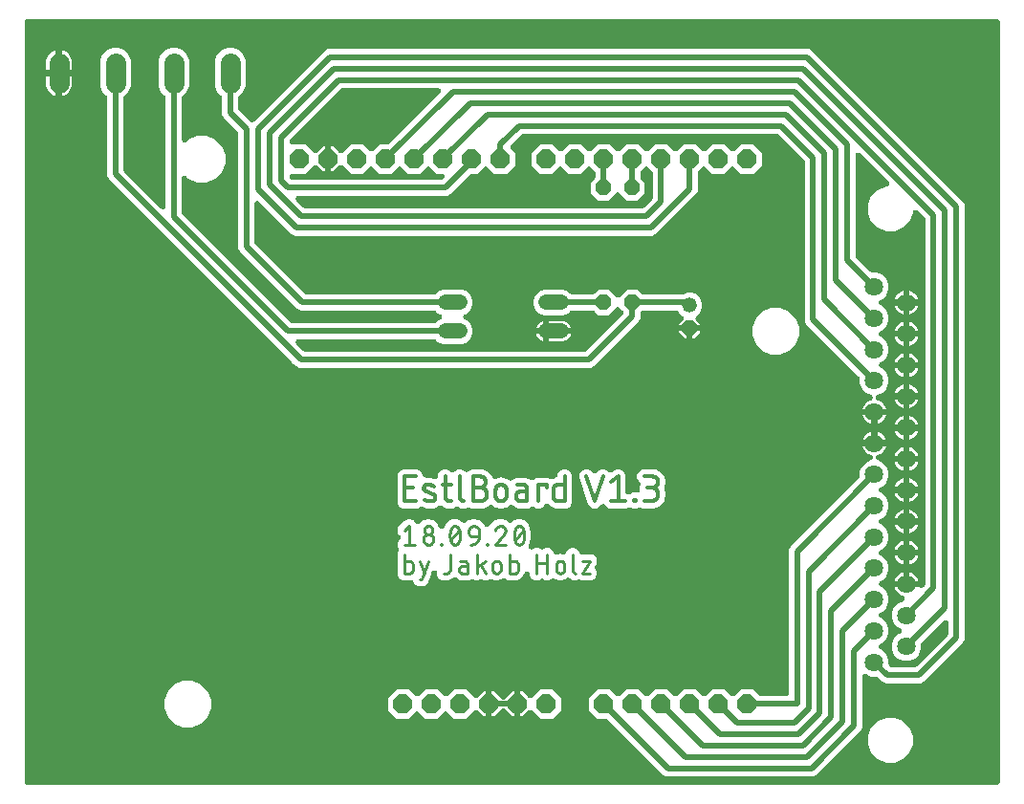
<source format=gbr>
G04 EAGLE Gerber X2 export*
%TF.Part,Single*%
%TF.FileFunction,Copper,L2,Bot,Mixed*%
%TF.FilePolarity,Positive*%
%TF.GenerationSoftware,Autodesk,EAGLE,9.6.2*%
%TF.CreationDate,2020-09-17T23:14:19Z*%
G75*
%MOMM*%
%FSLAX34Y34*%
%LPD*%
%INBottom Copper*%
%AMOC8*
5,1,8,0,0,1.08239X$1,22.5*%
G01*
%ADD10C,0.355600*%
%ADD11C,0.279400*%
%ADD12C,1.638300*%
%ADD13P,1.814519X8X22.500000*%
%ADD14C,1.790700*%
%ADD15P,1.429621X8X292.500000*%
%ADD16C,1.320800*%
%ADD17C,1.320800*%
%ADD18C,0.508000*%

G36*
X-865923Y4576D02*
X-865923Y4576D01*
X-865957Y4574D01*
X-866146Y4596D01*
X-866337Y4613D01*
X-866370Y4622D01*
X-866404Y4626D01*
X-866587Y4681D01*
X-866771Y4731D01*
X-866802Y4746D01*
X-866835Y4756D01*
X-867006Y4843D01*
X-867178Y4925D01*
X-867206Y4945D01*
X-867237Y4960D01*
X-867389Y5076D01*
X-867544Y5187D01*
X-867568Y5212D01*
X-867595Y5232D01*
X-867724Y5372D01*
X-867858Y5509D01*
X-867877Y5538D01*
X-867901Y5564D01*
X-868003Y5725D01*
X-868110Y5882D01*
X-868124Y5914D01*
X-868142Y5943D01*
X-868215Y6120D01*
X-868292Y6294D01*
X-868300Y6328D01*
X-868313Y6360D01*
X-868353Y6547D01*
X-868399Y6732D01*
X-868401Y6766D01*
X-868408Y6800D01*
X-868427Y7112D01*
X-868427Y680188D01*
X-868424Y680223D01*
X-868426Y680257D01*
X-868404Y680446D01*
X-868387Y680637D01*
X-868378Y680670D01*
X-868374Y680704D01*
X-868319Y680887D01*
X-868269Y681071D01*
X-868254Y681102D01*
X-868244Y681135D01*
X-868157Y681306D01*
X-868075Y681478D01*
X-868055Y681506D01*
X-868040Y681537D01*
X-867924Y681689D01*
X-867813Y681844D01*
X-867788Y681868D01*
X-867768Y681895D01*
X-867628Y682024D01*
X-867491Y682158D01*
X-867462Y682177D01*
X-867436Y682201D01*
X-867275Y682303D01*
X-867118Y682410D01*
X-867086Y682424D01*
X-867057Y682442D01*
X-866880Y682515D01*
X-866706Y682592D01*
X-866672Y682600D01*
X-866640Y682613D01*
X-866453Y682653D01*
X-866268Y682699D01*
X-866234Y682701D01*
X-866200Y682708D01*
X-865888Y682727D01*
X-7112Y682727D01*
X-7077Y682724D01*
X-7043Y682726D01*
X-6854Y682704D01*
X-6663Y682687D01*
X-6630Y682678D01*
X-6596Y682674D01*
X-6413Y682619D01*
X-6229Y682569D01*
X-6198Y682554D01*
X-6165Y682544D01*
X-5994Y682457D01*
X-5822Y682375D01*
X-5794Y682355D01*
X-5763Y682340D01*
X-5611Y682224D01*
X-5456Y682113D01*
X-5432Y682088D01*
X-5405Y682068D01*
X-5276Y681928D01*
X-5142Y681791D01*
X-5123Y681762D01*
X-5099Y681736D01*
X-4997Y681575D01*
X-4890Y681418D01*
X-4876Y681386D01*
X-4858Y681357D01*
X-4785Y681180D01*
X-4708Y681006D01*
X-4700Y680972D01*
X-4687Y680940D01*
X-4647Y680753D01*
X-4601Y680568D01*
X-4599Y680534D01*
X-4592Y680500D01*
X-4573Y680188D01*
X-4573Y7112D01*
X-4576Y7077D01*
X-4574Y7043D01*
X-4596Y6854D01*
X-4613Y6663D01*
X-4622Y6630D01*
X-4626Y6596D01*
X-4681Y6413D01*
X-4731Y6229D01*
X-4746Y6198D01*
X-4756Y6165D01*
X-4843Y5994D01*
X-4925Y5822D01*
X-4945Y5794D01*
X-4960Y5763D01*
X-5076Y5611D01*
X-5187Y5456D01*
X-5212Y5432D01*
X-5232Y5405D01*
X-5372Y5276D01*
X-5509Y5142D01*
X-5538Y5123D01*
X-5564Y5099D01*
X-5725Y4997D01*
X-5882Y4890D01*
X-5914Y4876D01*
X-5943Y4858D01*
X-6120Y4785D01*
X-6294Y4708D01*
X-6328Y4700D01*
X-6360Y4687D01*
X-6547Y4647D01*
X-6732Y4601D01*
X-6766Y4599D01*
X-6800Y4592D01*
X-7112Y4573D01*
X-865888Y4573D01*
X-865923Y4576D01*
G37*
%LPC*%
G36*
X-170035Y11937D02*
X-170035Y11937D01*
X-167421Y13020D01*
X-127574Y52867D01*
X-126491Y55481D01*
X-126491Y100086D01*
X-126484Y100169D01*
X-126486Y100251D01*
X-126464Y100392D01*
X-126451Y100535D01*
X-126430Y100615D01*
X-126417Y100696D01*
X-126371Y100831D01*
X-126333Y100969D01*
X-126297Y101044D01*
X-126271Y101122D01*
X-126201Y101247D01*
X-126139Y101376D01*
X-126092Y101443D01*
X-126051Y101515D01*
X-125961Y101626D01*
X-125877Y101742D01*
X-125818Y101799D01*
X-125766Y101863D01*
X-125657Y101956D01*
X-125555Y102056D01*
X-125486Y102102D01*
X-125424Y102156D01*
X-125300Y102228D01*
X-125182Y102308D01*
X-125106Y102341D01*
X-125035Y102383D01*
X-124901Y102432D01*
X-124770Y102490D01*
X-124690Y102510D01*
X-124612Y102538D01*
X-124471Y102563D01*
X-124332Y102597D01*
X-124250Y102602D01*
X-124169Y102616D01*
X-124026Y102616D01*
X-123883Y102625D01*
X-123801Y102615D01*
X-123719Y102615D01*
X-123578Y102589D01*
X-123436Y102573D01*
X-123357Y102549D01*
X-123276Y102534D01*
X-123042Y102454D01*
X-123005Y102442D01*
X-122995Y102438D01*
X-122980Y102432D01*
X-118363Y100520D01*
X-114170Y100520D01*
X-114007Y100505D01*
X-113842Y100498D01*
X-113783Y100485D01*
X-113722Y100480D01*
X-113563Y100437D01*
X-113403Y100401D01*
X-113346Y100377D01*
X-113288Y100361D01*
X-113140Y100291D01*
X-112987Y100227D01*
X-112936Y100194D01*
X-112881Y100168D01*
X-112748Y100072D01*
X-112609Y99983D01*
X-112551Y99932D01*
X-112515Y99906D01*
X-112472Y99862D01*
X-112375Y99776D01*
X-108169Y95570D01*
X-105555Y94487D01*
X-74785Y94487D01*
X-72171Y95570D01*
X-37150Y130591D01*
X-36067Y133205D01*
X-36067Y518305D01*
X-37150Y520919D01*
X-171231Y655000D01*
X-173845Y656083D01*
X-599585Y656083D01*
X-602199Y655000D01*
X-664954Y592244D01*
X-664981Y592222D01*
X-665004Y592196D01*
X-665153Y592079D01*
X-665300Y591956D01*
X-665330Y591938D01*
X-665357Y591917D01*
X-665525Y591827D01*
X-665691Y591732D01*
X-665723Y591721D01*
X-665754Y591704D01*
X-665935Y591645D01*
X-666115Y591581D01*
X-666149Y591576D01*
X-666182Y591565D01*
X-666371Y591539D01*
X-666559Y591508D01*
X-666594Y591508D01*
X-666628Y591504D01*
X-666819Y591511D01*
X-667010Y591514D01*
X-667044Y591521D01*
X-667078Y591522D01*
X-667264Y591563D01*
X-667452Y591600D01*
X-667484Y591612D01*
X-667518Y591620D01*
X-667694Y591693D01*
X-667872Y591762D01*
X-667901Y591780D01*
X-667933Y591793D01*
X-668093Y591897D01*
X-668256Y591996D01*
X-668282Y592019D01*
X-668311Y592037D01*
X-668546Y592244D01*
X-678344Y602042D01*
X-678427Y602142D01*
X-678515Y602233D01*
X-678534Y602261D01*
X-678561Y602290D01*
X-678593Y602341D01*
X-678632Y602388D01*
X-678701Y602507D01*
X-678768Y602606D01*
X-678780Y602634D01*
X-678802Y602669D01*
X-678826Y602726D01*
X-678856Y602779D01*
X-678904Y602915D01*
X-678950Y603018D01*
X-678956Y603044D01*
X-678973Y603086D01*
X-678986Y603146D01*
X-679007Y603203D01*
X-679031Y603353D01*
X-679056Y603455D01*
X-679058Y603479D01*
X-679068Y603526D01*
X-679073Y603603D01*
X-679080Y603647D01*
X-679079Y603708D01*
X-679087Y603838D01*
X-679087Y612978D01*
X-679073Y613142D01*
X-679066Y613307D01*
X-679053Y613366D01*
X-679047Y613427D01*
X-679004Y613586D01*
X-678968Y613746D01*
X-678945Y613802D01*
X-678929Y613861D01*
X-678858Y614009D01*
X-678795Y614162D01*
X-678762Y614213D01*
X-678735Y614268D01*
X-678640Y614401D01*
X-678550Y614540D01*
X-678499Y614598D01*
X-678473Y614634D01*
X-678430Y614677D01*
X-678344Y614774D01*
X-674733Y618385D01*
X-672674Y623356D01*
X-672674Y646644D01*
X-674733Y651615D01*
X-678538Y655421D01*
X-683509Y657480D01*
X-688891Y657480D01*
X-693862Y655421D01*
X-697667Y651615D01*
X-699726Y646644D01*
X-699726Y623356D01*
X-697667Y618385D01*
X-694056Y614774D01*
X-693951Y614648D01*
X-693839Y614527D01*
X-693807Y614475D01*
X-693768Y614429D01*
X-693686Y614286D01*
X-693598Y614147D01*
X-693574Y614091D01*
X-693544Y614038D01*
X-693489Y613883D01*
X-693427Y613731D01*
X-693414Y613671D01*
X-693393Y613613D01*
X-693367Y613451D01*
X-693332Y613290D01*
X-693327Y613213D01*
X-693320Y613169D01*
X-693321Y613108D01*
X-693313Y612978D01*
X-693313Y598425D01*
X-692230Y595811D01*
X-679686Y583268D01*
X-679581Y583141D01*
X-679469Y583020D01*
X-679437Y582969D01*
X-679398Y582922D01*
X-679316Y582779D01*
X-679228Y582641D01*
X-679204Y582584D01*
X-679174Y582531D01*
X-679119Y582376D01*
X-679057Y582224D01*
X-679044Y582164D01*
X-679023Y582107D01*
X-678997Y581945D01*
X-678962Y581784D01*
X-678957Y581707D01*
X-678950Y581663D01*
X-678951Y581602D01*
X-678943Y581472D01*
X-678943Y479915D01*
X-677860Y477301D01*
X-626329Y425770D01*
X-623715Y424687D01*
X-505553Y424687D01*
X-505390Y424673D01*
X-505225Y424666D01*
X-505166Y424653D01*
X-505105Y424647D01*
X-504946Y424604D01*
X-504786Y424568D01*
X-504729Y424545D01*
X-504670Y424529D01*
X-504522Y424458D01*
X-504370Y424395D01*
X-504319Y424362D01*
X-504264Y424335D01*
X-504130Y424240D01*
X-503992Y424150D01*
X-503934Y424099D01*
X-503898Y424073D01*
X-503855Y424030D01*
X-503758Y423944D01*
X-502139Y422325D01*
X-500017Y421446D01*
X-499902Y421386D01*
X-499783Y421334D01*
X-499703Y421282D01*
X-499618Y421237D01*
X-499516Y421158D01*
X-499407Y421086D01*
X-499338Y421020D01*
X-499262Y420962D01*
X-499175Y420865D01*
X-499081Y420775D01*
X-499025Y420698D01*
X-498961Y420627D01*
X-498892Y420517D01*
X-498815Y420412D01*
X-498773Y420326D01*
X-498723Y420245D01*
X-498675Y420124D01*
X-498618Y420008D01*
X-498591Y419916D01*
X-498556Y419827D01*
X-498530Y419699D01*
X-498495Y419574D01*
X-498485Y419479D01*
X-498466Y419386D01*
X-498463Y419256D01*
X-498450Y419126D01*
X-498457Y419031D01*
X-498455Y418936D01*
X-498475Y418807D01*
X-498485Y418677D01*
X-498509Y418585D01*
X-498524Y418491D01*
X-498566Y418368D01*
X-498599Y418242D01*
X-498639Y418155D01*
X-498670Y418065D01*
X-498734Y417951D01*
X-498788Y417833D01*
X-498843Y417755D01*
X-498890Y417672D01*
X-498972Y417571D01*
X-499047Y417464D01*
X-499115Y417397D01*
X-499175Y417323D01*
X-499274Y417239D01*
X-499366Y417147D01*
X-499445Y417093D01*
X-499517Y417031D01*
X-499630Y416965D01*
X-499737Y416891D01*
X-499854Y416834D01*
X-499906Y416803D01*
X-499948Y416788D01*
X-500017Y416754D01*
X-502139Y415875D01*
X-503758Y414256D01*
X-503884Y414151D01*
X-504005Y414039D01*
X-504056Y414007D01*
X-504103Y413968D01*
X-504246Y413886D01*
X-504385Y413798D01*
X-504441Y413774D01*
X-504494Y413744D01*
X-504649Y413689D01*
X-504801Y413627D01*
X-504861Y413614D01*
X-504918Y413593D01*
X-505081Y413567D01*
X-505241Y413532D01*
X-505318Y413527D01*
X-505363Y413520D01*
X-505424Y413521D01*
X-505553Y413513D01*
X-631002Y413513D01*
X-631166Y413527D01*
X-631330Y413534D01*
X-631390Y413547D01*
X-631451Y413553D01*
X-631609Y413596D01*
X-631770Y413632D01*
X-631826Y413655D01*
X-631885Y413671D01*
X-632033Y413742D01*
X-632185Y413805D01*
X-632237Y413838D01*
X-632292Y413865D01*
X-632425Y413960D01*
X-632563Y414050D01*
X-632621Y414101D01*
X-632658Y414127D01*
X-632700Y414170D01*
X-632798Y414256D01*
X-728344Y509802D01*
X-728449Y509929D01*
X-728561Y510050D01*
X-728593Y510101D01*
X-728632Y510148D01*
X-728714Y510291D01*
X-728802Y510429D01*
X-728826Y510486D01*
X-728856Y510539D01*
X-728911Y510694D01*
X-728973Y510846D01*
X-728986Y510906D01*
X-729007Y510963D01*
X-729033Y511125D01*
X-729068Y511286D01*
X-729073Y511363D01*
X-729080Y511407D01*
X-729079Y511468D01*
X-729087Y511598D01*
X-729087Y541463D01*
X-729076Y541592D01*
X-729074Y541722D01*
X-729056Y541816D01*
X-729047Y541911D01*
X-729013Y542037D01*
X-728988Y542164D01*
X-728954Y542254D01*
X-728929Y542346D01*
X-728873Y542463D01*
X-728826Y542584D01*
X-728776Y542666D01*
X-728735Y542752D01*
X-728660Y542858D01*
X-728592Y542969D01*
X-728529Y543041D01*
X-728473Y543118D01*
X-728380Y543209D01*
X-728294Y543306D01*
X-728219Y543366D01*
X-728151Y543432D01*
X-728043Y543505D01*
X-727941Y543586D01*
X-727857Y543631D01*
X-727778Y543684D01*
X-727659Y543737D01*
X-727544Y543799D01*
X-727453Y543828D01*
X-727366Y543867D01*
X-727239Y543898D01*
X-727116Y543938D01*
X-727021Y543951D01*
X-726928Y543973D01*
X-726799Y543981D01*
X-726670Y543999D01*
X-726574Y543995D01*
X-726479Y544001D01*
X-726350Y543986D01*
X-726220Y543981D01*
X-726127Y543960D01*
X-726032Y543949D01*
X-725907Y543911D01*
X-725780Y543883D01*
X-725692Y543846D01*
X-725601Y543819D01*
X-725485Y543760D01*
X-725365Y543710D01*
X-725285Y543658D01*
X-725199Y543614D01*
X-725096Y543536D01*
X-724987Y543465D01*
X-724889Y543379D01*
X-724841Y543342D01*
X-724810Y543309D01*
X-724752Y543258D01*
X-722854Y541359D01*
X-715292Y538227D01*
X-707108Y538227D01*
X-699547Y541359D01*
X-693759Y547147D01*
X-690627Y554708D01*
X-690627Y562892D01*
X-693759Y570453D01*
X-699547Y576241D01*
X-707108Y579373D01*
X-715292Y579373D01*
X-722854Y576241D01*
X-724752Y574342D01*
X-724852Y574258D01*
X-724945Y574168D01*
X-725025Y574114D01*
X-725098Y574053D01*
X-725211Y573988D01*
X-725318Y573916D01*
X-725406Y573877D01*
X-725489Y573829D01*
X-725611Y573786D01*
X-725730Y573733D01*
X-725823Y573711D01*
X-725913Y573679D01*
X-726041Y573657D01*
X-726168Y573627D01*
X-726263Y573621D01*
X-726357Y573605D01*
X-726487Y573607D01*
X-726617Y573599D01*
X-726712Y573610D01*
X-726808Y573611D01*
X-726935Y573636D01*
X-727064Y573651D01*
X-727156Y573679D01*
X-727250Y573697D01*
X-727371Y573744D01*
X-727495Y573781D01*
X-727581Y573825D01*
X-727670Y573859D01*
X-727781Y573927D01*
X-727897Y573986D01*
X-727973Y574043D01*
X-728054Y574093D01*
X-728152Y574179D01*
X-728255Y574258D01*
X-728320Y574328D01*
X-728392Y574391D01*
X-728472Y574493D01*
X-728561Y574589D01*
X-728612Y574669D01*
X-728671Y574744D01*
X-728732Y574859D01*
X-728802Y574969D01*
X-728839Y575057D01*
X-728884Y575141D01*
X-728924Y575265D01*
X-728973Y575385D01*
X-728993Y575479D01*
X-729023Y575569D01*
X-729041Y575698D01*
X-729068Y575825D01*
X-729076Y575955D01*
X-729084Y576015D01*
X-729083Y576060D01*
X-729087Y576137D01*
X-729087Y612978D01*
X-729073Y613142D01*
X-729066Y613307D01*
X-729053Y613366D01*
X-729047Y613427D01*
X-729004Y613586D01*
X-728968Y613746D01*
X-728945Y613802D01*
X-728929Y613861D01*
X-728858Y614009D01*
X-728795Y614162D01*
X-728762Y614213D01*
X-728735Y614268D01*
X-728640Y614401D01*
X-728550Y614540D01*
X-728499Y614598D01*
X-728473Y614634D01*
X-728430Y614677D01*
X-728344Y614774D01*
X-724733Y618385D01*
X-722674Y623356D01*
X-722674Y646644D01*
X-724733Y651615D01*
X-728538Y655421D01*
X-733509Y657480D01*
X-738891Y657480D01*
X-743862Y655421D01*
X-747667Y651615D01*
X-749726Y646644D01*
X-749726Y623356D01*
X-747667Y618385D01*
X-744056Y614774D01*
X-743951Y614648D01*
X-743839Y614527D01*
X-743807Y614475D01*
X-743768Y614429D01*
X-743686Y614286D01*
X-743598Y614147D01*
X-743574Y614091D01*
X-743544Y614038D01*
X-743489Y613883D01*
X-743427Y613731D01*
X-743414Y613671D01*
X-743393Y613613D01*
X-743367Y613451D01*
X-743332Y613290D01*
X-743327Y613213D01*
X-743320Y613169D01*
X-743321Y613108D01*
X-743313Y612978D01*
X-743313Y516932D01*
X-743324Y516803D01*
X-743326Y516672D01*
X-743344Y516579D01*
X-743353Y516483D01*
X-743387Y516358D01*
X-743412Y516230D01*
X-743446Y516141D01*
X-743471Y516049D01*
X-743527Y515932D01*
X-743574Y515810D01*
X-743624Y515728D01*
X-743665Y515642D01*
X-743740Y515537D01*
X-743808Y515426D01*
X-743871Y515354D01*
X-743927Y515276D01*
X-744020Y515185D01*
X-744106Y515088D01*
X-744181Y515029D01*
X-744249Y514962D01*
X-744357Y514889D01*
X-744459Y514809D01*
X-744543Y514764D01*
X-744622Y514710D01*
X-744741Y514658D01*
X-744856Y514596D01*
X-744947Y514567D01*
X-745034Y514528D01*
X-745161Y514497D01*
X-745284Y514457D01*
X-745379Y514444D01*
X-745472Y514421D01*
X-745601Y514413D01*
X-745730Y514396D01*
X-745826Y514399D01*
X-745921Y514394D01*
X-746050Y514409D01*
X-746180Y514414D01*
X-746273Y514435D01*
X-746368Y514446D01*
X-746493Y514483D01*
X-746620Y514512D01*
X-746708Y514548D01*
X-746799Y514576D01*
X-746915Y514635D01*
X-747035Y514685D01*
X-747116Y514737D01*
X-747201Y514780D01*
X-747304Y514859D01*
X-747413Y514929D01*
X-747511Y515016D01*
X-747559Y515052D01*
X-747590Y515085D01*
X-747648Y515136D01*
X-779944Y547432D01*
X-780049Y547559D01*
X-780161Y547680D01*
X-780193Y547731D01*
X-780232Y547778D01*
X-780314Y547921D01*
X-780402Y548059D01*
X-780426Y548116D01*
X-780456Y548169D01*
X-780511Y548324D01*
X-780573Y548476D01*
X-780586Y548536D01*
X-780607Y548593D01*
X-780633Y548755D01*
X-780668Y548916D01*
X-780673Y548993D01*
X-780680Y549037D01*
X-780679Y549098D01*
X-780687Y549228D01*
X-780687Y612978D01*
X-780673Y613142D01*
X-780666Y613307D01*
X-780653Y613366D01*
X-780647Y613427D01*
X-780604Y613586D01*
X-780568Y613746D01*
X-780545Y613802D01*
X-780529Y613861D01*
X-780458Y614009D01*
X-780395Y614162D01*
X-780362Y614213D01*
X-780335Y614268D01*
X-780240Y614401D01*
X-780150Y614540D01*
X-780099Y614598D01*
X-780073Y614634D01*
X-780030Y614677D01*
X-779944Y614774D01*
X-776333Y618385D01*
X-774274Y623356D01*
X-774274Y646644D01*
X-776333Y651615D01*
X-780138Y655421D01*
X-785109Y657480D01*
X-790491Y657480D01*
X-795462Y655421D01*
X-799267Y651615D01*
X-801326Y646644D01*
X-801326Y623356D01*
X-799267Y618385D01*
X-795656Y614774D01*
X-795551Y614648D01*
X-795439Y614527D01*
X-795407Y614475D01*
X-795368Y614429D01*
X-795286Y614286D01*
X-795198Y614147D01*
X-795174Y614091D01*
X-795144Y614038D01*
X-795089Y613883D01*
X-795027Y613731D01*
X-795014Y613671D01*
X-794993Y613613D01*
X-794967Y613451D01*
X-794932Y613290D01*
X-794927Y613213D01*
X-794920Y613169D01*
X-794921Y613108D01*
X-794913Y612978D01*
X-794913Y543815D01*
X-793830Y541201D01*
X-629957Y377328D01*
X-627599Y374970D01*
X-624985Y373887D01*
X-366885Y373887D01*
X-364271Y374970D01*
X-324170Y415071D01*
X-323087Y417685D01*
X-323087Y422055D01*
X-323073Y422218D01*
X-323066Y422383D01*
X-323053Y422442D01*
X-323047Y422503D01*
X-323004Y422662D01*
X-322968Y422822D01*
X-322945Y422879D01*
X-322929Y422938D01*
X-322858Y423086D01*
X-322795Y423238D01*
X-322762Y423289D01*
X-322735Y423344D01*
X-322640Y423478D01*
X-322550Y423616D01*
X-322499Y423674D01*
X-322473Y423710D01*
X-322430Y423753D01*
X-322344Y423850D01*
X-322250Y423944D01*
X-322124Y424049D01*
X-322003Y424161D01*
X-321952Y424193D01*
X-321905Y424232D01*
X-321762Y424314D01*
X-321623Y424402D01*
X-321567Y424426D01*
X-321514Y424456D01*
X-321359Y424511D01*
X-321207Y424573D01*
X-321147Y424586D01*
X-321090Y424607D01*
X-320927Y424633D01*
X-320767Y424668D01*
X-320690Y424673D01*
X-320645Y424680D01*
X-320584Y424679D01*
X-320455Y424687D01*
X-291300Y424687D01*
X-291089Y424668D01*
X-290878Y424652D01*
X-290865Y424649D01*
X-290852Y424647D01*
X-290646Y424591D01*
X-290442Y424538D01*
X-290430Y424532D01*
X-290417Y424529D01*
X-290227Y424438D01*
X-290033Y424349D01*
X-290023Y424341D01*
X-290011Y424335D01*
X-289839Y424213D01*
X-289665Y424090D01*
X-289655Y424081D01*
X-289645Y424073D01*
X-289496Y423921D01*
X-289347Y423771D01*
X-289340Y423760D01*
X-289331Y423751D01*
X-289212Y423575D01*
X-289091Y423401D01*
X-289084Y423386D01*
X-289078Y423378D01*
X-289063Y423342D01*
X-288954Y423120D01*
X-288875Y422929D01*
X-285405Y419459D01*
X-285383Y419432D01*
X-285357Y419409D01*
X-285239Y419260D01*
X-285116Y419113D01*
X-285099Y419083D01*
X-285077Y419056D01*
X-284987Y418888D01*
X-284893Y418722D01*
X-284881Y418690D01*
X-284865Y418659D01*
X-284806Y418477D01*
X-284742Y418298D01*
X-284736Y418264D01*
X-284726Y418231D01*
X-284700Y418043D01*
X-284668Y417854D01*
X-284669Y417819D01*
X-284664Y417785D01*
X-284672Y417594D01*
X-284675Y417404D01*
X-284681Y417370D01*
X-284683Y417335D01*
X-284724Y417149D01*
X-284760Y416962D01*
X-284773Y416929D01*
X-284780Y416895D01*
X-284853Y416720D01*
X-284922Y416542D01*
X-284940Y416512D01*
X-284954Y416480D01*
X-285057Y416320D01*
X-285156Y416157D01*
X-285179Y416131D01*
X-285198Y416102D01*
X-285405Y415868D01*
X-288545Y412728D01*
X-288545Y411479D01*
X-279400Y411479D01*
X-270255Y411479D01*
X-270255Y412728D01*
X-273395Y415868D01*
X-273417Y415894D01*
X-273443Y415917D01*
X-273561Y416067D01*
X-273684Y416213D01*
X-273701Y416243D01*
X-273723Y416270D01*
X-273813Y416438D01*
X-273907Y416604D01*
X-273919Y416637D01*
X-273935Y416667D01*
X-273994Y416848D01*
X-274058Y417028D01*
X-274064Y417062D01*
X-274074Y417095D01*
X-274100Y417284D01*
X-274132Y417472D01*
X-274131Y417507D01*
X-274136Y417541D01*
X-274128Y417732D01*
X-274125Y417923D01*
X-274119Y417957D01*
X-274117Y417991D01*
X-274076Y418177D01*
X-274040Y418365D01*
X-274027Y418397D01*
X-274020Y418431D01*
X-273946Y418607D01*
X-273878Y418785D01*
X-273860Y418814D01*
X-273846Y418846D01*
X-273743Y419007D01*
X-273644Y419169D01*
X-273621Y419195D01*
X-273602Y419225D01*
X-273395Y419459D01*
X-269925Y422929D01*
X-268223Y427037D01*
X-268223Y431483D01*
X-269925Y435591D01*
X-273069Y438735D01*
X-277177Y440437D01*
X-281623Y440437D01*
X-284836Y439106D01*
X-284947Y439071D01*
X-285055Y439027D01*
X-285162Y439004D01*
X-285265Y438971D01*
X-285381Y438957D01*
X-285496Y438932D01*
X-285649Y438922D01*
X-285712Y438915D01*
X-285748Y438916D01*
X-285808Y438913D01*
X-320455Y438913D01*
X-320618Y438927D01*
X-320783Y438934D01*
X-320842Y438947D01*
X-320903Y438953D01*
X-321062Y438996D01*
X-321222Y439032D01*
X-321279Y439055D01*
X-321338Y439071D01*
X-321486Y439142D01*
X-321638Y439205D01*
X-321689Y439238D01*
X-321744Y439265D01*
X-321878Y439360D01*
X-322016Y439450D01*
X-322074Y439501D01*
X-322110Y439527D01*
X-322153Y439570D01*
X-322250Y439656D01*
X-325570Y442977D01*
X-334830Y442977D01*
X-341104Y436702D01*
X-341131Y436679D01*
X-341154Y436654D01*
X-341303Y436536D01*
X-341450Y436413D01*
X-341480Y436396D01*
X-341507Y436374D01*
X-341675Y436284D01*
X-341841Y436190D01*
X-341873Y436178D01*
X-341904Y436162D01*
X-342085Y436103D01*
X-342265Y436039D01*
X-342299Y436033D01*
X-342332Y436022D01*
X-342521Y435996D01*
X-342709Y435965D01*
X-342744Y435966D01*
X-342778Y435961D01*
X-342969Y435969D01*
X-343159Y435971D01*
X-343194Y435978D01*
X-343228Y435979D01*
X-343414Y436021D01*
X-343602Y436057D01*
X-343634Y436069D01*
X-343668Y436077D01*
X-343844Y436150D01*
X-344022Y436219D01*
X-344051Y436237D01*
X-344083Y436251D01*
X-344243Y436354D01*
X-344406Y436453D01*
X-344432Y436476D01*
X-344461Y436495D01*
X-344696Y436702D01*
X-350970Y442977D01*
X-360230Y442977D01*
X-363550Y439656D01*
X-363676Y439551D01*
X-363797Y439439D01*
X-363848Y439407D01*
X-363895Y439368D01*
X-364038Y439286D01*
X-364177Y439198D01*
X-364233Y439174D01*
X-364286Y439144D01*
X-364441Y439089D01*
X-364593Y439027D01*
X-364653Y439014D01*
X-364710Y438993D01*
X-364873Y438967D01*
X-365033Y438932D01*
X-365110Y438927D01*
X-365155Y438920D01*
X-365216Y438921D01*
X-365345Y438913D01*
X-383447Y438913D01*
X-383610Y438927D01*
X-383775Y438934D01*
X-383834Y438947D01*
X-383895Y438953D01*
X-384054Y438996D01*
X-384214Y439032D01*
X-384271Y439055D01*
X-384330Y439071D01*
X-384478Y439142D01*
X-384630Y439205D01*
X-384681Y439238D01*
X-384736Y439265D01*
X-384870Y439360D01*
X-385008Y439450D01*
X-385066Y439501D01*
X-385102Y439527D01*
X-385145Y439570D01*
X-385242Y439656D01*
X-386861Y441275D01*
X-390969Y442977D01*
X-408623Y442977D01*
X-412731Y441275D01*
X-415875Y438131D01*
X-417577Y434023D01*
X-417577Y429577D01*
X-415875Y425469D01*
X-412731Y422325D01*
X-408623Y420623D01*
X-390969Y420623D01*
X-386861Y422325D01*
X-385242Y423944D01*
X-385116Y424049D01*
X-384995Y424161D01*
X-384944Y424193D01*
X-384897Y424232D01*
X-384754Y424314D01*
X-384615Y424402D01*
X-384559Y424426D01*
X-384506Y424456D01*
X-384351Y424511D01*
X-384199Y424573D01*
X-384139Y424586D01*
X-384082Y424607D01*
X-383919Y424633D01*
X-383759Y424668D01*
X-383681Y424673D01*
X-383637Y424680D01*
X-383577Y424679D01*
X-383447Y424687D01*
X-365345Y424687D01*
X-365182Y424673D01*
X-365017Y424666D01*
X-364958Y424653D01*
X-364897Y424647D01*
X-364738Y424604D01*
X-364578Y424568D01*
X-364521Y424545D01*
X-364462Y424529D01*
X-364314Y424458D01*
X-364162Y424395D01*
X-364111Y424362D01*
X-364056Y424335D01*
X-363922Y424240D01*
X-363784Y424150D01*
X-363726Y424099D01*
X-363690Y424073D01*
X-363647Y424030D01*
X-363550Y423944D01*
X-360230Y420623D01*
X-350970Y420623D01*
X-344696Y426898D01*
X-344669Y426921D01*
X-344646Y426946D01*
X-344497Y427064D01*
X-344350Y427187D01*
X-344320Y427204D01*
X-344293Y427226D01*
X-344125Y427316D01*
X-343959Y427410D01*
X-343927Y427422D01*
X-343896Y427438D01*
X-343715Y427497D01*
X-343535Y427561D01*
X-343501Y427567D01*
X-343468Y427578D01*
X-343279Y427604D01*
X-343091Y427635D01*
X-343056Y427634D01*
X-343022Y427639D01*
X-342831Y427631D01*
X-342640Y427629D01*
X-342606Y427622D01*
X-342572Y427621D01*
X-342386Y427579D01*
X-342198Y427543D01*
X-342166Y427531D01*
X-342132Y427523D01*
X-341956Y427450D01*
X-341778Y427381D01*
X-341749Y427363D01*
X-341717Y427349D01*
X-341557Y427246D01*
X-341394Y427147D01*
X-341368Y427124D01*
X-341339Y427105D01*
X-341104Y426898D01*
X-338578Y424372D01*
X-338556Y424345D01*
X-338530Y424322D01*
X-338412Y424174D01*
X-338289Y424026D01*
X-338272Y423996D01*
X-338251Y423969D01*
X-338161Y423801D01*
X-338066Y423636D01*
X-338054Y423603D01*
X-338038Y423572D01*
X-337979Y423391D01*
X-337915Y423211D01*
X-337909Y423177D01*
X-337899Y423144D01*
X-337873Y422956D01*
X-337842Y422767D01*
X-337842Y422732D01*
X-337837Y422698D01*
X-337845Y422508D01*
X-337848Y422317D01*
X-337854Y422283D01*
X-337856Y422248D01*
X-337897Y422062D01*
X-337933Y421875D01*
X-337946Y421842D01*
X-337953Y421809D01*
X-338027Y421633D01*
X-338095Y421455D01*
X-338113Y421425D01*
X-338127Y421393D01*
X-338230Y421233D01*
X-338329Y421070D01*
X-338352Y421044D01*
X-338371Y421015D01*
X-338578Y420781D01*
X-370502Y388856D01*
X-370629Y388751D01*
X-370750Y388639D01*
X-370801Y388607D01*
X-370848Y388568D01*
X-370991Y388486D01*
X-371129Y388398D01*
X-371186Y388374D01*
X-371239Y388344D01*
X-371394Y388289D01*
X-371546Y388227D01*
X-371606Y388214D01*
X-371663Y388193D01*
X-371825Y388167D01*
X-371986Y388132D01*
X-372063Y388127D01*
X-372107Y388120D01*
X-372168Y388121D01*
X-372298Y388113D01*
X-619572Y388113D01*
X-619736Y388127D01*
X-619900Y388134D01*
X-619960Y388147D01*
X-620021Y388153D01*
X-620179Y388196D01*
X-620340Y388232D01*
X-620396Y388255D01*
X-620455Y388271D01*
X-620603Y388342D01*
X-620755Y388405D01*
X-620807Y388438D01*
X-620862Y388465D01*
X-620995Y388560D01*
X-621133Y388650D01*
X-621191Y388701D01*
X-621228Y388727D01*
X-621270Y388770D01*
X-621368Y388856D01*
X-627464Y394952D01*
X-627547Y395052D01*
X-627638Y395145D01*
X-627691Y395225D01*
X-627753Y395298D01*
X-627817Y395411D01*
X-627890Y395518D01*
X-627928Y395606D01*
X-627976Y395689D01*
X-628019Y395811D01*
X-628072Y395930D01*
X-628095Y396023D01*
X-628127Y396113D01*
X-628148Y396242D01*
X-628179Y396368D01*
X-628185Y396463D01*
X-628200Y396557D01*
X-628198Y396688D01*
X-628206Y396817D01*
X-628195Y396912D01*
X-628194Y397008D01*
X-628169Y397135D01*
X-628154Y397264D01*
X-628127Y397356D01*
X-628108Y397450D01*
X-628062Y397571D01*
X-628024Y397695D01*
X-627981Y397780D01*
X-627946Y397870D01*
X-627879Y397981D01*
X-627820Y398097D01*
X-627762Y398173D01*
X-627712Y398254D01*
X-627626Y398352D01*
X-627548Y398455D01*
X-627477Y398520D01*
X-627414Y398592D01*
X-627312Y398672D01*
X-627217Y398761D01*
X-627136Y398812D01*
X-627061Y398871D01*
X-626947Y398932D01*
X-626837Y399002D01*
X-626748Y399039D01*
X-626664Y399084D01*
X-626540Y399124D01*
X-626420Y399173D01*
X-626327Y399193D01*
X-626236Y399223D01*
X-626107Y399241D01*
X-625980Y399268D01*
X-625850Y399276D01*
X-625790Y399284D01*
X-625745Y399283D01*
X-625668Y399287D01*
X-505553Y399287D01*
X-505390Y399273D01*
X-505225Y399266D01*
X-505166Y399253D01*
X-505105Y399247D01*
X-504946Y399204D01*
X-504786Y399168D01*
X-504729Y399145D01*
X-504670Y399129D01*
X-504522Y399058D01*
X-504370Y398995D01*
X-504319Y398962D01*
X-504264Y398935D01*
X-504130Y398840D01*
X-503992Y398750D01*
X-503934Y398699D01*
X-503898Y398673D01*
X-503855Y398630D01*
X-503758Y398544D01*
X-502139Y396925D01*
X-498031Y395223D01*
X-480377Y395223D01*
X-476269Y396925D01*
X-473125Y400069D01*
X-471423Y404177D01*
X-471423Y408623D01*
X-473125Y412731D01*
X-476269Y415875D01*
X-478391Y416754D01*
X-478506Y416814D01*
X-478625Y416866D01*
X-478705Y416918D01*
X-478790Y416963D01*
X-478893Y417042D01*
X-479001Y417114D01*
X-479070Y417180D01*
X-479146Y417238D01*
X-479233Y417335D01*
X-479327Y417424D01*
X-479383Y417502D01*
X-479447Y417573D01*
X-479516Y417683D01*
X-479593Y417788D01*
X-479635Y417874D01*
X-479685Y417955D01*
X-479733Y418075D01*
X-479790Y418192D01*
X-479817Y418284D01*
X-479852Y418373D01*
X-479878Y418500D01*
X-479913Y418626D01*
X-479923Y418721D01*
X-479942Y418814D01*
X-479945Y418944D01*
X-479958Y419074D01*
X-479951Y419169D01*
X-479953Y419264D01*
X-479933Y419393D01*
X-479923Y419523D01*
X-479899Y419615D01*
X-479884Y419709D01*
X-479842Y419832D01*
X-479809Y419958D01*
X-479769Y420045D01*
X-479738Y420135D01*
X-479674Y420249D01*
X-479620Y420367D01*
X-479565Y420445D01*
X-479518Y420528D01*
X-479436Y420629D01*
X-479361Y420736D01*
X-479294Y420803D01*
X-479233Y420877D01*
X-479134Y420961D01*
X-479042Y421053D01*
X-478963Y421107D01*
X-478891Y421169D01*
X-478778Y421235D01*
X-478671Y421309D01*
X-478555Y421366D01*
X-478502Y421397D01*
X-478460Y421412D01*
X-478391Y421446D01*
X-476269Y422325D01*
X-473125Y425469D01*
X-471423Y429577D01*
X-471423Y434023D01*
X-473125Y438131D01*
X-476269Y441275D01*
X-480377Y442977D01*
X-498031Y442977D01*
X-502139Y441275D01*
X-503758Y439656D01*
X-503884Y439551D01*
X-504005Y439439D01*
X-504056Y439407D01*
X-504103Y439368D01*
X-504246Y439286D01*
X-504385Y439198D01*
X-504441Y439174D01*
X-504494Y439144D01*
X-504649Y439089D01*
X-504801Y439027D01*
X-504861Y439014D01*
X-504918Y438993D01*
X-505081Y438967D01*
X-505241Y438932D01*
X-505318Y438927D01*
X-505363Y438920D01*
X-505424Y438921D01*
X-505553Y438913D01*
X-618302Y438913D01*
X-618466Y438927D01*
X-618630Y438934D01*
X-618690Y438947D01*
X-618751Y438953D01*
X-618909Y438996D01*
X-619070Y439032D01*
X-619126Y439055D01*
X-619185Y439071D01*
X-619333Y439142D01*
X-619485Y439205D01*
X-619537Y439238D01*
X-619592Y439265D01*
X-619725Y439360D01*
X-619863Y439450D01*
X-619921Y439501D01*
X-619958Y439527D01*
X-620000Y439570D01*
X-620098Y439656D01*
X-663974Y483532D01*
X-664079Y483659D01*
X-664191Y483780D01*
X-664223Y483831D01*
X-664262Y483878D01*
X-664344Y484021D01*
X-664432Y484159D01*
X-664456Y484216D01*
X-664486Y484269D01*
X-664541Y484424D01*
X-664603Y484576D01*
X-664616Y484636D01*
X-664637Y484693D01*
X-664663Y484855D01*
X-664698Y485016D01*
X-664703Y485093D01*
X-664710Y485137D01*
X-664709Y485198D01*
X-664717Y485328D01*
X-664717Y518988D01*
X-664706Y519117D01*
X-664704Y519248D01*
X-664686Y519341D01*
X-664677Y519437D01*
X-664643Y519562D01*
X-664618Y519690D01*
X-664584Y519779D01*
X-664559Y519871D01*
X-664503Y519988D01*
X-664456Y520110D01*
X-664406Y520192D01*
X-664365Y520278D01*
X-664290Y520383D01*
X-664222Y520494D01*
X-664159Y520566D01*
X-664103Y520644D01*
X-664010Y520735D01*
X-663924Y520832D01*
X-663849Y520891D01*
X-663781Y520958D01*
X-663673Y521031D01*
X-663571Y521111D01*
X-663487Y521156D01*
X-663408Y521210D01*
X-663289Y521262D01*
X-663174Y521324D01*
X-663083Y521353D01*
X-662996Y521392D01*
X-662869Y521423D01*
X-662746Y521463D01*
X-662651Y521476D01*
X-662558Y521499D01*
X-662429Y521507D01*
X-662300Y521524D01*
X-662204Y521521D01*
X-662109Y521526D01*
X-661980Y521511D01*
X-661850Y521506D01*
X-661757Y521485D01*
X-661662Y521474D01*
X-661537Y521437D01*
X-661410Y521408D01*
X-661322Y521372D01*
X-661231Y521344D01*
X-661115Y521285D01*
X-660995Y521235D01*
X-660914Y521183D01*
X-660829Y521140D01*
X-660726Y521061D01*
X-660617Y520991D01*
X-660519Y520904D01*
X-660471Y520868D01*
X-660440Y520835D01*
X-660382Y520784D01*
X-633767Y494168D01*
X-631409Y491810D01*
X-628795Y490727D01*
X-312275Y490727D01*
X-309661Y491810D01*
X-273370Y528101D01*
X-272287Y530715D01*
X-272287Y546540D01*
X-272273Y546704D01*
X-272266Y546868D01*
X-272253Y546928D01*
X-272247Y546989D01*
X-272204Y547148D01*
X-272168Y547308D01*
X-272145Y547364D01*
X-272129Y547423D01*
X-272058Y547571D01*
X-271995Y547723D01*
X-271962Y547775D01*
X-271935Y547830D01*
X-271840Y547963D01*
X-271750Y548102D01*
X-271699Y548159D01*
X-271673Y548196D01*
X-271630Y548238D01*
X-271544Y548336D01*
X-268496Y551384D01*
X-268469Y551406D01*
X-268446Y551432D01*
X-268297Y551550D01*
X-268150Y551673D01*
X-268120Y551690D01*
X-268093Y551711D01*
X-267925Y551801D01*
X-267759Y551896D01*
X-267727Y551908D01*
X-267696Y551924D01*
X-267515Y551983D01*
X-267335Y552047D01*
X-267301Y552052D01*
X-267268Y552063D01*
X-267079Y552089D01*
X-266891Y552120D01*
X-266856Y552120D01*
X-266822Y552125D01*
X-266631Y552117D01*
X-266441Y552114D01*
X-266406Y552108D01*
X-266372Y552106D01*
X-266186Y552065D01*
X-265998Y552029D01*
X-265966Y552016D01*
X-265932Y552009D01*
X-265756Y551935D01*
X-265578Y551866D01*
X-265549Y551848D01*
X-265517Y551835D01*
X-265356Y551731D01*
X-265194Y551632D01*
X-265168Y551609D01*
X-265139Y551591D01*
X-264904Y551384D01*
X-259366Y545845D01*
X-248634Y545845D01*
X-243096Y551384D01*
X-243069Y551406D01*
X-243046Y551432D01*
X-242897Y551550D01*
X-242750Y551673D01*
X-242720Y551690D01*
X-242693Y551711D01*
X-242525Y551801D01*
X-242359Y551896D01*
X-242327Y551908D01*
X-242296Y551924D01*
X-242115Y551983D01*
X-241935Y552047D01*
X-241901Y552052D01*
X-241868Y552063D01*
X-241679Y552089D01*
X-241491Y552120D01*
X-241456Y552120D01*
X-241422Y552125D01*
X-241231Y552117D01*
X-241041Y552114D01*
X-241006Y552108D01*
X-240972Y552106D01*
X-240786Y552065D01*
X-240598Y552029D01*
X-240566Y552016D01*
X-240532Y552009D01*
X-240356Y551935D01*
X-240178Y551866D01*
X-240149Y551848D01*
X-240117Y551835D01*
X-239957Y551731D01*
X-239794Y551632D01*
X-239768Y551609D01*
X-239739Y551591D01*
X-239504Y551384D01*
X-233966Y545845D01*
X-223234Y545845D01*
X-215645Y553434D01*
X-215645Y564166D01*
X-223234Y571755D01*
X-233966Y571755D01*
X-239504Y566216D01*
X-239531Y566194D01*
X-239554Y566168D01*
X-239703Y566050D01*
X-239850Y565927D01*
X-239880Y565910D01*
X-239907Y565889D01*
X-240075Y565799D01*
X-240241Y565704D01*
X-240273Y565692D01*
X-240304Y565676D01*
X-240485Y565617D01*
X-240665Y565553D01*
X-240699Y565547D01*
X-240732Y565537D01*
X-240921Y565511D01*
X-241109Y565480D01*
X-241144Y565480D01*
X-241178Y565475D01*
X-241369Y565483D01*
X-241560Y565486D01*
X-241594Y565492D01*
X-241628Y565494D01*
X-241814Y565535D01*
X-242002Y565571D01*
X-242034Y565584D01*
X-242068Y565591D01*
X-242243Y565665D01*
X-242422Y565734D01*
X-242451Y565752D01*
X-242483Y565765D01*
X-242643Y565868D01*
X-242806Y565968D01*
X-242832Y565991D01*
X-242861Y566009D01*
X-243096Y566216D01*
X-248634Y571755D01*
X-259366Y571755D01*
X-264904Y566216D01*
X-264931Y566194D01*
X-264954Y566168D01*
X-265103Y566050D01*
X-265250Y565927D01*
X-265280Y565910D01*
X-265307Y565889D01*
X-265475Y565799D01*
X-265641Y565704D01*
X-265673Y565692D01*
X-265704Y565676D01*
X-265885Y565617D01*
X-266065Y565553D01*
X-266099Y565547D01*
X-266132Y565537D01*
X-266321Y565511D01*
X-266509Y565480D01*
X-266544Y565480D01*
X-266578Y565475D01*
X-266769Y565483D01*
X-266960Y565486D01*
X-266994Y565492D01*
X-267028Y565494D01*
X-267214Y565535D01*
X-267402Y565571D01*
X-267434Y565584D01*
X-267468Y565591D01*
X-267643Y565665D01*
X-267822Y565734D01*
X-267851Y565752D01*
X-267883Y565765D01*
X-268043Y565868D01*
X-268206Y565968D01*
X-268232Y565991D01*
X-268261Y566009D01*
X-268496Y566216D01*
X-274034Y571755D01*
X-284766Y571755D01*
X-290304Y566216D01*
X-290331Y566194D01*
X-290354Y566168D01*
X-290503Y566050D01*
X-290650Y565927D01*
X-290680Y565910D01*
X-290707Y565889D01*
X-290875Y565799D01*
X-291041Y565704D01*
X-291073Y565692D01*
X-291104Y565676D01*
X-291285Y565617D01*
X-291465Y565553D01*
X-291499Y565547D01*
X-291532Y565537D01*
X-291721Y565511D01*
X-291909Y565480D01*
X-291944Y565480D01*
X-291978Y565475D01*
X-292169Y565483D01*
X-292360Y565486D01*
X-292394Y565492D01*
X-292428Y565494D01*
X-292614Y565535D01*
X-292802Y565571D01*
X-292834Y565584D01*
X-292868Y565591D01*
X-293043Y565665D01*
X-293222Y565734D01*
X-293251Y565752D01*
X-293283Y565765D01*
X-293443Y565868D01*
X-293606Y565968D01*
X-293632Y565991D01*
X-293661Y566009D01*
X-293896Y566216D01*
X-299434Y571755D01*
X-310166Y571755D01*
X-315704Y566216D01*
X-315731Y566194D01*
X-315754Y566168D01*
X-315903Y566050D01*
X-316050Y565927D01*
X-316080Y565910D01*
X-316107Y565889D01*
X-316275Y565799D01*
X-316441Y565704D01*
X-316473Y565692D01*
X-316504Y565676D01*
X-316685Y565617D01*
X-316865Y565553D01*
X-316899Y565547D01*
X-316932Y565537D01*
X-317121Y565511D01*
X-317309Y565480D01*
X-317344Y565480D01*
X-317378Y565475D01*
X-317569Y565483D01*
X-317760Y565486D01*
X-317794Y565492D01*
X-317828Y565494D01*
X-318014Y565535D01*
X-318202Y565571D01*
X-318234Y565584D01*
X-318268Y565591D01*
X-318443Y565665D01*
X-318622Y565734D01*
X-318651Y565752D01*
X-318683Y565765D01*
X-318843Y565868D01*
X-319006Y565968D01*
X-319032Y565991D01*
X-319061Y566009D01*
X-319296Y566216D01*
X-324834Y571755D01*
X-335566Y571755D01*
X-341104Y566216D01*
X-341131Y566194D01*
X-341154Y566168D01*
X-341303Y566050D01*
X-341450Y565927D01*
X-341480Y565910D01*
X-341507Y565889D01*
X-341675Y565799D01*
X-341841Y565704D01*
X-341873Y565692D01*
X-341904Y565676D01*
X-342085Y565617D01*
X-342265Y565553D01*
X-342299Y565548D01*
X-342332Y565537D01*
X-342521Y565511D01*
X-342709Y565480D01*
X-342744Y565480D01*
X-342778Y565475D01*
X-342969Y565483D01*
X-343159Y565486D01*
X-343194Y565492D01*
X-343228Y565494D01*
X-343414Y565535D01*
X-343602Y565571D01*
X-343634Y565584D01*
X-343668Y565591D01*
X-343844Y565665D01*
X-344022Y565734D01*
X-344051Y565752D01*
X-344083Y565765D01*
X-344243Y565869D01*
X-344406Y565968D01*
X-344432Y565991D01*
X-344461Y566009D01*
X-344696Y566216D01*
X-350234Y571755D01*
X-360966Y571755D01*
X-366504Y566216D01*
X-366531Y566194D01*
X-366554Y566168D01*
X-366703Y566050D01*
X-366850Y565927D01*
X-366880Y565910D01*
X-366907Y565889D01*
X-367075Y565799D01*
X-367241Y565704D01*
X-367273Y565692D01*
X-367304Y565676D01*
X-367485Y565617D01*
X-367665Y565553D01*
X-367699Y565548D01*
X-367732Y565537D01*
X-367921Y565511D01*
X-368109Y565480D01*
X-368144Y565480D01*
X-368178Y565475D01*
X-368369Y565483D01*
X-368559Y565486D01*
X-368594Y565492D01*
X-368628Y565494D01*
X-368814Y565535D01*
X-369002Y565571D01*
X-369034Y565584D01*
X-369068Y565591D01*
X-369244Y565665D01*
X-369422Y565734D01*
X-369451Y565752D01*
X-369483Y565765D01*
X-369643Y565869D01*
X-369806Y565968D01*
X-369832Y565991D01*
X-369861Y566009D01*
X-370096Y566216D01*
X-375634Y571755D01*
X-386366Y571755D01*
X-391904Y566216D01*
X-391931Y566194D01*
X-391954Y566168D01*
X-392103Y566050D01*
X-392250Y565927D01*
X-392280Y565910D01*
X-392307Y565889D01*
X-392475Y565799D01*
X-392641Y565704D01*
X-392673Y565692D01*
X-392704Y565676D01*
X-392885Y565617D01*
X-393065Y565553D01*
X-393099Y565548D01*
X-393132Y565537D01*
X-393321Y565511D01*
X-393509Y565480D01*
X-393544Y565480D01*
X-393578Y565475D01*
X-393769Y565483D01*
X-393959Y565486D01*
X-393994Y565492D01*
X-394028Y565494D01*
X-394214Y565535D01*
X-394402Y565571D01*
X-394434Y565584D01*
X-394468Y565591D01*
X-394644Y565665D01*
X-394822Y565734D01*
X-394851Y565752D01*
X-394883Y565765D01*
X-395043Y565869D01*
X-395206Y565968D01*
X-395232Y565991D01*
X-395261Y566009D01*
X-395496Y566216D01*
X-401034Y571755D01*
X-411766Y571755D01*
X-419355Y564166D01*
X-419355Y553434D01*
X-411766Y545845D01*
X-401034Y545845D01*
X-395496Y551384D01*
X-395469Y551406D01*
X-395446Y551432D01*
X-395297Y551550D01*
X-395150Y551673D01*
X-395120Y551690D01*
X-395093Y551711D01*
X-394925Y551801D01*
X-394759Y551896D01*
X-394727Y551908D01*
X-394696Y551924D01*
X-394515Y551983D01*
X-394335Y552047D01*
X-394301Y552053D01*
X-394268Y552063D01*
X-394079Y552089D01*
X-393891Y552120D01*
X-393856Y552120D01*
X-393822Y552125D01*
X-393631Y552117D01*
X-393440Y552114D01*
X-393406Y552108D01*
X-393372Y552106D01*
X-393186Y552065D01*
X-392998Y552029D01*
X-392966Y552016D01*
X-392932Y552009D01*
X-392757Y551935D01*
X-392578Y551866D01*
X-392549Y551848D01*
X-392517Y551835D01*
X-392357Y551732D01*
X-392194Y551632D01*
X-392168Y551609D01*
X-392139Y551591D01*
X-391904Y551384D01*
X-386366Y545845D01*
X-375634Y545845D01*
X-370096Y551384D01*
X-370069Y551406D01*
X-370046Y551432D01*
X-369897Y551550D01*
X-369750Y551673D01*
X-369720Y551690D01*
X-369693Y551711D01*
X-369525Y551801D01*
X-369359Y551896D01*
X-369327Y551908D01*
X-369296Y551924D01*
X-369115Y551983D01*
X-368935Y552047D01*
X-368901Y552053D01*
X-368868Y552063D01*
X-368679Y552089D01*
X-368491Y552120D01*
X-368456Y552120D01*
X-368422Y552125D01*
X-368231Y552117D01*
X-368040Y552114D01*
X-368006Y552108D01*
X-367972Y552106D01*
X-367786Y552065D01*
X-367598Y552029D01*
X-367566Y552016D01*
X-367532Y552009D01*
X-367357Y551935D01*
X-367178Y551866D01*
X-367149Y551848D01*
X-367117Y551835D01*
X-366957Y551732D01*
X-366794Y551632D01*
X-366768Y551609D01*
X-366739Y551591D01*
X-366504Y551384D01*
X-363456Y548336D01*
X-363351Y548210D01*
X-363239Y548089D01*
X-363207Y548037D01*
X-363168Y547990D01*
X-363086Y547848D01*
X-362998Y547709D01*
X-362974Y547652D01*
X-362944Y547599D01*
X-362889Y547445D01*
X-362827Y547292D01*
X-362814Y547233D01*
X-362793Y547175D01*
X-362767Y547013D01*
X-362732Y546852D01*
X-362727Y546775D01*
X-362720Y546731D01*
X-362721Y546670D01*
X-362713Y546540D01*
X-362713Y543145D01*
X-362727Y542982D01*
X-362734Y542817D01*
X-362747Y542758D01*
X-362753Y542697D01*
X-362796Y542538D01*
X-362832Y542378D01*
X-362855Y542321D01*
X-362871Y542262D01*
X-362942Y542114D01*
X-363005Y541962D01*
X-363038Y541911D01*
X-363065Y541856D01*
X-363160Y541722D01*
X-363250Y541584D01*
X-363301Y541526D01*
X-363327Y541490D01*
X-363370Y541447D01*
X-363456Y541350D01*
X-366777Y538030D01*
X-366777Y528770D01*
X-360230Y522223D01*
X-350970Y522223D01*
X-344696Y528498D01*
X-344669Y528521D01*
X-344646Y528546D01*
X-344497Y528664D01*
X-344350Y528787D01*
X-344320Y528804D01*
X-344293Y528826D01*
X-344125Y528916D01*
X-343959Y529010D01*
X-343927Y529022D01*
X-343896Y529038D01*
X-343715Y529097D01*
X-343535Y529161D01*
X-343501Y529167D01*
X-343468Y529178D01*
X-343279Y529204D01*
X-343091Y529235D01*
X-343056Y529234D01*
X-343022Y529239D01*
X-342831Y529231D01*
X-342640Y529229D01*
X-342606Y529222D01*
X-342572Y529221D01*
X-342386Y529179D01*
X-342198Y529143D01*
X-342166Y529131D01*
X-342132Y529123D01*
X-341957Y529050D01*
X-341778Y528981D01*
X-341749Y528963D01*
X-341717Y528949D01*
X-341557Y528846D01*
X-341394Y528747D01*
X-341368Y528724D01*
X-341339Y528705D01*
X-341104Y528498D01*
X-334830Y522223D01*
X-325570Y522223D01*
X-319023Y528770D01*
X-319023Y538030D01*
X-322344Y541350D01*
X-322449Y541476D01*
X-322561Y541597D01*
X-322593Y541648D01*
X-322632Y541695D01*
X-322714Y541838D01*
X-322802Y541977D01*
X-322826Y542033D01*
X-322856Y542086D01*
X-322911Y542241D01*
X-322973Y542393D01*
X-322986Y542453D01*
X-323007Y542510D01*
X-323033Y542673D01*
X-323068Y542833D01*
X-323073Y542910D01*
X-323080Y542955D01*
X-323079Y543016D01*
X-323087Y543145D01*
X-323087Y546540D01*
X-323073Y546704D01*
X-323066Y546868D01*
X-323053Y546928D01*
X-323047Y546989D01*
X-323004Y547148D01*
X-322968Y547308D01*
X-322945Y547364D01*
X-322929Y547423D01*
X-322858Y547571D01*
X-322795Y547723D01*
X-322762Y547775D01*
X-322735Y547830D01*
X-322640Y547963D01*
X-322550Y548102D01*
X-322499Y548159D01*
X-322473Y548196D01*
X-322430Y548238D01*
X-322344Y548336D01*
X-319296Y551384D01*
X-319269Y551406D01*
X-319246Y551432D01*
X-319097Y551550D01*
X-318950Y551673D01*
X-318920Y551690D01*
X-318893Y551711D01*
X-318725Y551801D01*
X-318559Y551896D01*
X-318527Y551908D01*
X-318496Y551924D01*
X-318315Y551983D01*
X-318135Y552047D01*
X-318101Y552052D01*
X-318068Y552063D01*
X-317879Y552089D01*
X-317691Y552120D01*
X-317656Y552120D01*
X-317622Y552125D01*
X-317431Y552117D01*
X-317241Y552114D01*
X-317206Y552108D01*
X-317172Y552106D01*
X-316986Y552065D01*
X-316798Y552029D01*
X-316766Y552016D01*
X-316732Y552009D01*
X-316556Y551935D01*
X-316378Y551866D01*
X-316349Y551848D01*
X-316317Y551835D01*
X-316156Y551731D01*
X-315994Y551632D01*
X-315968Y551609D01*
X-315939Y551591D01*
X-315704Y551384D01*
X-312656Y548336D01*
X-312551Y548209D01*
X-312439Y548089D01*
X-312407Y548037D01*
X-312368Y547990D01*
X-312286Y547848D01*
X-312198Y547709D01*
X-312174Y547652D01*
X-312144Y547599D01*
X-312089Y547445D01*
X-312027Y547292D01*
X-312014Y547233D01*
X-311993Y547175D01*
X-311967Y547013D01*
X-311932Y546852D01*
X-311927Y546775D01*
X-311920Y546731D01*
X-311921Y546670D01*
X-311913Y546540D01*
X-311913Y524698D01*
X-311927Y524534D01*
X-311934Y524370D01*
X-311947Y524310D01*
X-311953Y524249D01*
X-311996Y524091D01*
X-312032Y523930D01*
X-312055Y523874D01*
X-312071Y523815D01*
X-312142Y523667D01*
X-312205Y523515D01*
X-312238Y523463D01*
X-312265Y523408D01*
X-312360Y523275D01*
X-312450Y523137D01*
X-312501Y523079D01*
X-312527Y523042D01*
X-312570Y523000D01*
X-312656Y522902D01*
X-319702Y515856D01*
X-319829Y515751D01*
X-319950Y515639D01*
X-320001Y515607D01*
X-320048Y515568D01*
X-320191Y515486D01*
X-320329Y515398D01*
X-320386Y515374D01*
X-320439Y515344D01*
X-320594Y515289D01*
X-320746Y515227D01*
X-320806Y515214D01*
X-320863Y515193D01*
X-321025Y515167D01*
X-321186Y515132D01*
X-321263Y515127D01*
X-321307Y515120D01*
X-321368Y515121D01*
X-321498Y515113D01*
X-619572Y515113D01*
X-619736Y515127D01*
X-619900Y515134D01*
X-619960Y515147D01*
X-620021Y515153D01*
X-620179Y515196D01*
X-620340Y515232D01*
X-620396Y515255D01*
X-620455Y515271D01*
X-620603Y515342D01*
X-620755Y515405D01*
X-620807Y515438D01*
X-620862Y515465D01*
X-620995Y515560D01*
X-621133Y515650D01*
X-621191Y515701D01*
X-621228Y515727D01*
X-621270Y515770D01*
X-621368Y515856D01*
X-627464Y521952D01*
X-627547Y522052D01*
X-627638Y522145D01*
X-627691Y522225D01*
X-627752Y522298D01*
X-627817Y522411D01*
X-627890Y522518D01*
X-627928Y522606D01*
X-627976Y522689D01*
X-628019Y522811D01*
X-628072Y522930D01*
X-628095Y523023D01*
X-628127Y523113D01*
X-628148Y523241D01*
X-628179Y523368D01*
X-628185Y523463D01*
X-628200Y523557D01*
X-628198Y523687D01*
X-628206Y523817D01*
X-628195Y523912D01*
X-628194Y524008D01*
X-628169Y524135D01*
X-628154Y524264D01*
X-628127Y524356D01*
X-628108Y524450D01*
X-628062Y524571D01*
X-628024Y524695D01*
X-627981Y524780D01*
X-627946Y524870D01*
X-627879Y524981D01*
X-627820Y525097D01*
X-627762Y525173D01*
X-627712Y525254D01*
X-627626Y525352D01*
X-627548Y525455D01*
X-627477Y525520D01*
X-627414Y525592D01*
X-627312Y525672D01*
X-627217Y525761D01*
X-627136Y525812D01*
X-627061Y525871D01*
X-626946Y525932D01*
X-626837Y526002D01*
X-626748Y526039D01*
X-626664Y526084D01*
X-626540Y526124D01*
X-626420Y526173D01*
X-626327Y526193D01*
X-626236Y526223D01*
X-626107Y526241D01*
X-625980Y526268D01*
X-625850Y526276D01*
X-625790Y526284D01*
X-625745Y526283D01*
X-625668Y526287D01*
X-493885Y526287D01*
X-491271Y527370D01*
X-473540Y545102D01*
X-473413Y545207D01*
X-473292Y545319D01*
X-473241Y545351D01*
X-473194Y545390D01*
X-473051Y545472D01*
X-472913Y545560D01*
X-472856Y545584D01*
X-472803Y545614D01*
X-472648Y545669D01*
X-472496Y545731D01*
X-472436Y545744D01*
X-472379Y545765D01*
X-472217Y545791D01*
X-472056Y545826D01*
X-471979Y545831D01*
X-471935Y545838D01*
X-471874Y545837D01*
X-471744Y545845D01*
X-467074Y545845D01*
X-461536Y551384D01*
X-461509Y551406D01*
X-461486Y551432D01*
X-461337Y551550D01*
X-461190Y551673D01*
X-461160Y551690D01*
X-461133Y551711D01*
X-460965Y551801D01*
X-460799Y551896D01*
X-460767Y551908D01*
X-460736Y551924D01*
X-460555Y551983D01*
X-460375Y552047D01*
X-460341Y552053D01*
X-460308Y552063D01*
X-460119Y552089D01*
X-459931Y552120D01*
X-459896Y552120D01*
X-459862Y552125D01*
X-459671Y552117D01*
X-459480Y552114D01*
X-459446Y552108D01*
X-459412Y552106D01*
X-459226Y552065D01*
X-459038Y552029D01*
X-459006Y552016D01*
X-458972Y552009D01*
X-458797Y551935D01*
X-458618Y551866D01*
X-458589Y551848D01*
X-458557Y551835D01*
X-458397Y551732D01*
X-458234Y551632D01*
X-458208Y551609D01*
X-458179Y551591D01*
X-457944Y551384D01*
X-452406Y545845D01*
X-441674Y545845D01*
X-434085Y553434D01*
X-434085Y564166D01*
X-437405Y567485D01*
X-437427Y567512D01*
X-437453Y567535D01*
X-437571Y567684D01*
X-437694Y567831D01*
X-437711Y567861D01*
X-437732Y567888D01*
X-437822Y568056D01*
X-437917Y568222D01*
X-437928Y568254D01*
X-437945Y568285D01*
X-438004Y568466D01*
X-438068Y568646D01*
X-438073Y568680D01*
X-438084Y568713D01*
X-438110Y568902D01*
X-438141Y569090D01*
X-438141Y569125D01*
X-438145Y569159D01*
X-438138Y569350D01*
X-438135Y569540D01*
X-438129Y569574D01*
X-438127Y569609D01*
X-438086Y569795D01*
X-438050Y569983D01*
X-438037Y570015D01*
X-438030Y570049D01*
X-437956Y570225D01*
X-437887Y570403D01*
X-437869Y570432D01*
X-437856Y570464D01*
X-437752Y570624D01*
X-437653Y570787D01*
X-437630Y570813D01*
X-437612Y570842D01*
X-437405Y571076D01*
X-428328Y580154D01*
X-428201Y580259D01*
X-428080Y580371D01*
X-428029Y580403D01*
X-427982Y580442D01*
X-427839Y580524D01*
X-427701Y580612D01*
X-427644Y580636D01*
X-427591Y580666D01*
X-427436Y580721D01*
X-427284Y580783D01*
X-427224Y580796D01*
X-427167Y580817D01*
X-427005Y580843D01*
X-426844Y580878D01*
X-426767Y580883D01*
X-426723Y580890D01*
X-426662Y580889D01*
X-426532Y580897D01*
X-202118Y580897D01*
X-201954Y580883D01*
X-201790Y580876D01*
X-201730Y580863D01*
X-201669Y580857D01*
X-201511Y580814D01*
X-201350Y580778D01*
X-201294Y580755D01*
X-201235Y580739D01*
X-201087Y580668D01*
X-200935Y580605D01*
X-200883Y580572D01*
X-200828Y580545D01*
X-200695Y580450D01*
X-200557Y580360D01*
X-200499Y580309D01*
X-200462Y580283D01*
X-200420Y580240D01*
X-200322Y580154D01*
X-178036Y557868D01*
X-177931Y557741D01*
X-177819Y557620D01*
X-177787Y557569D01*
X-177748Y557522D01*
X-177666Y557379D01*
X-177578Y557241D01*
X-177554Y557184D01*
X-177524Y557131D01*
X-177469Y556976D01*
X-177407Y556824D01*
X-177394Y556764D01*
X-177373Y556707D01*
X-177347Y556545D01*
X-177312Y556384D01*
X-177307Y556307D01*
X-177300Y556263D01*
X-177301Y556202D01*
X-177293Y556072D01*
X-177293Y415399D01*
X-176210Y412785D01*
X-173852Y410427D01*
X-129332Y365907D01*
X-129226Y365781D01*
X-129115Y365660D01*
X-129082Y365609D01*
X-129043Y365562D01*
X-128962Y365419D01*
X-128873Y365280D01*
X-128850Y365224D01*
X-128820Y365171D01*
X-128765Y365016D01*
X-128702Y364864D01*
X-128689Y364804D01*
X-128669Y364746D01*
X-128642Y364584D01*
X-128607Y364423D01*
X-128603Y364347D01*
X-128595Y364302D01*
X-128596Y364241D01*
X-128588Y364112D01*
X-128588Y359919D01*
X-126645Y355228D01*
X-123054Y351637D01*
X-118685Y349827D01*
X-118681Y349825D01*
X-118677Y349824D01*
X-118480Y349720D01*
X-118286Y349619D01*
X-118282Y349616D01*
X-118279Y349614D01*
X-118104Y349478D01*
X-117930Y349343D01*
X-117927Y349340D01*
X-117924Y349337D01*
X-117775Y349171D01*
X-117628Y349009D01*
X-117626Y349005D01*
X-117623Y349002D01*
X-117506Y348813D01*
X-117390Y348626D01*
X-117389Y348622D01*
X-117386Y348619D01*
X-117307Y348417D01*
X-117224Y348208D01*
X-117223Y348204D01*
X-117221Y348200D01*
X-117178Y347985D01*
X-117134Y347767D01*
X-117133Y347763D01*
X-117133Y347758D01*
X-117128Y347536D01*
X-117123Y347317D01*
X-117123Y347312D01*
X-117123Y347308D01*
X-117157Y347098D01*
X-117192Y346872D01*
X-117193Y346868D01*
X-117194Y346864D01*
X-117264Y346660D01*
X-117338Y346446D01*
X-117340Y346442D01*
X-117341Y346438D01*
X-117450Y346246D01*
X-117557Y346053D01*
X-117560Y346049D01*
X-117562Y346046D01*
X-117703Y345875D01*
X-117843Y345704D01*
X-117846Y345702D01*
X-117849Y345698D01*
X-118016Y345556D01*
X-118185Y345412D01*
X-118189Y345410D01*
X-118192Y345407D01*
X-118386Y345294D01*
X-118574Y345185D01*
X-118577Y345183D01*
X-118581Y345181D01*
X-118872Y345066D01*
X-119944Y344718D01*
X-121449Y343951D01*
X-122816Y342958D01*
X-124010Y341764D01*
X-125003Y340397D01*
X-125770Y338892D01*
X-126222Y337502D01*
X-116015Y337502D01*
X-115980Y337499D01*
X-115946Y337501D01*
X-115843Y337489D01*
X-115633Y337502D01*
X-105426Y337502D01*
X-105878Y338892D01*
X-106645Y340397D01*
X-107638Y341764D01*
X-108832Y342958D01*
X-110199Y343951D01*
X-111704Y344718D01*
X-112776Y345066D01*
X-112780Y345068D01*
X-112784Y345069D01*
X-112989Y345157D01*
X-113190Y345243D01*
X-113194Y345245D01*
X-113198Y345247D01*
X-113386Y345371D01*
X-113567Y345490D01*
X-113570Y345493D01*
X-113573Y345495D01*
X-113734Y345648D01*
X-113894Y345799D01*
X-113896Y345803D01*
X-113899Y345806D01*
X-114027Y345980D01*
X-114161Y346162D01*
X-114163Y346166D01*
X-114165Y346169D01*
X-114260Y346363D01*
X-114360Y346566D01*
X-114361Y346570D01*
X-114363Y346574D01*
X-114422Y346782D01*
X-114484Y346998D01*
X-114485Y347003D01*
X-114486Y347007D01*
X-114508Y347227D01*
X-114530Y347446D01*
X-114530Y347450D01*
X-114530Y347455D01*
X-114513Y347677D01*
X-114497Y347895D01*
X-114496Y347899D01*
X-114495Y347904D01*
X-114439Y348117D01*
X-114384Y348331D01*
X-114382Y348335D01*
X-114381Y348339D01*
X-114290Y348537D01*
X-114196Y348740D01*
X-114194Y348744D01*
X-114192Y348748D01*
X-114064Y348931D01*
X-113939Y349110D01*
X-113936Y349113D01*
X-113934Y349117D01*
X-113777Y349273D01*
X-113621Y349429D01*
X-113617Y349431D01*
X-113614Y349434D01*
X-113436Y349558D01*
X-113251Y349686D01*
X-113247Y349688D01*
X-113244Y349690D01*
X-112963Y349827D01*
X-108594Y351637D01*
X-105003Y355228D01*
X-103060Y359919D01*
X-103060Y364997D01*
X-105003Y369688D01*
X-108594Y373279D01*
X-110226Y373955D01*
X-110341Y374015D01*
X-110460Y374067D01*
X-110540Y374119D01*
X-110625Y374164D01*
X-110728Y374243D01*
X-110836Y374315D01*
X-110905Y374381D01*
X-110981Y374439D01*
X-111068Y374536D01*
X-111162Y374625D01*
X-111218Y374703D01*
X-111282Y374774D01*
X-111351Y374884D01*
X-111428Y374989D01*
X-111470Y375075D01*
X-111520Y375156D01*
X-111568Y375276D01*
X-111626Y375393D01*
X-111652Y375485D01*
X-111687Y375574D01*
X-111713Y375701D01*
X-111749Y375827D01*
X-111758Y375922D01*
X-111777Y376015D01*
X-111780Y376145D01*
X-111793Y376275D01*
X-111786Y376370D01*
X-111788Y376465D01*
X-111768Y376594D01*
X-111758Y376723D01*
X-111734Y376816D01*
X-111719Y376910D01*
X-111677Y377033D01*
X-111644Y377159D01*
X-111604Y377246D01*
X-111573Y377336D01*
X-111509Y377450D01*
X-111455Y377568D01*
X-111400Y377646D01*
X-111353Y377729D01*
X-111271Y377830D01*
X-111196Y377936D01*
X-111129Y378004D01*
X-111068Y378078D01*
X-110969Y378162D01*
X-110877Y378254D01*
X-110798Y378308D01*
X-110726Y378370D01*
X-110613Y378436D01*
X-110507Y378510D01*
X-110390Y378567D01*
X-110337Y378598D01*
X-110295Y378613D01*
X-110226Y378647D01*
X-108594Y379323D01*
X-105003Y382914D01*
X-103060Y387605D01*
X-103060Y392683D01*
X-105003Y397374D01*
X-108594Y400965D01*
X-110226Y401641D01*
X-110341Y401701D01*
X-110460Y401753D01*
X-110540Y401805D01*
X-110625Y401850D01*
X-110728Y401929D01*
X-110836Y402001D01*
X-110905Y402067D01*
X-110981Y402125D01*
X-111068Y402222D01*
X-111162Y402311D01*
X-111218Y402389D01*
X-111282Y402460D01*
X-111351Y402570D01*
X-111428Y402675D01*
X-111470Y402761D01*
X-111520Y402842D01*
X-111568Y402962D01*
X-111626Y403079D01*
X-111652Y403171D01*
X-111687Y403260D01*
X-111713Y403387D01*
X-111749Y403513D01*
X-111758Y403608D01*
X-111777Y403701D01*
X-111780Y403831D01*
X-111793Y403961D01*
X-111786Y404056D01*
X-111788Y404151D01*
X-111768Y404280D01*
X-111758Y404409D01*
X-111734Y404502D01*
X-111719Y404596D01*
X-111677Y404719D01*
X-111644Y404845D01*
X-111604Y404932D01*
X-111573Y405022D01*
X-111509Y405136D01*
X-111455Y405254D01*
X-111400Y405332D01*
X-111353Y405415D01*
X-111271Y405516D01*
X-111196Y405622D01*
X-111129Y405690D01*
X-111068Y405764D01*
X-110969Y405848D01*
X-110877Y405940D01*
X-110798Y405994D01*
X-110726Y406056D01*
X-110613Y406122D01*
X-110507Y406196D01*
X-110390Y406253D01*
X-110337Y406284D01*
X-110295Y406299D01*
X-110226Y406333D01*
X-108594Y407009D01*
X-105003Y410600D01*
X-103060Y415291D01*
X-103060Y420369D01*
X-105003Y425060D01*
X-108594Y428651D01*
X-110226Y429327D01*
X-110341Y429387D01*
X-110460Y429439D01*
X-110540Y429491D01*
X-110625Y429536D01*
X-110728Y429615D01*
X-110836Y429687D01*
X-110905Y429753D01*
X-110981Y429811D01*
X-111068Y429908D01*
X-111162Y429997D01*
X-111218Y430075D01*
X-111282Y430146D01*
X-111351Y430256D01*
X-111428Y430361D01*
X-111470Y430447D01*
X-111520Y430528D01*
X-111568Y430648D01*
X-111626Y430765D01*
X-111652Y430857D01*
X-111687Y430946D01*
X-111713Y431073D01*
X-111749Y431199D01*
X-111758Y431294D01*
X-111777Y431387D01*
X-111780Y431517D01*
X-111793Y431647D01*
X-111786Y431742D01*
X-111788Y431837D01*
X-111768Y431966D01*
X-111758Y432095D01*
X-111734Y432188D01*
X-111719Y432282D01*
X-111677Y432405D01*
X-111644Y432531D01*
X-111604Y432618D01*
X-111573Y432708D01*
X-111509Y432822D01*
X-111455Y432940D01*
X-111400Y433018D01*
X-111353Y433101D01*
X-111271Y433202D01*
X-111196Y433308D01*
X-111129Y433376D01*
X-111068Y433450D01*
X-110969Y433534D01*
X-110877Y433626D01*
X-110798Y433680D01*
X-110726Y433742D01*
X-110613Y433808D01*
X-110507Y433882D01*
X-110390Y433939D01*
X-110337Y433970D01*
X-110295Y433985D01*
X-110226Y434019D01*
X-108594Y434695D01*
X-105003Y438286D01*
X-103060Y442977D01*
X-103060Y448055D01*
X-105003Y452746D01*
X-108594Y456337D01*
X-113285Y458280D01*
X-117478Y458280D01*
X-117641Y458295D01*
X-117806Y458302D01*
X-117865Y458315D01*
X-117926Y458320D01*
X-118085Y458363D01*
X-118245Y458399D01*
X-118302Y458423D01*
X-118360Y458439D01*
X-118509Y458509D01*
X-118661Y458573D01*
X-118712Y458606D01*
X-118767Y458632D01*
X-118901Y458728D01*
X-119039Y458817D01*
X-119097Y458868D01*
X-119133Y458894D01*
X-119176Y458938D01*
X-119273Y459024D01*
X-131844Y471594D01*
X-131949Y471721D01*
X-132061Y471842D01*
X-132093Y471893D01*
X-132132Y471940D01*
X-132214Y472082D01*
X-132302Y472221D01*
X-132326Y472278D01*
X-132356Y472331D01*
X-132411Y472486D01*
X-132473Y472638D01*
X-132486Y472697D01*
X-132507Y472755D01*
X-132533Y472917D01*
X-132568Y473078D01*
X-132573Y473155D01*
X-132580Y473199D01*
X-132579Y473260D01*
X-132587Y473390D01*
X-132587Y562168D01*
X-132576Y562297D01*
X-132574Y562428D01*
X-132556Y562521D01*
X-132547Y562617D01*
X-132513Y562742D01*
X-132488Y562870D01*
X-132454Y562959D01*
X-132429Y563051D01*
X-132373Y563168D01*
X-132326Y563290D01*
X-132276Y563372D01*
X-132235Y563458D01*
X-132160Y563563D01*
X-132092Y563674D01*
X-132029Y563746D01*
X-131973Y563824D01*
X-131880Y563915D01*
X-131794Y564012D01*
X-131719Y564071D01*
X-131651Y564138D01*
X-131543Y564211D01*
X-131441Y564291D01*
X-131357Y564336D01*
X-131278Y564390D01*
X-131159Y564442D01*
X-131044Y564504D01*
X-130953Y564533D01*
X-130866Y564572D01*
X-130739Y564603D01*
X-130616Y564643D01*
X-130521Y564656D01*
X-130428Y564679D01*
X-130299Y564687D01*
X-130170Y564704D01*
X-130074Y564701D01*
X-129979Y564706D01*
X-129850Y564691D01*
X-129720Y564686D01*
X-129627Y564665D01*
X-129532Y564654D01*
X-129407Y564617D01*
X-129280Y564588D01*
X-129192Y564552D01*
X-129101Y564524D01*
X-128985Y564465D01*
X-128865Y564415D01*
X-128784Y564363D01*
X-128699Y564320D01*
X-128596Y564241D01*
X-128487Y564171D01*
X-128389Y564084D01*
X-128341Y564048D01*
X-128310Y564015D01*
X-128252Y563964D01*
X-103040Y538752D01*
X-102957Y538652D01*
X-102866Y538559D01*
X-102813Y538479D01*
X-102751Y538406D01*
X-102687Y538293D01*
X-102614Y538186D01*
X-102576Y538098D01*
X-102528Y538015D01*
X-102485Y537893D01*
X-102432Y537774D01*
X-102409Y537681D01*
X-102377Y537591D01*
X-102356Y537462D01*
X-102325Y537336D01*
X-102319Y537241D01*
X-102304Y537147D01*
X-102306Y537016D01*
X-102298Y536887D01*
X-102309Y536792D01*
X-102310Y536696D01*
X-102335Y536569D01*
X-102350Y536440D01*
X-102377Y536348D01*
X-102396Y536254D01*
X-102442Y536133D01*
X-102480Y536009D01*
X-102523Y535924D01*
X-102558Y535834D01*
X-102625Y535723D01*
X-102684Y535607D01*
X-102742Y535531D01*
X-102792Y535450D01*
X-102878Y535352D01*
X-102956Y535249D01*
X-103027Y535184D01*
X-103090Y535112D01*
X-103192Y535032D01*
X-103287Y534943D01*
X-103368Y534892D01*
X-103443Y534833D01*
X-103557Y534772D01*
X-103667Y534702D01*
X-103756Y534665D01*
X-103840Y534620D01*
X-103964Y534580D01*
X-104084Y534531D01*
X-104177Y534511D01*
X-104268Y534481D01*
X-104397Y534463D01*
X-104524Y534436D01*
X-104654Y534428D01*
X-104714Y534420D01*
X-104759Y534421D01*
X-104836Y534417D01*
X-105541Y534417D01*
X-112823Y531400D01*
X-118396Y525827D01*
X-121413Y518545D01*
X-121413Y510663D01*
X-118396Y503381D01*
X-112823Y497808D01*
X-105541Y494791D01*
X-97659Y494791D01*
X-90377Y497808D01*
X-84804Y503381D01*
X-81787Y510663D01*
X-81787Y511368D01*
X-81776Y511498D01*
X-81774Y511628D01*
X-81756Y511721D01*
X-81747Y511817D01*
X-81713Y511942D01*
X-81688Y512070D01*
X-81654Y512159D01*
X-81629Y512251D01*
X-81573Y512368D01*
X-81526Y512490D01*
X-81476Y512571D01*
X-81435Y512658D01*
X-81360Y512763D01*
X-81292Y512874D01*
X-81229Y512946D01*
X-81173Y513024D01*
X-81080Y513114D01*
X-80994Y513212D01*
X-80919Y513271D01*
X-80851Y513338D01*
X-80743Y513411D01*
X-80641Y513491D01*
X-80557Y513536D01*
X-80478Y513590D01*
X-80359Y513642D01*
X-80244Y513704D01*
X-80153Y513733D01*
X-80066Y513772D01*
X-79939Y513803D01*
X-79816Y513843D01*
X-79721Y513856D01*
X-79628Y513879D01*
X-79499Y513887D01*
X-79370Y513904D01*
X-79274Y513901D01*
X-79179Y513906D01*
X-79050Y513891D01*
X-78920Y513886D01*
X-78827Y513865D01*
X-78732Y513854D01*
X-78607Y513817D01*
X-78480Y513788D01*
X-78392Y513752D01*
X-78301Y513724D01*
X-78185Y513665D01*
X-78065Y513615D01*
X-77985Y513563D01*
X-77899Y513520D01*
X-77796Y513441D01*
X-77687Y513371D01*
X-77589Y513284D01*
X-77541Y513248D01*
X-77510Y513215D01*
X-77452Y513164D01*
X-71356Y507068D01*
X-71251Y506941D01*
X-71139Y506820D01*
X-71107Y506769D01*
X-71068Y506722D01*
X-70986Y506579D01*
X-70898Y506441D01*
X-70874Y506384D01*
X-70844Y506331D01*
X-70789Y506176D01*
X-70727Y506024D01*
X-70714Y505964D01*
X-70693Y505907D01*
X-70667Y505745D01*
X-70632Y505584D01*
X-70627Y505507D01*
X-70620Y505463D01*
X-70621Y505402D01*
X-70613Y505272D01*
X-70613Y182687D01*
X-70627Y182523D01*
X-70634Y182359D01*
X-70647Y182299D01*
X-70653Y182238D01*
X-70696Y182080D01*
X-70732Y181919D01*
X-70755Y181863D01*
X-70771Y181804D01*
X-70842Y181656D01*
X-70905Y181504D01*
X-70938Y181453D01*
X-70965Y181397D01*
X-71060Y181264D01*
X-71149Y181126D01*
X-71201Y181068D01*
X-71227Y181031D01*
X-71270Y180989D01*
X-71356Y180891D01*
X-72309Y179939D01*
X-72409Y179855D01*
X-72502Y179765D01*
X-72581Y179711D01*
X-72654Y179650D01*
X-72767Y179585D01*
X-72875Y179513D01*
X-72962Y179474D01*
X-73045Y179427D01*
X-73168Y179383D01*
X-73287Y179330D01*
X-73380Y179308D01*
X-73470Y179276D01*
X-73598Y179255D01*
X-73724Y179224D01*
X-73820Y179218D01*
X-73914Y179202D01*
X-74044Y179204D01*
X-74174Y179196D01*
X-74268Y179207D01*
X-74364Y179208D01*
X-74492Y179233D01*
X-74621Y179248D01*
X-74712Y179276D01*
X-74806Y179294D01*
X-74927Y179341D01*
X-75052Y179378D01*
X-75137Y179422D01*
X-75226Y179456D01*
X-75337Y179524D01*
X-75453Y179583D01*
X-75529Y179641D01*
X-75611Y179690D01*
X-75700Y179769D01*
X-87185Y179769D01*
X-87220Y179772D01*
X-87254Y179770D01*
X-87357Y179782D01*
X-87567Y179769D01*
X-97774Y179769D01*
X-97322Y178379D01*
X-96555Y176874D01*
X-95562Y175507D01*
X-94368Y174313D01*
X-93001Y173320D01*
X-91496Y172553D01*
X-90424Y172205D01*
X-90420Y172203D01*
X-90416Y172202D01*
X-90213Y172115D01*
X-90010Y172028D01*
X-90006Y172026D01*
X-90002Y172024D01*
X-89817Y171902D01*
X-89633Y171781D01*
X-89630Y171778D01*
X-89627Y171776D01*
X-89461Y171619D01*
X-89306Y171472D01*
X-89304Y171468D01*
X-89301Y171465D01*
X-89165Y171279D01*
X-89039Y171109D01*
X-89037Y171106D01*
X-89035Y171102D01*
X-88936Y170901D01*
X-88840Y170705D01*
X-88839Y170701D01*
X-88837Y170697D01*
X-88778Y170489D01*
X-88716Y170273D01*
X-88715Y170268D01*
X-88714Y170264D01*
X-88692Y170044D01*
X-88670Y169825D01*
X-88670Y169821D01*
X-88669Y169816D01*
X-88687Y169592D01*
X-88703Y169376D01*
X-88704Y169372D01*
X-88705Y169367D01*
X-88760Y169157D01*
X-88816Y168940D01*
X-88818Y168936D01*
X-88819Y168932D01*
X-88911Y168733D01*
X-89004Y168531D01*
X-89006Y168527D01*
X-89008Y168523D01*
X-89136Y168340D01*
X-89261Y168161D01*
X-89264Y168158D01*
X-89266Y168154D01*
X-89423Y167998D01*
X-89579Y167842D01*
X-89583Y167840D01*
X-89586Y167837D01*
X-89769Y167710D01*
X-89949Y167585D01*
X-89952Y167583D01*
X-89956Y167581D01*
X-90237Y167444D01*
X-94606Y165634D01*
X-98197Y162043D01*
X-100140Y157352D01*
X-100140Y152274D01*
X-98197Y147583D01*
X-94606Y143992D01*
X-92974Y143316D01*
X-92859Y143256D01*
X-92740Y143204D01*
X-92660Y143152D01*
X-92575Y143107D01*
X-92472Y143028D01*
X-92364Y142956D01*
X-92295Y142890D01*
X-92219Y142832D01*
X-92132Y142735D01*
X-92038Y142646D01*
X-91982Y142568D01*
X-91918Y142498D01*
X-91849Y142387D01*
X-91772Y142282D01*
X-91730Y142196D01*
X-91680Y142115D01*
X-91631Y141994D01*
X-91574Y141878D01*
X-91548Y141786D01*
X-91513Y141697D01*
X-91487Y141570D01*
X-91451Y141444D01*
X-91442Y141349D01*
X-91423Y141256D01*
X-91420Y141126D01*
X-91407Y140996D01*
X-91414Y140901D01*
X-91412Y140806D01*
X-91432Y140677D01*
X-91442Y140547D01*
X-91466Y140455D01*
X-91481Y140361D01*
X-91523Y140237D01*
X-91556Y140112D01*
X-91596Y140025D01*
X-91627Y139935D01*
X-91691Y139821D01*
X-91745Y139703D01*
X-91800Y139625D01*
X-91847Y139542D01*
X-91929Y139441D01*
X-92004Y139334D01*
X-92071Y139267D01*
X-92132Y139193D01*
X-92231Y139109D01*
X-92323Y139017D01*
X-92401Y138963D01*
X-92474Y138901D01*
X-92586Y138835D01*
X-92693Y138761D01*
X-92810Y138704D01*
X-92863Y138673D01*
X-92905Y138658D01*
X-92974Y138624D01*
X-94606Y137948D01*
X-98197Y134357D01*
X-100140Y129666D01*
X-100140Y124588D01*
X-98197Y119897D01*
X-94606Y116306D01*
X-89915Y114363D01*
X-84837Y114363D01*
X-80146Y116306D01*
X-76555Y119897D01*
X-74612Y124588D01*
X-74612Y128781D01*
X-74597Y128944D01*
X-74590Y129109D01*
X-74577Y129168D01*
X-74572Y129229D01*
X-74529Y129388D01*
X-74493Y129548D01*
X-74469Y129605D01*
X-74453Y129663D01*
X-74383Y129812D01*
X-74319Y129964D01*
X-74286Y130015D01*
X-74260Y130070D01*
X-74164Y130204D01*
X-74075Y130342D01*
X-74024Y130400D01*
X-73998Y130436D01*
X-73954Y130479D01*
X-73868Y130576D01*
X-54628Y149817D01*
X-54528Y149900D01*
X-54435Y149991D01*
X-54355Y150044D01*
X-54282Y150106D01*
X-54169Y150170D01*
X-54062Y150243D01*
X-53974Y150281D01*
X-53891Y150329D01*
X-53769Y150372D01*
X-53650Y150425D01*
X-53557Y150448D01*
X-53467Y150480D01*
X-53338Y150501D01*
X-53212Y150532D01*
X-53117Y150538D01*
X-53023Y150553D01*
X-52892Y150551D01*
X-52763Y150559D01*
X-52668Y150548D01*
X-52572Y150547D01*
X-52445Y150522D01*
X-52316Y150507D01*
X-52224Y150480D01*
X-52130Y150461D01*
X-52009Y150415D01*
X-51885Y150377D01*
X-51800Y150334D01*
X-51710Y150299D01*
X-51599Y150232D01*
X-51483Y150173D01*
X-51407Y150115D01*
X-51326Y150065D01*
X-51228Y149979D01*
X-51125Y149901D01*
X-51060Y149830D01*
X-50988Y149767D01*
X-50908Y149665D01*
X-50819Y149570D01*
X-50768Y149489D01*
X-50709Y149414D01*
X-50648Y149300D01*
X-50578Y149190D01*
X-50541Y149101D01*
X-50496Y149017D01*
X-50456Y148893D01*
X-50407Y148773D01*
X-50387Y148680D01*
X-50357Y148589D01*
X-50339Y148460D01*
X-50312Y148333D01*
X-50304Y148203D01*
X-50296Y148143D01*
X-50297Y148098D01*
X-50293Y148021D01*
X-50293Y138618D01*
X-50307Y138454D01*
X-50314Y138290D01*
X-50327Y138230D01*
X-50333Y138169D01*
X-50376Y138011D01*
X-50412Y137850D01*
X-50435Y137794D01*
X-50451Y137735D01*
X-50522Y137587D01*
X-50585Y137435D01*
X-50618Y137383D01*
X-50645Y137328D01*
X-50740Y137195D01*
X-50830Y137057D01*
X-50881Y136999D01*
X-50907Y136962D01*
X-50950Y136920D01*
X-51036Y136822D01*
X-78402Y109456D01*
X-78529Y109351D01*
X-78650Y109239D01*
X-78701Y109207D01*
X-78748Y109168D01*
X-78891Y109086D01*
X-79029Y108998D01*
X-79086Y108974D01*
X-79139Y108944D01*
X-79294Y108889D01*
X-79446Y108827D01*
X-79506Y108814D01*
X-79563Y108793D01*
X-79725Y108767D01*
X-79886Y108732D01*
X-79963Y108727D01*
X-80007Y108720D01*
X-80068Y108721D01*
X-80198Y108713D01*
X-100142Y108713D01*
X-100306Y108727D01*
X-100470Y108734D01*
X-100530Y108747D01*
X-100591Y108753D01*
X-100749Y108796D01*
X-100910Y108832D01*
X-100966Y108855D01*
X-101025Y108871D01*
X-101173Y108942D01*
X-101325Y109005D01*
X-101377Y109038D01*
X-101432Y109065D01*
X-101565Y109160D01*
X-101703Y109250D01*
X-101761Y109301D01*
X-101798Y109327D01*
X-101840Y109370D01*
X-101938Y109456D01*
X-102316Y109835D01*
X-102422Y109961D01*
X-102533Y110082D01*
X-102566Y110133D01*
X-102605Y110180D01*
X-102686Y110323D01*
X-102775Y110462D01*
X-102798Y110518D01*
X-102828Y110571D01*
X-102883Y110726D01*
X-102946Y110878D01*
X-102959Y110938D01*
X-102979Y110996D01*
X-103006Y111158D01*
X-103041Y111319D01*
X-103045Y111396D01*
X-103053Y111440D01*
X-103052Y111501D01*
X-103060Y111630D01*
X-103060Y115823D01*
X-105003Y120514D01*
X-108594Y124105D01*
X-110226Y124781D01*
X-110341Y124841D01*
X-110460Y124893D01*
X-110540Y124945D01*
X-110625Y124990D01*
X-110728Y125069D01*
X-110836Y125141D01*
X-110905Y125207D01*
X-110981Y125265D01*
X-111068Y125362D01*
X-111162Y125451D01*
X-111218Y125529D01*
X-111282Y125599D01*
X-111351Y125710D01*
X-111428Y125815D01*
X-111470Y125901D01*
X-111520Y125982D01*
X-111569Y126103D01*
X-111626Y126219D01*
X-111652Y126311D01*
X-111687Y126400D01*
X-111713Y126527D01*
X-111749Y126653D01*
X-111758Y126748D01*
X-111777Y126841D01*
X-111780Y126971D01*
X-111793Y127101D01*
X-111786Y127196D01*
X-111788Y127291D01*
X-111768Y127420D01*
X-111758Y127550D01*
X-111734Y127642D01*
X-111719Y127736D01*
X-111677Y127860D01*
X-111644Y127985D01*
X-111604Y128072D01*
X-111573Y128162D01*
X-111509Y128276D01*
X-111455Y128394D01*
X-111400Y128472D01*
X-111353Y128555D01*
X-111271Y128656D01*
X-111196Y128763D01*
X-111129Y128830D01*
X-111068Y128904D01*
X-110969Y128988D01*
X-110877Y129080D01*
X-110799Y129134D01*
X-110726Y129196D01*
X-110614Y129262D01*
X-110507Y129336D01*
X-110390Y129393D01*
X-110337Y129424D01*
X-110295Y129439D01*
X-110226Y129473D01*
X-108594Y130149D01*
X-105003Y133740D01*
X-103060Y138431D01*
X-103060Y143509D01*
X-105003Y148200D01*
X-108594Y151791D01*
X-110226Y152467D01*
X-110341Y152527D01*
X-110460Y152579D01*
X-110540Y152631D01*
X-110625Y152676D01*
X-110728Y152755D01*
X-110836Y152827D01*
X-110905Y152893D01*
X-110981Y152951D01*
X-111068Y153048D01*
X-111162Y153137D01*
X-111218Y153215D01*
X-111282Y153285D01*
X-111351Y153396D01*
X-111428Y153501D01*
X-111470Y153587D01*
X-111520Y153668D01*
X-111569Y153789D01*
X-111626Y153905D01*
X-111652Y153997D01*
X-111687Y154086D01*
X-111713Y154213D01*
X-111749Y154339D01*
X-111758Y154434D01*
X-111777Y154527D01*
X-111780Y154657D01*
X-111793Y154787D01*
X-111786Y154882D01*
X-111788Y154977D01*
X-111768Y155106D01*
X-111758Y155236D01*
X-111734Y155328D01*
X-111719Y155422D01*
X-111677Y155546D01*
X-111644Y155671D01*
X-111604Y155758D01*
X-111573Y155848D01*
X-111509Y155962D01*
X-111455Y156080D01*
X-111400Y156158D01*
X-111353Y156241D01*
X-111271Y156342D01*
X-111196Y156449D01*
X-111129Y156516D01*
X-111068Y156590D01*
X-110969Y156674D01*
X-110877Y156766D01*
X-110799Y156820D01*
X-110726Y156882D01*
X-110614Y156948D01*
X-110507Y157022D01*
X-110390Y157079D01*
X-110337Y157110D01*
X-110295Y157125D01*
X-110226Y157159D01*
X-108594Y157835D01*
X-105003Y161426D01*
X-103060Y166117D01*
X-103060Y171195D01*
X-105003Y175886D01*
X-108594Y179477D01*
X-110226Y180153D01*
X-110341Y180213D01*
X-110460Y180265D01*
X-110540Y180317D01*
X-110625Y180362D01*
X-110728Y180441D01*
X-110836Y180513D01*
X-110905Y180579D01*
X-110981Y180637D01*
X-111068Y180734D01*
X-111162Y180823D01*
X-111218Y180901D01*
X-111282Y180971D01*
X-111351Y181082D01*
X-111428Y181187D01*
X-111470Y181273D01*
X-111520Y181354D01*
X-111569Y181475D01*
X-111626Y181591D01*
X-111652Y181683D01*
X-111687Y181772D01*
X-111713Y181899D01*
X-111749Y182025D01*
X-111758Y182120D01*
X-111777Y182213D01*
X-111780Y182343D01*
X-111793Y182473D01*
X-111786Y182568D01*
X-111788Y182663D01*
X-111768Y182792D01*
X-111758Y182922D01*
X-111734Y183014D01*
X-111719Y183108D01*
X-111677Y183232D01*
X-111644Y183357D01*
X-111604Y183444D01*
X-111573Y183534D01*
X-111509Y183648D01*
X-111455Y183766D01*
X-111400Y183844D01*
X-111353Y183927D01*
X-111271Y184028D01*
X-111196Y184135D01*
X-111129Y184202D01*
X-111068Y184276D01*
X-110969Y184360D01*
X-110877Y184452D01*
X-110799Y184506D01*
X-110726Y184568D01*
X-110614Y184634D01*
X-110507Y184708D01*
X-110390Y184765D01*
X-110337Y184796D01*
X-110295Y184811D01*
X-110226Y184845D01*
X-108594Y185521D01*
X-105003Y189112D01*
X-103060Y193803D01*
X-103060Y198881D01*
X-105003Y203572D01*
X-108594Y207163D01*
X-110226Y207839D01*
X-110341Y207899D01*
X-110460Y207951D01*
X-110540Y208003D01*
X-110625Y208048D01*
X-110728Y208127D01*
X-110836Y208199D01*
X-110905Y208265D01*
X-110981Y208323D01*
X-111068Y208420D01*
X-111162Y208509D01*
X-111218Y208587D01*
X-111282Y208657D01*
X-111351Y208768D01*
X-111428Y208873D01*
X-111470Y208959D01*
X-111520Y209040D01*
X-111569Y209161D01*
X-111626Y209277D01*
X-111652Y209369D01*
X-111687Y209458D01*
X-111713Y209585D01*
X-111749Y209711D01*
X-111758Y209806D01*
X-111777Y209899D01*
X-111780Y210029D01*
X-111793Y210159D01*
X-111786Y210254D01*
X-111788Y210349D01*
X-111768Y210478D01*
X-111758Y210608D01*
X-111734Y210700D01*
X-111719Y210794D01*
X-111677Y210918D01*
X-111644Y211043D01*
X-111604Y211129D01*
X-111573Y211220D01*
X-111509Y211334D01*
X-111455Y211452D01*
X-111400Y211530D01*
X-111353Y211613D01*
X-111271Y211714D01*
X-111196Y211821D01*
X-111129Y211888D01*
X-111068Y211962D01*
X-110969Y212046D01*
X-110877Y212138D01*
X-110799Y212192D01*
X-110726Y212254D01*
X-110614Y212320D01*
X-110507Y212394D01*
X-110390Y212451D01*
X-110337Y212482D01*
X-110295Y212497D01*
X-110226Y212531D01*
X-108594Y213207D01*
X-105003Y216798D01*
X-103060Y221489D01*
X-103060Y226567D01*
X-105003Y231258D01*
X-108594Y234849D01*
X-110226Y235525D01*
X-110341Y235585D01*
X-110460Y235637D01*
X-110540Y235689D01*
X-110625Y235734D01*
X-110728Y235813D01*
X-110836Y235885D01*
X-110905Y235951D01*
X-110981Y236009D01*
X-111068Y236106D01*
X-111162Y236195D01*
X-111218Y236273D01*
X-111282Y236343D01*
X-111351Y236454D01*
X-111428Y236559D01*
X-111470Y236645D01*
X-111520Y236726D01*
X-111569Y236847D01*
X-111626Y236963D01*
X-111652Y237055D01*
X-111687Y237144D01*
X-111713Y237271D01*
X-111749Y237397D01*
X-111758Y237492D01*
X-111777Y237585D01*
X-111780Y237715D01*
X-111793Y237845D01*
X-111786Y237940D01*
X-111788Y238035D01*
X-111768Y238164D01*
X-111758Y238294D01*
X-111734Y238386D01*
X-111719Y238480D01*
X-111677Y238604D01*
X-111644Y238729D01*
X-111604Y238816D01*
X-111573Y238906D01*
X-111509Y239020D01*
X-111455Y239138D01*
X-111400Y239216D01*
X-111353Y239299D01*
X-111271Y239400D01*
X-111196Y239507D01*
X-111129Y239574D01*
X-111068Y239648D01*
X-110969Y239732D01*
X-110877Y239824D01*
X-110799Y239878D01*
X-110726Y239940D01*
X-110614Y240006D01*
X-110507Y240080D01*
X-110390Y240137D01*
X-110337Y240168D01*
X-110295Y240183D01*
X-110226Y240217D01*
X-108594Y240893D01*
X-105003Y244484D01*
X-103060Y249175D01*
X-103060Y254253D01*
X-105003Y258944D01*
X-108594Y262535D01*
X-110226Y263211D01*
X-110341Y263271D01*
X-110460Y263323D01*
X-110540Y263375D01*
X-110625Y263420D01*
X-110728Y263499D01*
X-110836Y263571D01*
X-110905Y263637D01*
X-110981Y263695D01*
X-111068Y263792D01*
X-111162Y263881D01*
X-111218Y263959D01*
X-111282Y264029D01*
X-111351Y264140D01*
X-111428Y264245D01*
X-111470Y264331D01*
X-111520Y264412D01*
X-111569Y264533D01*
X-111626Y264649D01*
X-111652Y264741D01*
X-111687Y264830D01*
X-111713Y264957D01*
X-111749Y265083D01*
X-111758Y265178D01*
X-111777Y265271D01*
X-111780Y265401D01*
X-111793Y265531D01*
X-111786Y265626D01*
X-111788Y265721D01*
X-111768Y265850D01*
X-111758Y265980D01*
X-111734Y266072D01*
X-111719Y266166D01*
X-111677Y266290D01*
X-111644Y266415D01*
X-111604Y266502D01*
X-111573Y266592D01*
X-111509Y266706D01*
X-111455Y266824D01*
X-111400Y266902D01*
X-111353Y266985D01*
X-111271Y267086D01*
X-111196Y267193D01*
X-111129Y267260D01*
X-111068Y267334D01*
X-110969Y267418D01*
X-110877Y267510D01*
X-110799Y267564D01*
X-110726Y267626D01*
X-110614Y267692D01*
X-110507Y267766D01*
X-110390Y267823D01*
X-110337Y267854D01*
X-110295Y267869D01*
X-110226Y267903D01*
X-108594Y268579D01*
X-105003Y272170D01*
X-103060Y276861D01*
X-103060Y281939D01*
X-105003Y286630D01*
X-108594Y290221D01*
X-112963Y292031D01*
X-112967Y292033D01*
X-112971Y292034D01*
X-113168Y292138D01*
X-113362Y292239D01*
X-113366Y292242D01*
X-113369Y292244D01*
X-113544Y292380D01*
X-113718Y292515D01*
X-113721Y292518D01*
X-113724Y292521D01*
X-113873Y292687D01*
X-114020Y292849D01*
X-114022Y292853D01*
X-114025Y292856D01*
X-114140Y293043D01*
X-114258Y293232D01*
X-114259Y293236D01*
X-114262Y293239D01*
X-114341Y293441D01*
X-114424Y293650D01*
X-114425Y293654D01*
X-114427Y293658D01*
X-114469Y293870D01*
X-114514Y294091D01*
X-114515Y294095D01*
X-114515Y294100D01*
X-114520Y294315D01*
X-114525Y294541D01*
X-114525Y294546D01*
X-114525Y294550D01*
X-114491Y294760D01*
X-114456Y294986D01*
X-114455Y294990D01*
X-114454Y294994D01*
X-114384Y295198D01*
X-114310Y295412D01*
X-114308Y295416D01*
X-114307Y295420D01*
X-114198Y295612D01*
X-114091Y295805D01*
X-114088Y295809D01*
X-114086Y295812D01*
X-113945Y295983D01*
X-113805Y296154D01*
X-113802Y296156D01*
X-113799Y296160D01*
X-113632Y296302D01*
X-113463Y296446D01*
X-113459Y296448D01*
X-113456Y296451D01*
X-113262Y296564D01*
X-113074Y296673D01*
X-113071Y296675D01*
X-113067Y296677D01*
X-112776Y296792D01*
X-111704Y297140D01*
X-110199Y297907D01*
X-108832Y298900D01*
X-107638Y300094D01*
X-106645Y301461D01*
X-105878Y302966D01*
X-105426Y304356D01*
X-115633Y304356D01*
X-115668Y304359D01*
X-115702Y304357D01*
X-115805Y304369D01*
X-116015Y304356D01*
X-126222Y304356D01*
X-125770Y302966D01*
X-125003Y301461D01*
X-124010Y300094D01*
X-122816Y298900D01*
X-121449Y297907D01*
X-119944Y297140D01*
X-118872Y296792D01*
X-118868Y296790D01*
X-118864Y296789D01*
X-118658Y296700D01*
X-118458Y296615D01*
X-118454Y296613D01*
X-118450Y296611D01*
X-118262Y296487D01*
X-118081Y296368D01*
X-118078Y296365D01*
X-118075Y296363D01*
X-117914Y296210D01*
X-117754Y296059D01*
X-117752Y296055D01*
X-117749Y296052D01*
X-117620Y295877D01*
X-117487Y295696D01*
X-117485Y295692D01*
X-117483Y295689D01*
X-117388Y295495D01*
X-117288Y295292D01*
X-117287Y295288D01*
X-117285Y295284D01*
X-117226Y295076D01*
X-117164Y294860D01*
X-117163Y294855D01*
X-117162Y294851D01*
X-117140Y294631D01*
X-117118Y294412D01*
X-117118Y294408D01*
X-117118Y294403D01*
X-117135Y294179D01*
X-117151Y293963D01*
X-117152Y293959D01*
X-117153Y293954D01*
X-117209Y293741D01*
X-117264Y293527D01*
X-117266Y293523D01*
X-117267Y293519D01*
X-117360Y293318D01*
X-117452Y293118D01*
X-117454Y293114D01*
X-117456Y293110D01*
X-117584Y292927D01*
X-117709Y292748D01*
X-117712Y292745D01*
X-117714Y292741D01*
X-117871Y292585D01*
X-118027Y292429D01*
X-118031Y292427D01*
X-118034Y292424D01*
X-118213Y292300D01*
X-118397Y292172D01*
X-118401Y292170D01*
X-118404Y292168D01*
X-118685Y292031D01*
X-123054Y290221D01*
X-126645Y286630D01*
X-128588Y281939D01*
X-128588Y277746D01*
X-128603Y277583D01*
X-128610Y277418D01*
X-128623Y277359D01*
X-128628Y277298D01*
X-128671Y277139D01*
X-128707Y276979D01*
X-128731Y276922D01*
X-128747Y276864D01*
X-128817Y276716D01*
X-128881Y276563D01*
X-128914Y276512D01*
X-128940Y276457D01*
X-129036Y276324D01*
X-129125Y276185D01*
X-129176Y276127D01*
X-129202Y276091D01*
X-129246Y276048D01*
X-129332Y275951D01*
X-190180Y215103D01*
X-191263Y212489D01*
X-191263Y85852D01*
X-191266Y85817D01*
X-191264Y85783D01*
X-191286Y85594D01*
X-191303Y85403D01*
X-191312Y85370D01*
X-191316Y85336D01*
X-191371Y85152D01*
X-191421Y84969D01*
X-191436Y84938D01*
X-191446Y84905D01*
X-191533Y84734D01*
X-191615Y84562D01*
X-191635Y84534D01*
X-191650Y84503D01*
X-191766Y84351D01*
X-191877Y84196D01*
X-191902Y84172D01*
X-191922Y84145D01*
X-192062Y84016D01*
X-192199Y83882D01*
X-192228Y83863D01*
X-192254Y83839D01*
X-192415Y83737D01*
X-192572Y83630D01*
X-192604Y83616D01*
X-192633Y83598D01*
X-192810Y83525D01*
X-192984Y83448D01*
X-193018Y83440D01*
X-193050Y83427D01*
X-193237Y83387D01*
X-193422Y83341D01*
X-193456Y83339D01*
X-193490Y83332D01*
X-193802Y83313D01*
X-216340Y83313D01*
X-216504Y83327D01*
X-216668Y83334D01*
X-216728Y83347D01*
X-216789Y83353D01*
X-216948Y83396D01*
X-217108Y83432D01*
X-217164Y83455D01*
X-217223Y83471D01*
X-217371Y83542D01*
X-217523Y83605D01*
X-217575Y83638D01*
X-217630Y83665D01*
X-217763Y83760D01*
X-217902Y83850D01*
X-217959Y83901D01*
X-217996Y83927D01*
X-218038Y83970D01*
X-218136Y84056D01*
X-223234Y89155D01*
X-233966Y89155D01*
X-239504Y83616D01*
X-239531Y83594D01*
X-239554Y83568D01*
X-239703Y83450D01*
X-239850Y83327D01*
X-239880Y83310D01*
X-239907Y83289D01*
X-240075Y83199D01*
X-240241Y83104D01*
X-240273Y83092D01*
X-240304Y83076D01*
X-240485Y83017D01*
X-240665Y82953D01*
X-240699Y82947D01*
X-240732Y82937D01*
X-240921Y82911D01*
X-241109Y82880D01*
X-241144Y82880D01*
X-241178Y82875D01*
X-241369Y82883D01*
X-241560Y82886D01*
X-241594Y82892D01*
X-241628Y82894D01*
X-241814Y82935D01*
X-242002Y82971D01*
X-242034Y82984D01*
X-242068Y82991D01*
X-242243Y83065D01*
X-242422Y83134D01*
X-242451Y83152D01*
X-242483Y83165D01*
X-242643Y83268D01*
X-242806Y83368D01*
X-242832Y83391D01*
X-242861Y83409D01*
X-243096Y83616D01*
X-248634Y89155D01*
X-259366Y89155D01*
X-264904Y83616D01*
X-264931Y83594D01*
X-264954Y83568D01*
X-265103Y83450D01*
X-265250Y83327D01*
X-265280Y83310D01*
X-265307Y83289D01*
X-265475Y83199D01*
X-265641Y83104D01*
X-265673Y83092D01*
X-265704Y83076D01*
X-265885Y83017D01*
X-266065Y82953D01*
X-266099Y82947D01*
X-266132Y82937D01*
X-266321Y82911D01*
X-266509Y82880D01*
X-266544Y82880D01*
X-266578Y82875D01*
X-266769Y82883D01*
X-266960Y82886D01*
X-266994Y82892D01*
X-267028Y82894D01*
X-267214Y82935D01*
X-267402Y82971D01*
X-267434Y82984D01*
X-267468Y82991D01*
X-267643Y83065D01*
X-267822Y83134D01*
X-267851Y83152D01*
X-267883Y83165D01*
X-268043Y83268D01*
X-268206Y83368D01*
X-268232Y83391D01*
X-268261Y83409D01*
X-268496Y83616D01*
X-274034Y89155D01*
X-284766Y89155D01*
X-290304Y83616D01*
X-290331Y83594D01*
X-290354Y83568D01*
X-290503Y83450D01*
X-290650Y83327D01*
X-290680Y83310D01*
X-290707Y83289D01*
X-290875Y83199D01*
X-291041Y83104D01*
X-291073Y83092D01*
X-291104Y83076D01*
X-291285Y83017D01*
X-291465Y82953D01*
X-291499Y82947D01*
X-291532Y82937D01*
X-291721Y82911D01*
X-291909Y82880D01*
X-291944Y82880D01*
X-291978Y82875D01*
X-292169Y82883D01*
X-292360Y82886D01*
X-292394Y82892D01*
X-292428Y82894D01*
X-292614Y82935D01*
X-292802Y82971D01*
X-292834Y82984D01*
X-292868Y82991D01*
X-293043Y83065D01*
X-293222Y83134D01*
X-293251Y83152D01*
X-293283Y83165D01*
X-293443Y83268D01*
X-293606Y83368D01*
X-293632Y83391D01*
X-293661Y83409D01*
X-293896Y83616D01*
X-299434Y89155D01*
X-310166Y89155D01*
X-315704Y83616D01*
X-315731Y83594D01*
X-315754Y83568D01*
X-315903Y83450D01*
X-316050Y83327D01*
X-316080Y83310D01*
X-316107Y83289D01*
X-316275Y83199D01*
X-316441Y83104D01*
X-316473Y83092D01*
X-316504Y83076D01*
X-316685Y83017D01*
X-316865Y82953D01*
X-316899Y82947D01*
X-316932Y82937D01*
X-317121Y82911D01*
X-317309Y82880D01*
X-317344Y82880D01*
X-317378Y82875D01*
X-317569Y82883D01*
X-317760Y82886D01*
X-317794Y82892D01*
X-317828Y82894D01*
X-318014Y82935D01*
X-318202Y82971D01*
X-318234Y82984D01*
X-318268Y82991D01*
X-318443Y83065D01*
X-318622Y83134D01*
X-318651Y83152D01*
X-318683Y83165D01*
X-318843Y83268D01*
X-319006Y83368D01*
X-319032Y83391D01*
X-319061Y83409D01*
X-319296Y83616D01*
X-324834Y89155D01*
X-335566Y89155D01*
X-341104Y83616D01*
X-341131Y83594D01*
X-341154Y83568D01*
X-341303Y83450D01*
X-341450Y83327D01*
X-341480Y83310D01*
X-341507Y83289D01*
X-341675Y83199D01*
X-341841Y83104D01*
X-341873Y83092D01*
X-341904Y83076D01*
X-342085Y83017D01*
X-342265Y82953D01*
X-342299Y82948D01*
X-342332Y82937D01*
X-342521Y82911D01*
X-342709Y82880D01*
X-342744Y82880D01*
X-342778Y82875D01*
X-342969Y82883D01*
X-343159Y82886D01*
X-343194Y82892D01*
X-343228Y82894D01*
X-343414Y82935D01*
X-343602Y82971D01*
X-343634Y82984D01*
X-343668Y82991D01*
X-343844Y83065D01*
X-344022Y83134D01*
X-344051Y83152D01*
X-344083Y83165D01*
X-344243Y83269D01*
X-344406Y83368D01*
X-344432Y83391D01*
X-344461Y83409D01*
X-344696Y83616D01*
X-350234Y89155D01*
X-360966Y89155D01*
X-368555Y81566D01*
X-368555Y70834D01*
X-360966Y63245D01*
X-353756Y63245D01*
X-353592Y63231D01*
X-353428Y63224D01*
X-353368Y63211D01*
X-353307Y63205D01*
X-353149Y63162D01*
X-352988Y63126D01*
X-352932Y63103D01*
X-352873Y63087D01*
X-352725Y63016D01*
X-352573Y62953D01*
X-352521Y62920D01*
X-352466Y62893D01*
X-352333Y62798D01*
X-352195Y62708D01*
X-352137Y62657D01*
X-352100Y62631D01*
X-352058Y62588D01*
X-351960Y62502D01*
X-302479Y13020D01*
X-299865Y11937D01*
X-170035Y11937D01*
G37*
%LPD*%
%LPC*%
G36*
X-516194Y180418D02*
X-516194Y180418D01*
X-516134Y180417D01*
X-516014Y180424D01*
X-515071Y180424D01*
X-515066Y180425D01*
X-514877Y180485D01*
X-514851Y180488D01*
X-514825Y180496D01*
X-514741Y180507D01*
X-513916Y180919D01*
X-513861Y180941D01*
X-513752Y180994D01*
X-512882Y181355D01*
X-512878Y181358D01*
X-512726Y181485D01*
X-512702Y181498D01*
X-512681Y181515D01*
X-512608Y181558D01*
X-512004Y182254D01*
X-511961Y182295D01*
X-511881Y182386D01*
X-511215Y183052D01*
X-511212Y183056D01*
X-511120Y183232D01*
X-511104Y183254D01*
X-511091Y183277D01*
X-511039Y183345D01*
X-510748Y184219D01*
X-510724Y184273D01*
X-510685Y184388D01*
X-510324Y185259D01*
X-510324Y185263D01*
X-510306Y185461D01*
X-510299Y185487D01*
X-510296Y185514D01*
X-510216Y185816D01*
X-509009Y189436D01*
X-509000Y189457D01*
X-508994Y189481D01*
X-508871Y189768D01*
X-508611Y190289D01*
X-508603Y190404D01*
X-508577Y190564D01*
X-508559Y190725D01*
X-508538Y190803D01*
X-508531Y190848D01*
X-508511Y190905D01*
X-508479Y191027D01*
X-507816Y193015D01*
X-507799Y193054D01*
X-507788Y193095D01*
X-507709Y193260D01*
X-507636Y193428D01*
X-507613Y193464D01*
X-507594Y193502D01*
X-507488Y193650D01*
X-507386Y193803D01*
X-507357Y193833D01*
X-507332Y193868D01*
X-507201Y193996D01*
X-507074Y194127D01*
X-507040Y194152D01*
X-507009Y194182D01*
X-506858Y194284D01*
X-506710Y194392D01*
X-506672Y194410D01*
X-506636Y194434D01*
X-506469Y194508D01*
X-506304Y194588D01*
X-506263Y194599D01*
X-506225Y194616D01*
X-506047Y194660D01*
X-505871Y194709D01*
X-505828Y194713D01*
X-505787Y194723D01*
X-505605Y194734D01*
X-505423Y194751D01*
X-505380Y194748D01*
X-505338Y194751D01*
X-505155Y194729D01*
X-504974Y194714D01*
X-504933Y194703D01*
X-504891Y194699D01*
X-504715Y194645D01*
X-504539Y194599D01*
X-504500Y194581D01*
X-504460Y194568D01*
X-504296Y194485D01*
X-504131Y194408D01*
X-504096Y194383D01*
X-504058Y194364D01*
X-503913Y194254D01*
X-503763Y194148D01*
X-503733Y194117D01*
X-503700Y194092D01*
X-503576Y193958D01*
X-503447Y193827D01*
X-503423Y193792D01*
X-503394Y193761D01*
X-503296Y193606D01*
X-503193Y193455D01*
X-503175Y193417D01*
X-503153Y193381D01*
X-503083Y193212D01*
X-503008Y193045D01*
X-502998Y193004D01*
X-502982Y192964D01*
X-502943Y192786D01*
X-502899Y192608D01*
X-502896Y192566D01*
X-502887Y192524D01*
X-502868Y192212D01*
X-502868Y190710D01*
X-501959Y188515D01*
X-500279Y186836D01*
X-498085Y185927D01*
X-493146Y185927D01*
X-489604Y187395D01*
X-489454Y187545D01*
X-489336Y187643D01*
X-489225Y187748D01*
X-489164Y187787D01*
X-489108Y187834D01*
X-488975Y187910D01*
X-488847Y187993D01*
X-488780Y188021D01*
X-488717Y188057D01*
X-488573Y188108D01*
X-488432Y188168D01*
X-488361Y188184D01*
X-488293Y188208D01*
X-488142Y188233D01*
X-487993Y188266D01*
X-487920Y188269D01*
X-487849Y188281D01*
X-487695Y188279D01*
X-487543Y188286D01*
X-487471Y188276D01*
X-487398Y188275D01*
X-487248Y188246D01*
X-487097Y188226D01*
X-487028Y188203D01*
X-486956Y188190D01*
X-486814Y188134D01*
X-486668Y188088D01*
X-486584Y188046D01*
X-486536Y188027D01*
X-486488Y187998D01*
X-486388Y187948D01*
X-482888Y185927D01*
X-478736Y185927D01*
X-478735Y185927D01*
X-475113Y185927D01*
X-472949Y186824D01*
X-472792Y186873D01*
X-472638Y186929D01*
X-472578Y186940D01*
X-472520Y186958D01*
X-472356Y186979D01*
X-472195Y187008D01*
X-472134Y187007D01*
X-472073Y187015D01*
X-471909Y187007D01*
X-471744Y187006D01*
X-471684Y186995D01*
X-471623Y186992D01*
X-471463Y186955D01*
X-471301Y186925D01*
X-471228Y186900D01*
X-471185Y186890D01*
X-471129Y186866D01*
X-471006Y186824D01*
X-468842Y185927D01*
X-466467Y185927D01*
X-465073Y186505D01*
X-465030Y186518D01*
X-464990Y186538D01*
X-464816Y186585D01*
X-464644Y186640D01*
X-464599Y186645D01*
X-464555Y186657D01*
X-464376Y186674D01*
X-464197Y186696D01*
X-464152Y186694D01*
X-464107Y186698D01*
X-463927Y186682D01*
X-463747Y186673D01*
X-463703Y186663D01*
X-463658Y186659D01*
X-463355Y186586D01*
X-460938Y185842D01*
X-458573Y186065D01*
X-457185Y186800D01*
X-457010Y186874D01*
X-456838Y186952D01*
X-456803Y186961D01*
X-456770Y186975D01*
X-456585Y187016D01*
X-456402Y187063D01*
X-456366Y187066D01*
X-456331Y187073D01*
X-456142Y187082D01*
X-455953Y187095D01*
X-455917Y187091D01*
X-455881Y187093D01*
X-455694Y187067D01*
X-455505Y187047D01*
X-455470Y187037D01*
X-455435Y187032D01*
X-455255Y186974D01*
X-455073Y186921D01*
X-455040Y186905D01*
X-455006Y186894D01*
X-454839Y186805D01*
X-454670Y186721D01*
X-454634Y186696D01*
X-454609Y186682D01*
X-454586Y186664D01*
X-450271Y185679D01*
X-445981Y186658D01*
X-445520Y187027D01*
X-445422Y187092D01*
X-445330Y187164D01*
X-445234Y187215D01*
X-445144Y187275D01*
X-445036Y187322D01*
X-444933Y187377D01*
X-444830Y187410D01*
X-444731Y187453D01*
X-444616Y187480D01*
X-444504Y187516D01*
X-444398Y187531D01*
X-444292Y187556D01*
X-444175Y187562D01*
X-444058Y187578D01*
X-443950Y187573D01*
X-443843Y187579D01*
X-443726Y187564D01*
X-443609Y187559D01*
X-443503Y187536D01*
X-443396Y187522D01*
X-443284Y187487D01*
X-443169Y187462D01*
X-443069Y187420D01*
X-442966Y187388D01*
X-442862Y187334D01*
X-442753Y187288D01*
X-442663Y187230D01*
X-442567Y187180D01*
X-442474Y187108D01*
X-442375Y187044D01*
X-442261Y186943D01*
X-442211Y186904D01*
X-442186Y186877D01*
X-442141Y186837D01*
X-442140Y186836D01*
X-439946Y185927D01*
X-431836Y185927D01*
X-427788Y188264D01*
X-425364Y192463D01*
X-425357Y192472D01*
X-425353Y192483D01*
X-425229Y192655D01*
X-425105Y192831D01*
X-425097Y192839D01*
X-425090Y192849D01*
X-424937Y192998D01*
X-424785Y193148D01*
X-424776Y193155D01*
X-424768Y193163D01*
X-424590Y193283D01*
X-424415Y193404D01*
X-424404Y193408D01*
X-424395Y193415D01*
X-424198Y193502D01*
X-424005Y193590D01*
X-423993Y193592D01*
X-423983Y193597D01*
X-423776Y193648D01*
X-423568Y193700D01*
X-423557Y193701D01*
X-423545Y193704D01*
X-423334Y193717D01*
X-423119Y193732D01*
X-423107Y193731D01*
X-423096Y193731D01*
X-422883Y193707D01*
X-422671Y193684D01*
X-422660Y193681D01*
X-422649Y193679D01*
X-422442Y193617D01*
X-422239Y193558D01*
X-422229Y193552D01*
X-422218Y193549D01*
X-422027Y193452D01*
X-421836Y193357D01*
X-421827Y193350D01*
X-421817Y193345D01*
X-421648Y193217D01*
X-421475Y193088D01*
X-421467Y193080D01*
X-421458Y193073D01*
X-421314Y192916D01*
X-421167Y192760D01*
X-421160Y192750D01*
X-421153Y192742D01*
X-421038Y192561D01*
X-420921Y192382D01*
X-420917Y192372D01*
X-420911Y192362D01*
X-420830Y192165D01*
X-420747Y191967D01*
X-420744Y191956D01*
X-420740Y191945D01*
X-420695Y191737D01*
X-420648Y191528D01*
X-420647Y191516D01*
X-420645Y191505D01*
X-420626Y191193D01*
X-420626Y190710D01*
X-419717Y188515D01*
X-418038Y186836D01*
X-415844Y185927D01*
X-413469Y185927D01*
X-411042Y186933D01*
X-410885Y186982D01*
X-410730Y187038D01*
X-410670Y187049D01*
X-410612Y187067D01*
X-410449Y187088D01*
X-410287Y187117D01*
X-410226Y187116D01*
X-410165Y187124D01*
X-410001Y187116D01*
X-409837Y187115D01*
X-409777Y187104D01*
X-409716Y187101D01*
X-409556Y187064D01*
X-409394Y187034D01*
X-409321Y187009D01*
X-409277Y186999D01*
X-409221Y186975D01*
X-409098Y186933D01*
X-406671Y185927D01*
X-404296Y185927D01*
X-402102Y186836D01*
X-402060Y186878D01*
X-401970Y186954D01*
X-401886Y187037D01*
X-401797Y187098D01*
X-401715Y187167D01*
X-401613Y187226D01*
X-401516Y187292D01*
X-401417Y187337D01*
X-401324Y187391D01*
X-401213Y187430D01*
X-401106Y187479D01*
X-401001Y187505D01*
X-400899Y187541D01*
X-400784Y187561D01*
X-400669Y187590D01*
X-400562Y187597D01*
X-400455Y187615D01*
X-400338Y187613D01*
X-400220Y187622D01*
X-400113Y187610D01*
X-400005Y187609D01*
X-399890Y187587D01*
X-399773Y187574D01*
X-399669Y187544D01*
X-399563Y187523D01*
X-399453Y187481D01*
X-399340Y187448D01*
X-399244Y187400D01*
X-399143Y187361D01*
X-399043Y187300D01*
X-398937Y187248D01*
X-398812Y187160D01*
X-398758Y187127D01*
X-398731Y187103D01*
X-398681Y187068D01*
X-398167Y186658D01*
X-393878Y185679D01*
X-389588Y186658D01*
X-388482Y187541D01*
X-388473Y187547D01*
X-388465Y187554D01*
X-388287Y187670D01*
X-388106Y187789D01*
X-388096Y187794D01*
X-388088Y187799D01*
X-387891Y187882D01*
X-387693Y187967D01*
X-387682Y187970D01*
X-387673Y187974D01*
X-387463Y188021D01*
X-387254Y188070D01*
X-387244Y188070D01*
X-387233Y188073D01*
X-387019Y188082D01*
X-386805Y188093D01*
X-386794Y188092D01*
X-386783Y188092D01*
X-386570Y188063D01*
X-386358Y188037D01*
X-386348Y188033D01*
X-386337Y188032D01*
X-386132Y187966D01*
X-385928Y187902D01*
X-385919Y187897D01*
X-385909Y187894D01*
X-385629Y187755D01*
X-382464Y185927D01*
X-380127Y185927D01*
X-378940Y185927D01*
X-378454Y186128D01*
X-378321Y186170D01*
X-378191Y186221D01*
X-378106Y186237D01*
X-378024Y186263D01*
X-377886Y186281D01*
X-377749Y186308D01*
X-377663Y186309D01*
X-377577Y186320D01*
X-377438Y186313D01*
X-377299Y186315D01*
X-377185Y186300D01*
X-377128Y186297D01*
X-377079Y186286D01*
X-376989Y186273D01*
X-376639Y186204D01*
X-376549Y186178D01*
X-376456Y186161D01*
X-376260Y186093D01*
X-376207Y186078D01*
X-376189Y186069D01*
X-376161Y186059D01*
X-375842Y185927D01*
X-375488Y185927D01*
X-375397Y185919D01*
X-375305Y185921D01*
X-375092Y185892D01*
X-375039Y185887D01*
X-375022Y185883D01*
X-374995Y185879D01*
X-374648Y185810D01*
X-374310Y185878D01*
X-374216Y185888D01*
X-374124Y185908D01*
X-373917Y185921D01*
X-373862Y185927D01*
X-373842Y185925D01*
X-373812Y185927D01*
X-366129Y185927D01*
X-363935Y186836D01*
X-362256Y188515D01*
X-361347Y190710D01*
X-361347Y193084D01*
X-362256Y195279D01*
X-362566Y195588D01*
X-362572Y195596D01*
X-362579Y195602D01*
X-362716Y195768D01*
X-362854Y195934D01*
X-362859Y195942D01*
X-362865Y195949D01*
X-362972Y196139D01*
X-363078Y196325D01*
X-363081Y196333D01*
X-363086Y196342D01*
X-363157Y196547D01*
X-363229Y196749D01*
X-363230Y196758D01*
X-363233Y196767D01*
X-363267Y196980D01*
X-363302Y197193D01*
X-363302Y197202D01*
X-363303Y197212D01*
X-363299Y197426D01*
X-363296Y197643D01*
X-363294Y197653D01*
X-363294Y197662D01*
X-363252Y197870D01*
X-363210Y198085D01*
X-363207Y198094D01*
X-363205Y198103D01*
X-363126Y198304D01*
X-363048Y198505D01*
X-363043Y198513D01*
X-363040Y198522D01*
X-362883Y198792D01*
X-362817Y198891D01*
X-362758Y198965D01*
X-362707Y199044D01*
X-362570Y199199D01*
X-362535Y199242D01*
X-362520Y199255D01*
X-362500Y199278D01*
X-362256Y199522D01*
X-362120Y199849D01*
X-362078Y199930D01*
X-362044Y200016D01*
X-361936Y200201D01*
X-361912Y200248D01*
X-361901Y200262D01*
X-361887Y200286D01*
X-361691Y200580D01*
X-361624Y200919D01*
X-361598Y201009D01*
X-361581Y201102D01*
X-361513Y201298D01*
X-361498Y201351D01*
X-361489Y201369D01*
X-361479Y201398D01*
X-361347Y201716D01*
X-361347Y202070D01*
X-361339Y202161D01*
X-361340Y202253D01*
X-361312Y202466D01*
X-361307Y202519D01*
X-361302Y202536D01*
X-361299Y202563D01*
X-361230Y202910D01*
X-361298Y203248D01*
X-361308Y203342D01*
X-361328Y203434D01*
X-361340Y203641D01*
X-361346Y203696D01*
X-361345Y203716D01*
X-361347Y203746D01*
X-361347Y204091D01*
X-361482Y204418D01*
X-361510Y204506D01*
X-361546Y204590D01*
X-361601Y204797D01*
X-361617Y204848D01*
X-361619Y204866D01*
X-361626Y204892D01*
X-361696Y205239D01*
X-361888Y205525D01*
X-361933Y205608D01*
X-361987Y205686D01*
X-362078Y205872D01*
X-362104Y205920D01*
X-362110Y205939D01*
X-362124Y205967D01*
X-362256Y206285D01*
X-362506Y206535D01*
X-362565Y206606D01*
X-362631Y206670D01*
X-362761Y206840D01*
X-362795Y206881D01*
X-362804Y206896D01*
X-362820Y206918D01*
X-363017Y207212D01*
X-363304Y207403D01*
X-363378Y207462D01*
X-363457Y207514D01*
X-363612Y207651D01*
X-363655Y207685D01*
X-363668Y207700D01*
X-363691Y207721D01*
X-363935Y207965D01*
X-364262Y208100D01*
X-364344Y208143D01*
X-364429Y208176D01*
X-364615Y208284D01*
X-364661Y208308D01*
X-364675Y208319D01*
X-364699Y208333D01*
X-364993Y208529D01*
X-365332Y208596D01*
X-365422Y208623D01*
X-365515Y208640D01*
X-365711Y208707D01*
X-365764Y208723D01*
X-365782Y208731D01*
X-365811Y208741D01*
X-366129Y208873D01*
X-366483Y208873D01*
X-366574Y208882D01*
X-366666Y208880D01*
X-366879Y208909D01*
X-366932Y208913D01*
X-366949Y208918D01*
X-366976Y208922D01*
X-367323Y208990D01*
X-367661Y208923D01*
X-367755Y208912D01*
X-367847Y208893D01*
X-368054Y208880D01*
X-368109Y208874D01*
X-368129Y208875D01*
X-368159Y208873D01*
X-374913Y208873D01*
X-375125Y208892D01*
X-375336Y208909D01*
X-375349Y208912D01*
X-375362Y208913D01*
X-375568Y208969D01*
X-375772Y209023D01*
X-375784Y209028D01*
X-375796Y209032D01*
X-375987Y209122D01*
X-376180Y209212D01*
X-376191Y209220D01*
X-376203Y209225D01*
X-376374Y209347D01*
X-376549Y209470D01*
X-376558Y209480D01*
X-376569Y209487D01*
X-376717Y209639D01*
X-376866Y209790D01*
X-376874Y209801D01*
X-376883Y209810D01*
X-377001Y209985D01*
X-377122Y210160D01*
X-377129Y210174D01*
X-377135Y210183D01*
X-377151Y210219D01*
X-377259Y210441D01*
X-377818Y211789D01*
X-379497Y213468D01*
X-381691Y214377D01*
X-384066Y214377D01*
X-386260Y213468D01*
X-387939Y211789D01*
X-388641Y210094D01*
X-388663Y210053D01*
X-388678Y210009D01*
X-388767Y209854D01*
X-388850Y209695D01*
X-388878Y209659D01*
X-388901Y209618D01*
X-389016Y209481D01*
X-389125Y209339D01*
X-389160Y209308D01*
X-389190Y209273D01*
X-389327Y209158D01*
X-389460Y209038D01*
X-389499Y209013D01*
X-389535Y208983D01*
X-389690Y208894D01*
X-389842Y208800D01*
X-389885Y208782D01*
X-389925Y208759D01*
X-390094Y208699D01*
X-390260Y208633D01*
X-390306Y208624D01*
X-390350Y208608D01*
X-390526Y208579D01*
X-390701Y208543D01*
X-390748Y208542D01*
X-390794Y208534D01*
X-390973Y208536D01*
X-391152Y208532D01*
X-391197Y208539D01*
X-391244Y208540D01*
X-391552Y208590D01*
X-393878Y209121D01*
X-396758Y208464D01*
X-396804Y208458D01*
X-396848Y208445D01*
X-397026Y208427D01*
X-397204Y208403D01*
X-397250Y208405D01*
X-397296Y208400D01*
X-397475Y208414D01*
X-397654Y208422D01*
X-397699Y208432D01*
X-397745Y208436D01*
X-397918Y208481D01*
X-398093Y208520D01*
X-398136Y208538D01*
X-398181Y208550D01*
X-398343Y208625D01*
X-398508Y208694D01*
X-398547Y208719D01*
X-398590Y208739D01*
X-398736Y208842D01*
X-398886Y208939D01*
X-398920Y208971D01*
X-398958Y208997D01*
X-399085Y209124D01*
X-399215Y209246D01*
X-399243Y209284D01*
X-399276Y209317D01*
X-399378Y209464D01*
X-399485Y209607D01*
X-399505Y209649D01*
X-399532Y209687D01*
X-399669Y209968D01*
X-400423Y211789D01*
X-402102Y213468D01*
X-404296Y214377D01*
X-406671Y214377D01*
X-409098Y213371D01*
X-409255Y213322D01*
X-409410Y213266D01*
X-409470Y213255D01*
X-409528Y213237D01*
X-409691Y213216D01*
X-409853Y213187D01*
X-409914Y213188D01*
X-409975Y213180D01*
X-410139Y213188D01*
X-410303Y213189D01*
X-410363Y213200D01*
X-410424Y213203D01*
X-410584Y213240D01*
X-410746Y213270D01*
X-410819Y213295D01*
X-410863Y213305D01*
X-410919Y213329D01*
X-411042Y213371D01*
X-413469Y214377D01*
X-415844Y214377D01*
X-418439Y213302D01*
X-418488Y213286D01*
X-418534Y213265D01*
X-418702Y213219D01*
X-418869Y213167D01*
X-418919Y213160D01*
X-418968Y213147D01*
X-419142Y213132D01*
X-419315Y213110D01*
X-419366Y213113D01*
X-419417Y213108D01*
X-419591Y213124D01*
X-419765Y213133D01*
X-419814Y213145D01*
X-419865Y213149D01*
X-420034Y213196D01*
X-420204Y213235D01*
X-420250Y213255D01*
X-420299Y213269D01*
X-420457Y213344D01*
X-420617Y213413D01*
X-420660Y213441D01*
X-420706Y213463D01*
X-420847Y213565D01*
X-420993Y213661D01*
X-421030Y213697D01*
X-421071Y213726D01*
X-421192Y213852D01*
X-421319Y213972D01*
X-421349Y214013D01*
X-421384Y214050D01*
X-421482Y214195D01*
X-421585Y214335D01*
X-421607Y214381D01*
X-421635Y214423D01*
X-421706Y214583D01*
X-421782Y214740D01*
X-421796Y214789D01*
X-421817Y214836D01*
X-421858Y215005D01*
X-421905Y215173D01*
X-421910Y215224D01*
X-421922Y215273D01*
X-421933Y215447D01*
X-421950Y215621D01*
X-421946Y215672D01*
X-421949Y215723D01*
X-421928Y215896D01*
X-421915Y216070D01*
X-421902Y216119D01*
X-421896Y216170D01*
X-421813Y216471D01*
X-421578Y217157D01*
X-421577Y217157D01*
X-421577Y217158D01*
X-421458Y217446D01*
X-420711Y218978D01*
X-419709Y223323D01*
X-419709Y227781D01*
X-420711Y232126D01*
X-421458Y233658D01*
X-421578Y233947D01*
X-422044Y235308D01*
X-424704Y238198D01*
X-428301Y239777D01*
X-432229Y239777D01*
X-435825Y238198D01*
X-436415Y237558D01*
X-436479Y237499D01*
X-436537Y237433D01*
X-436646Y237348D01*
X-436748Y237255D01*
X-436822Y237208D01*
X-436890Y237154D01*
X-437012Y237089D01*
X-437129Y237015D01*
X-437210Y236983D01*
X-437287Y236941D01*
X-437419Y236899D01*
X-437547Y236847D01*
X-437632Y236829D01*
X-437716Y236802D01*
X-437852Y236783D01*
X-437987Y236755D01*
X-438075Y236753D01*
X-438162Y236741D01*
X-438300Y236746D01*
X-438438Y236743D01*
X-438524Y236756D01*
X-438612Y236759D01*
X-438746Y236789D01*
X-438883Y236810D01*
X-438966Y236838D01*
X-439051Y236857D01*
X-439178Y236910D01*
X-439309Y236954D01*
X-439386Y236997D01*
X-439467Y237030D01*
X-439582Y237105D01*
X-439703Y237172D01*
X-439771Y237227D01*
X-439845Y237275D01*
X-440016Y237426D01*
X-440053Y237456D01*
X-440062Y237467D01*
X-440079Y237482D01*
X-440837Y238240D01*
X-444548Y239777D01*
X-448954Y239777D01*
X-453335Y237825D01*
X-456587Y234208D01*
X-456602Y234182D01*
X-456628Y234122D01*
X-456715Y233988D01*
X-456796Y233850D01*
X-456838Y233800D01*
X-456874Y233745D01*
X-456984Y233629D01*
X-457088Y233507D01*
X-457138Y233466D01*
X-457184Y233418D01*
X-457312Y233323D01*
X-457435Y233221D01*
X-457493Y233189D01*
X-457546Y233150D01*
X-457689Y233080D01*
X-457828Y233002D01*
X-457891Y232980D01*
X-457950Y232951D01*
X-458103Y232907D01*
X-458254Y232854D01*
X-458319Y232844D01*
X-458382Y232826D01*
X-458541Y232809D01*
X-458699Y232785D01*
X-458764Y232786D01*
X-458830Y232779D01*
X-458989Y232791D01*
X-459149Y232795D01*
X-459213Y232808D01*
X-459279Y232813D01*
X-459434Y232853D01*
X-459590Y232884D01*
X-459651Y232908D01*
X-459715Y232925D01*
X-459861Y232991D01*
X-460009Y233050D01*
X-460065Y233085D01*
X-460125Y233112D01*
X-460256Y233203D01*
X-460391Y233287D01*
X-460440Y233331D01*
X-460494Y233369D01*
X-460607Y233482D01*
X-460726Y233588D01*
X-460767Y233641D01*
X-460813Y233687D01*
X-460904Y233818D01*
X-461003Y233944D01*
X-461044Y234017D01*
X-461071Y234056D01*
X-461096Y234110D01*
X-461155Y234217D01*
X-462000Y235972D01*
X-465768Y238976D01*
X-470466Y240048D01*
X-475163Y238976D01*
X-477470Y237136D01*
X-477612Y237042D01*
X-477750Y236942D01*
X-477800Y236918D01*
X-477846Y236888D01*
X-478003Y236820D01*
X-478156Y236746D01*
X-478209Y236731D01*
X-478260Y236709D01*
X-478425Y236671D01*
X-478589Y236625D01*
X-478644Y236620D01*
X-478698Y236607D01*
X-478868Y236598D01*
X-479038Y236582D01*
X-479093Y236587D01*
X-479148Y236584D01*
X-479317Y236605D01*
X-479486Y236619D01*
X-479539Y236633D01*
X-479594Y236640D01*
X-479757Y236691D01*
X-479921Y236735D01*
X-479971Y236758D01*
X-480024Y236775D01*
X-480175Y236854D01*
X-480329Y236926D01*
X-480374Y236958D01*
X-480423Y236983D01*
X-480558Y237087D01*
X-480697Y237186D01*
X-480747Y237233D01*
X-480779Y237259D01*
X-480821Y237305D01*
X-480922Y237402D01*
X-481655Y238198D01*
X-485252Y239777D01*
X-489180Y239777D01*
X-492777Y238198D01*
X-495436Y235308D01*
X-495903Y233947D01*
X-496022Y233658D01*
X-496564Y232547D01*
X-496670Y232370D01*
X-496774Y232192D01*
X-496787Y232178D01*
X-496796Y232162D01*
X-496932Y232007D01*
X-497066Y231849D01*
X-497081Y231837D01*
X-497093Y231823D01*
X-497255Y231694D01*
X-497414Y231563D01*
X-497430Y231554D01*
X-497445Y231542D01*
X-497627Y231444D01*
X-497807Y231343D01*
X-497825Y231337D01*
X-497841Y231328D01*
X-498038Y231263D01*
X-498233Y231196D01*
X-498251Y231193D01*
X-498269Y231187D01*
X-498473Y231158D01*
X-498677Y231126D01*
X-498696Y231127D01*
X-498715Y231124D01*
X-498921Y231132D01*
X-499128Y231137D01*
X-499146Y231140D01*
X-499165Y231141D01*
X-499367Y231185D01*
X-499569Y231226D01*
X-499586Y231233D01*
X-499604Y231237D01*
X-499795Y231316D01*
X-499988Y231392D01*
X-500003Y231402D01*
X-500021Y231409D01*
X-500195Y231521D01*
X-500370Y231629D01*
X-500384Y231642D01*
X-500400Y231652D01*
X-500552Y231793D01*
X-500705Y231930D01*
X-500716Y231945D01*
X-500730Y231958D01*
X-500855Y232123D01*
X-500981Y232286D01*
X-500992Y232305D01*
X-501001Y232317D01*
X-501023Y232360D01*
X-501134Y232558D01*
X-502937Y236302D01*
X-506377Y239046D01*
X-510666Y240025D01*
X-514956Y239046D01*
X-518459Y236252D01*
X-518597Y236161D01*
X-518730Y236063D01*
X-518784Y236037D01*
X-518834Y236004D01*
X-518986Y235938D01*
X-519135Y235866D01*
X-519192Y235849D01*
X-519248Y235826D01*
X-519409Y235788D01*
X-519568Y235743D01*
X-519628Y235737D01*
X-519686Y235723D01*
X-519851Y235715D01*
X-520016Y235698D01*
X-520076Y235703D01*
X-520136Y235700D01*
X-520300Y235721D01*
X-520465Y235734D01*
X-520523Y235749D01*
X-520583Y235756D01*
X-520740Y235806D01*
X-520900Y235848D01*
X-520955Y235873D01*
X-521012Y235891D01*
X-521159Y235967D01*
X-521309Y236037D01*
X-521358Y236071D01*
X-521412Y236099D01*
X-521542Y236200D01*
X-521678Y236295D01*
X-521720Y236338D01*
X-521768Y236375D01*
X-521878Y236497D01*
X-521995Y236615D01*
X-522029Y236664D01*
X-522070Y236709D01*
X-522157Y236849D01*
X-522251Y236985D01*
X-522284Y237053D01*
X-522308Y237091D01*
X-522331Y237148D01*
X-522345Y237177D01*
X-522862Y237695D01*
X-522891Y237729D01*
X-523050Y237904D01*
X-523501Y238468D01*
X-523646Y238566D01*
X-523816Y238676D01*
X-523837Y238694D01*
X-523853Y238705D01*
X-523891Y238742D01*
X-523950Y238794D01*
X-523955Y238798D01*
X-523961Y238804D01*
X-524032Y238866D01*
X-524697Y239142D01*
X-524736Y239162D01*
X-524950Y239264D01*
X-525583Y239612D01*
X-525755Y239647D01*
X-525953Y239683D01*
X-525980Y239692D01*
X-525998Y239696D01*
X-526048Y239716D01*
X-526226Y239777D01*
X-526946Y239777D01*
X-526989Y239781D01*
X-527226Y239792D01*
X-527944Y239872D01*
X-528116Y239838D01*
X-528313Y239796D01*
X-528342Y239794D01*
X-528360Y239791D01*
X-528414Y239790D01*
X-528601Y239778D01*
X-529266Y239503D01*
X-529308Y239489D01*
X-529531Y239410D01*
X-530225Y239209D01*
X-530371Y239112D01*
X-530537Y238997D01*
X-530562Y238985D01*
X-530578Y238974D01*
X-530627Y238953D01*
X-530796Y238871D01*
X-531305Y238361D01*
X-531339Y238333D01*
X-531514Y238174D01*
X-536660Y234058D01*
X-537805Y231978D01*
X-538067Y229617D01*
X-537406Y227336D01*
X-535715Y225222D01*
X-535649Y225122D01*
X-535575Y225029D01*
X-535525Y224935D01*
X-535466Y224847D01*
X-535419Y224737D01*
X-535362Y224632D01*
X-535329Y224531D01*
X-535287Y224434D01*
X-535260Y224317D01*
X-535223Y224203D01*
X-535208Y224098D01*
X-535184Y223995D01*
X-535178Y223876D01*
X-535162Y223757D01*
X-535166Y223651D01*
X-535160Y223546D01*
X-535175Y223427D01*
X-535180Y223308D01*
X-535203Y223204D01*
X-535216Y223099D01*
X-535252Y222985D01*
X-535277Y222868D01*
X-535318Y222770D01*
X-535350Y222669D01*
X-535405Y222563D01*
X-535451Y222453D01*
X-535509Y222363D01*
X-535558Y222269D01*
X-535631Y222175D01*
X-535695Y222074D01*
X-535794Y221963D01*
X-535832Y221913D01*
X-535861Y221887D01*
X-535902Y221840D01*
X-537064Y220679D01*
X-537973Y218484D01*
X-537973Y216110D01*
X-537026Y213824D01*
X-536977Y213667D01*
X-536920Y213512D01*
X-536909Y213452D01*
X-536891Y213394D01*
X-536870Y213231D01*
X-536842Y213069D01*
X-536842Y213008D01*
X-536834Y212947D01*
X-536843Y212783D01*
X-536843Y212619D01*
X-536854Y212559D01*
X-536857Y212498D01*
X-536895Y212338D01*
X-536924Y212176D01*
X-536949Y212103D01*
X-536960Y212059D01*
X-536984Y212003D01*
X-537026Y211880D01*
X-537973Y209594D01*
X-537973Y190710D01*
X-537064Y188515D01*
X-535385Y186836D01*
X-533190Y185927D01*
X-526115Y185927D01*
X-525903Y185908D01*
X-525693Y185892D01*
X-525680Y185889D01*
X-525667Y185887D01*
X-525461Y185831D01*
X-525257Y185778D01*
X-525245Y185772D01*
X-525232Y185769D01*
X-525042Y185678D01*
X-524848Y185589D01*
X-524837Y185581D01*
X-524826Y185575D01*
X-524654Y185453D01*
X-524480Y185330D01*
X-524470Y185321D01*
X-524460Y185313D01*
X-524311Y185161D01*
X-524162Y185011D01*
X-524155Y185000D01*
X-524146Y184991D01*
X-524027Y184815D01*
X-523906Y184641D01*
X-523899Y184626D01*
X-523893Y184618D01*
X-523877Y184581D01*
X-523769Y184360D01*
X-523211Y183012D01*
X-521532Y181333D01*
X-519338Y180424D01*
X-517696Y180424D01*
X-517670Y180422D01*
X-517643Y180423D01*
X-517446Y180402D01*
X-517248Y180384D01*
X-517222Y180377D01*
X-517195Y180374D01*
X-517113Y180352D01*
X-516194Y180418D01*
G37*
%LPD*%
G36*
X-631166Y540527D02*
X-631166Y540527D01*
X-631330Y540534D01*
X-631389Y540547D01*
X-631451Y540553D01*
X-631609Y540596D01*
X-631770Y540632D01*
X-631826Y540655D01*
X-631885Y540671D01*
X-632033Y540742D01*
X-632185Y540805D01*
X-632236Y540838D01*
X-632292Y540865D01*
X-632425Y540960D01*
X-632563Y541049D01*
X-632621Y541101D01*
X-632658Y541127D01*
X-632700Y541170D01*
X-632797Y541256D01*
X-633051Y541510D01*
X-633135Y541610D01*
X-633226Y541703D01*
X-633279Y541783D01*
X-633340Y541856D01*
X-633405Y541969D01*
X-633478Y542076D01*
X-633516Y542164D01*
X-633564Y542247D01*
X-633607Y542369D01*
X-633660Y542488D01*
X-633683Y542581D01*
X-633715Y542671D01*
X-633736Y542799D01*
X-633767Y542926D01*
X-633773Y543021D01*
X-633788Y543115D01*
X-633786Y543245D01*
X-633794Y543375D01*
X-633783Y543470D01*
X-633782Y543565D01*
X-633757Y543693D01*
X-633742Y543822D01*
X-633715Y543914D01*
X-633697Y544007D01*
X-633650Y544129D01*
X-633612Y544253D01*
X-633569Y544339D01*
X-633534Y544427D01*
X-633467Y544539D01*
X-633408Y544655D01*
X-633350Y544731D01*
X-633300Y544812D01*
X-633214Y544910D01*
X-633136Y545013D01*
X-633065Y545078D01*
X-633002Y545150D01*
X-632900Y545230D01*
X-632805Y545319D01*
X-632724Y545370D01*
X-632649Y545429D01*
X-632534Y545491D01*
X-632425Y545560D01*
X-632336Y545597D01*
X-632252Y545642D01*
X-632129Y545682D01*
X-632008Y545731D01*
X-631915Y545751D01*
X-631824Y545781D01*
X-631695Y545799D01*
X-631568Y545826D01*
X-631438Y545834D01*
X-631378Y545842D01*
X-631333Y545841D01*
X-631256Y545845D01*
X-619474Y545845D01*
X-612499Y552821D01*
X-612472Y552843D01*
X-612449Y552869D01*
X-612300Y552987D01*
X-612153Y553110D01*
X-612123Y553127D01*
X-612096Y553148D01*
X-611928Y553238D01*
X-611762Y553333D01*
X-611730Y553344D01*
X-611699Y553361D01*
X-611518Y553420D01*
X-611338Y553484D01*
X-611304Y553489D01*
X-611271Y553500D01*
X-611082Y553526D01*
X-610894Y553557D01*
X-610859Y553557D01*
X-610825Y553561D01*
X-610634Y553554D01*
X-610444Y553551D01*
X-610410Y553544D01*
X-610375Y553543D01*
X-610189Y553502D01*
X-610002Y553465D01*
X-609969Y553453D01*
X-609935Y553445D01*
X-609760Y553372D01*
X-609582Y553303D01*
X-609552Y553285D01*
X-609520Y553272D01*
X-609360Y553169D01*
X-609197Y553069D01*
X-609171Y553046D01*
X-609142Y553028D01*
X-608908Y552821D01*
X-603964Y547877D01*
X-601979Y547877D01*
X-601979Y558800D01*
X-601979Y569723D01*
X-603964Y569723D01*
X-608908Y564779D01*
X-608934Y564757D01*
X-608957Y564731D01*
X-609106Y564613D01*
X-609253Y564491D01*
X-609283Y564473D01*
X-609310Y564452D01*
X-609478Y564362D01*
X-609644Y564267D01*
X-609677Y564256D01*
X-609707Y564239D01*
X-609888Y564180D01*
X-610068Y564116D01*
X-610103Y564111D01*
X-610135Y564100D01*
X-610324Y564074D01*
X-610512Y564043D01*
X-610547Y564043D01*
X-610581Y564039D01*
X-610772Y564046D01*
X-610963Y564049D01*
X-610997Y564056D01*
X-611031Y564057D01*
X-611217Y564098D01*
X-611405Y564135D01*
X-611437Y564147D01*
X-611471Y564155D01*
X-611647Y564228D01*
X-611825Y564297D01*
X-611854Y564315D01*
X-611886Y564328D01*
X-612046Y564431D01*
X-612209Y564531D01*
X-612235Y564554D01*
X-612265Y564572D01*
X-612499Y564779D01*
X-619474Y571755D01*
X-631256Y571755D01*
X-631385Y571766D01*
X-631516Y571768D01*
X-631609Y571786D01*
X-631705Y571795D01*
X-631830Y571829D01*
X-631958Y571854D01*
X-632047Y571888D01*
X-632139Y571913D01*
X-632256Y571969D01*
X-632378Y572016D01*
X-632460Y572066D01*
X-632546Y572107D01*
X-632651Y572182D01*
X-632762Y572250D01*
X-632834Y572313D01*
X-632912Y572369D01*
X-633003Y572462D01*
X-633100Y572548D01*
X-633159Y572623D01*
X-633226Y572691D01*
X-633299Y572799D01*
X-633379Y572901D01*
X-633424Y572985D01*
X-633478Y573064D01*
X-633530Y573183D01*
X-633592Y573298D01*
X-633621Y573389D01*
X-633660Y573476D01*
X-633691Y573603D01*
X-633731Y573726D01*
X-633744Y573821D01*
X-633767Y573914D01*
X-633775Y574043D01*
X-633792Y574172D01*
X-633789Y574268D01*
X-633794Y574363D01*
X-633779Y574492D01*
X-633774Y574622D01*
X-633753Y574715D01*
X-633742Y574810D01*
X-633705Y574935D01*
X-633676Y575062D01*
X-633640Y575150D01*
X-633612Y575241D01*
X-633553Y575357D01*
X-633503Y575477D01*
X-633451Y575558D01*
X-633408Y575643D01*
X-633329Y575746D01*
X-633259Y575855D01*
X-633172Y575953D01*
X-633136Y576001D01*
X-633103Y576032D01*
X-633052Y576090D01*
X-588348Y620794D01*
X-588221Y620899D01*
X-588100Y621011D01*
X-588049Y621043D01*
X-588002Y621082D01*
X-587859Y621164D01*
X-587721Y621252D01*
X-587664Y621276D01*
X-587611Y621306D01*
X-587456Y621361D01*
X-587304Y621423D01*
X-587244Y621436D01*
X-587187Y621457D01*
X-587025Y621483D01*
X-586864Y621518D01*
X-586787Y621523D01*
X-586743Y621530D01*
X-586682Y621529D01*
X-586552Y621537D01*
X-502092Y621537D01*
X-501963Y621526D01*
X-501832Y621524D01*
X-501739Y621506D01*
X-501643Y621497D01*
X-501518Y621463D01*
X-501390Y621438D01*
X-501301Y621404D01*
X-501209Y621379D01*
X-501092Y621323D01*
X-500970Y621276D01*
X-500888Y621226D01*
X-500802Y621185D01*
X-500697Y621110D01*
X-500586Y621042D01*
X-500514Y620979D01*
X-500436Y620923D01*
X-500345Y620830D01*
X-500248Y620744D01*
X-500189Y620669D01*
X-500122Y620601D01*
X-500049Y620493D01*
X-499969Y620391D01*
X-499924Y620307D01*
X-499870Y620228D01*
X-499818Y620109D01*
X-499756Y619994D01*
X-499727Y619903D01*
X-499688Y619816D01*
X-499657Y619689D01*
X-499617Y619566D01*
X-499604Y619471D01*
X-499581Y619378D01*
X-499573Y619249D01*
X-499556Y619120D01*
X-499559Y619024D01*
X-499554Y618929D01*
X-499569Y618800D01*
X-499574Y618670D01*
X-499595Y618577D01*
X-499606Y618482D01*
X-499643Y618357D01*
X-499672Y618230D01*
X-499708Y618142D01*
X-499736Y618051D01*
X-499795Y617935D01*
X-499845Y617815D01*
X-499897Y617734D01*
X-499940Y617649D01*
X-500019Y617546D01*
X-500089Y617437D01*
X-500176Y617339D01*
X-500212Y617291D01*
X-500245Y617260D01*
X-500296Y617202D01*
X-545000Y572498D01*
X-545127Y572393D01*
X-545248Y572281D01*
X-545299Y572249D01*
X-545346Y572210D01*
X-545488Y572128D01*
X-545627Y572040D01*
X-545684Y572016D01*
X-545737Y571986D01*
X-545892Y571931D01*
X-546044Y571869D01*
X-546103Y571856D01*
X-546161Y571835D01*
X-546323Y571809D01*
X-546484Y571774D01*
X-546561Y571769D01*
X-546605Y571762D01*
X-546666Y571763D01*
X-546796Y571755D01*
X-554006Y571755D01*
X-559544Y566216D01*
X-559571Y566194D01*
X-559594Y566168D01*
X-559743Y566050D01*
X-559890Y565927D01*
X-559920Y565910D01*
X-559947Y565889D01*
X-560115Y565799D01*
X-560281Y565704D01*
X-560313Y565692D01*
X-560344Y565676D01*
X-560525Y565617D01*
X-560705Y565553D01*
X-560739Y565548D01*
X-560772Y565537D01*
X-560961Y565511D01*
X-561149Y565480D01*
X-561184Y565480D01*
X-561218Y565475D01*
X-561409Y565483D01*
X-561599Y565486D01*
X-561634Y565492D01*
X-561668Y565494D01*
X-561854Y565535D01*
X-562042Y565571D01*
X-562074Y565584D01*
X-562108Y565591D01*
X-562284Y565665D01*
X-562462Y565734D01*
X-562491Y565752D01*
X-562523Y565765D01*
X-562683Y565869D01*
X-562846Y565968D01*
X-562872Y565991D01*
X-562901Y566009D01*
X-563136Y566216D01*
X-568674Y571755D01*
X-579406Y571755D01*
X-586381Y564779D01*
X-586408Y564757D01*
X-586431Y564731D01*
X-586580Y564613D01*
X-586727Y564490D01*
X-586757Y564473D01*
X-586784Y564452D01*
X-586952Y564362D01*
X-587118Y564267D01*
X-587150Y564256D01*
X-587181Y564239D01*
X-587362Y564180D01*
X-587542Y564116D01*
X-587576Y564111D01*
X-587609Y564100D01*
X-587798Y564074D01*
X-587986Y564043D01*
X-588021Y564043D01*
X-588055Y564039D01*
X-588246Y564046D01*
X-588436Y564049D01*
X-588470Y564056D01*
X-588505Y564057D01*
X-588691Y564098D01*
X-588878Y564135D01*
X-588911Y564147D01*
X-588945Y564155D01*
X-589120Y564228D01*
X-589298Y564297D01*
X-589328Y564315D01*
X-589360Y564328D01*
X-589520Y564431D01*
X-589683Y564531D01*
X-589709Y564554D01*
X-589738Y564572D01*
X-589972Y564779D01*
X-594916Y569723D01*
X-596901Y569723D01*
X-596901Y558800D01*
X-596901Y547877D01*
X-594916Y547877D01*
X-589972Y552821D01*
X-589946Y552843D01*
X-589923Y552869D01*
X-589774Y552987D01*
X-589627Y553109D01*
X-589597Y553127D01*
X-589570Y553148D01*
X-589402Y553238D01*
X-589236Y553333D01*
X-589203Y553344D01*
X-589173Y553361D01*
X-588992Y553420D01*
X-588812Y553484D01*
X-588777Y553489D01*
X-588745Y553500D01*
X-588556Y553526D01*
X-588368Y553557D01*
X-588333Y553557D01*
X-588299Y553561D01*
X-588108Y553554D01*
X-587917Y553551D01*
X-587883Y553544D01*
X-587849Y553543D01*
X-587663Y553502D01*
X-587475Y553465D01*
X-587443Y553453D01*
X-587409Y553445D01*
X-587233Y553372D01*
X-587055Y553303D01*
X-587026Y553285D01*
X-586994Y553272D01*
X-586834Y553169D01*
X-586671Y553069D01*
X-586645Y553046D01*
X-586615Y553028D01*
X-586381Y552821D01*
X-579406Y545845D01*
X-568674Y545845D01*
X-563136Y551384D01*
X-563109Y551406D01*
X-563086Y551432D01*
X-562937Y551550D01*
X-562790Y551673D01*
X-562760Y551690D01*
X-562733Y551711D01*
X-562565Y551801D01*
X-562399Y551896D01*
X-562367Y551908D01*
X-562336Y551924D01*
X-562155Y551983D01*
X-561975Y552047D01*
X-561941Y552053D01*
X-561908Y552063D01*
X-561719Y552089D01*
X-561531Y552120D01*
X-561496Y552120D01*
X-561462Y552125D01*
X-561271Y552117D01*
X-561080Y552114D01*
X-561046Y552108D01*
X-561012Y552106D01*
X-560826Y552065D01*
X-560638Y552029D01*
X-560606Y552016D01*
X-560572Y552009D01*
X-560397Y551935D01*
X-560218Y551866D01*
X-560189Y551848D01*
X-560157Y551835D01*
X-559997Y551732D01*
X-559834Y551632D01*
X-559808Y551609D01*
X-559779Y551591D01*
X-559544Y551384D01*
X-554006Y545845D01*
X-543274Y545845D01*
X-537736Y551384D01*
X-537709Y551406D01*
X-537686Y551432D01*
X-537537Y551550D01*
X-537390Y551673D01*
X-537360Y551690D01*
X-537333Y551711D01*
X-537165Y551801D01*
X-536999Y551896D01*
X-536967Y551908D01*
X-536936Y551924D01*
X-536755Y551983D01*
X-536575Y552047D01*
X-536541Y552053D01*
X-536508Y552063D01*
X-536319Y552089D01*
X-536131Y552120D01*
X-536096Y552120D01*
X-536062Y552125D01*
X-535871Y552117D01*
X-535680Y552114D01*
X-535646Y552108D01*
X-535612Y552106D01*
X-535426Y552065D01*
X-535238Y552029D01*
X-535206Y552016D01*
X-535172Y552009D01*
X-534997Y551935D01*
X-534818Y551866D01*
X-534789Y551848D01*
X-534757Y551835D01*
X-534597Y551732D01*
X-534434Y551632D01*
X-534408Y551609D01*
X-534379Y551591D01*
X-534144Y551384D01*
X-528606Y545845D01*
X-517874Y545845D01*
X-512336Y551384D01*
X-512309Y551406D01*
X-512286Y551432D01*
X-512137Y551550D01*
X-511990Y551673D01*
X-511960Y551690D01*
X-511933Y551711D01*
X-511765Y551801D01*
X-511599Y551896D01*
X-511567Y551908D01*
X-511536Y551924D01*
X-511355Y551983D01*
X-511175Y552047D01*
X-511141Y552053D01*
X-511108Y552063D01*
X-510919Y552089D01*
X-510731Y552120D01*
X-510696Y552120D01*
X-510662Y552125D01*
X-510471Y552117D01*
X-510280Y552114D01*
X-510246Y552108D01*
X-510212Y552106D01*
X-510026Y552065D01*
X-509838Y552029D01*
X-509806Y552016D01*
X-509772Y552009D01*
X-509597Y551935D01*
X-509418Y551866D01*
X-509389Y551848D01*
X-509357Y551835D01*
X-509197Y551732D01*
X-509034Y551632D01*
X-509008Y551609D01*
X-508979Y551591D01*
X-508744Y551384D01*
X-503206Y545845D01*
X-499044Y545845D01*
X-498914Y545834D01*
X-498784Y545832D01*
X-498691Y545814D01*
X-498595Y545805D01*
X-498470Y545771D01*
X-498342Y545746D01*
X-498253Y545712D01*
X-498161Y545687D01*
X-498044Y545631D01*
X-497922Y545584D01*
X-497840Y545534D01*
X-497754Y545493D01*
X-497649Y545418D01*
X-497537Y545350D01*
X-497466Y545287D01*
X-497388Y545231D01*
X-497298Y545138D01*
X-497200Y545052D01*
X-497141Y544977D01*
X-497074Y544909D01*
X-497001Y544801D01*
X-496921Y544699D01*
X-496876Y544615D01*
X-496822Y544536D01*
X-496770Y544417D01*
X-496708Y544302D01*
X-496679Y544211D01*
X-496640Y544124D01*
X-496609Y543997D01*
X-496569Y543874D01*
X-496556Y543779D01*
X-496533Y543686D01*
X-496525Y543557D01*
X-496508Y543428D01*
X-496511Y543332D01*
X-496506Y543237D01*
X-496521Y543108D01*
X-496526Y542978D01*
X-496547Y542885D01*
X-496558Y542790D01*
X-496595Y542665D01*
X-496624Y542538D01*
X-496660Y542450D01*
X-496688Y542359D01*
X-496747Y542243D01*
X-496797Y542123D01*
X-496849Y542043D01*
X-496892Y541957D01*
X-496971Y541854D01*
X-497042Y541745D01*
X-497128Y541647D01*
X-497164Y541599D01*
X-497197Y541568D01*
X-497249Y541510D01*
X-497503Y541256D01*
X-497629Y541151D01*
X-497750Y541039D01*
X-497801Y541007D01*
X-497848Y540967D01*
X-497990Y540886D01*
X-498129Y540798D01*
X-498186Y540774D01*
X-498239Y540744D01*
X-498394Y540689D01*
X-498546Y540627D01*
X-498606Y540614D01*
X-498663Y540593D01*
X-498825Y540567D01*
X-498986Y540532D01*
X-499063Y540527D01*
X-499107Y540520D01*
X-499168Y540521D01*
X-499298Y540513D01*
X-631002Y540513D01*
X-631166Y540527D01*
G37*
%LPC*%
G36*
X-441275Y250277D02*
X-441275Y250277D01*
X-439212Y251922D01*
X-439183Y251942D01*
X-439157Y251965D01*
X-438996Y252065D01*
X-438836Y252171D01*
X-438804Y252185D01*
X-438775Y252203D01*
X-438599Y252273D01*
X-438423Y252349D01*
X-438389Y252357D01*
X-438357Y252370D01*
X-438170Y252408D01*
X-437984Y252451D01*
X-437950Y252453D01*
X-437916Y252460D01*
X-437725Y252465D01*
X-437535Y252475D01*
X-437500Y252470D01*
X-437465Y252471D01*
X-437277Y252442D01*
X-437088Y252418D01*
X-437055Y252408D01*
X-437020Y252403D01*
X-436840Y252341D01*
X-436658Y252284D01*
X-436627Y252268D01*
X-436595Y252256D01*
X-436428Y252164D01*
X-436259Y252075D01*
X-436231Y252054D01*
X-436201Y252037D01*
X-436054Y251917D01*
X-435903Y251800D01*
X-435880Y251774D01*
X-435853Y251752D01*
X-435649Y251527D01*
X-431289Y249427D01*
X-422146Y249427D01*
X-419383Y250572D01*
X-419225Y250621D01*
X-419071Y250678D01*
X-419011Y250688D01*
X-418953Y250707D01*
X-418790Y250728D01*
X-418628Y250756D01*
X-418567Y250756D01*
X-418506Y250764D01*
X-418342Y250755D01*
X-418177Y250755D01*
X-418117Y250744D01*
X-418057Y250740D01*
X-417897Y250703D01*
X-417735Y250674D01*
X-417661Y250648D01*
X-417618Y250638D01*
X-417562Y250614D01*
X-417439Y250572D01*
X-414675Y249427D01*
X-412149Y249427D01*
X-409815Y250394D01*
X-408028Y252181D01*
X-407999Y252251D01*
X-407961Y252324D01*
X-407931Y252401D01*
X-407857Y252524D01*
X-407791Y252650D01*
X-407740Y252716D01*
X-407697Y252786D01*
X-407602Y252893D01*
X-407515Y253006D01*
X-407454Y253062D01*
X-407399Y253123D01*
X-407287Y253212D01*
X-407181Y253308D01*
X-407111Y253352D01*
X-407046Y253403D01*
X-406920Y253470D01*
X-406798Y253546D01*
X-406722Y253576D01*
X-406649Y253615D01*
X-406513Y253660D01*
X-406380Y253713D01*
X-406299Y253729D01*
X-406221Y253755D01*
X-406079Y253774D01*
X-405939Y253803D01*
X-405856Y253805D01*
X-405775Y253816D01*
X-405632Y253810D01*
X-405489Y253814D01*
X-405407Y253801D01*
X-405325Y253798D01*
X-405185Y253767D01*
X-405044Y253745D01*
X-404966Y253718D01*
X-404885Y253700D01*
X-404753Y253645D01*
X-404618Y253598D01*
X-404546Y253558D01*
X-404470Y253526D01*
X-404350Y253449D01*
X-404225Y253379D01*
X-404161Y253327D01*
X-404092Y253282D01*
X-403907Y253119D01*
X-403876Y253094D01*
X-403869Y253086D01*
X-403858Y253075D01*
X-401731Y250948D01*
X-398058Y249427D01*
X-388740Y249427D01*
X-386406Y250394D01*
X-384619Y252181D01*
X-383653Y254515D01*
X-383653Y278885D01*
X-384619Y281219D01*
X-386406Y283006D01*
X-388740Y283973D01*
X-391267Y283973D01*
X-393601Y283006D01*
X-395387Y281219D01*
X-396377Y278830D01*
X-396389Y278672D01*
X-396393Y278659D01*
X-396394Y278646D01*
X-396450Y278441D01*
X-396503Y278236D01*
X-396509Y278224D01*
X-396512Y278211D01*
X-396603Y278020D01*
X-396693Y277827D01*
X-396700Y277816D01*
X-396706Y277805D01*
X-396830Y277631D01*
X-396951Y277459D01*
X-396960Y277449D01*
X-396968Y277438D01*
X-397121Y277290D01*
X-397270Y277141D01*
X-397281Y277134D01*
X-397291Y277124D01*
X-397467Y277006D01*
X-397641Y276885D01*
X-397655Y276878D01*
X-397664Y276872D01*
X-397700Y276856D01*
X-397922Y276748D01*
X-400491Y275684D01*
X-400648Y275634D01*
X-400803Y275578D01*
X-400863Y275567D01*
X-400921Y275549D01*
X-401084Y275528D01*
X-401246Y275500D01*
X-401307Y275500D01*
X-401368Y275492D01*
X-401532Y275501D01*
X-401696Y275501D01*
X-401756Y275512D01*
X-401817Y275515D01*
X-401977Y275552D01*
X-402139Y275582D01*
X-402212Y275607D01*
X-402256Y275617D01*
X-402312Y275641D01*
X-402435Y275684D01*
X-404868Y276691D01*
X-414675Y276691D01*
X-417010Y275725D01*
X-417682Y275053D01*
X-417708Y275030D01*
X-417731Y275004D01*
X-417880Y274886D01*
X-418027Y274764D01*
X-418057Y274746D01*
X-418084Y274725D01*
X-418252Y274635D01*
X-418418Y274540D01*
X-418451Y274529D01*
X-418481Y274512D01*
X-418663Y274453D01*
X-418842Y274390D01*
X-418876Y274384D01*
X-418909Y274373D01*
X-419099Y274347D01*
X-419286Y274316D01*
X-419321Y274316D01*
X-419355Y274312D01*
X-419546Y274320D01*
X-419737Y274322D01*
X-419771Y274329D01*
X-419805Y274330D01*
X-419992Y274371D01*
X-420179Y274408D01*
X-420211Y274420D01*
X-420245Y274428D01*
X-420421Y274501D01*
X-420599Y274570D01*
X-420628Y274588D01*
X-420660Y274601D01*
X-420820Y274705D01*
X-420983Y274804D01*
X-421009Y274827D01*
X-421039Y274846D01*
X-421273Y275053D01*
X-421390Y275170D01*
X-425063Y276691D01*
X-426856Y276691D01*
X-433167Y276691D01*
X-435502Y275725D01*
X-436393Y274833D01*
X-436484Y274757D01*
X-436567Y274674D01*
X-436656Y274613D01*
X-436739Y274544D01*
X-436841Y274486D01*
X-436938Y274419D01*
X-437036Y274374D01*
X-437130Y274321D01*
X-437241Y274281D01*
X-437348Y274232D01*
X-437452Y274206D01*
X-437554Y274170D01*
X-437670Y274150D01*
X-437784Y274122D01*
X-437892Y274114D01*
X-437998Y274096D01*
X-438116Y274098D01*
X-438233Y274089D01*
X-438340Y274101D01*
X-438448Y274102D01*
X-438564Y274125D01*
X-438681Y274137D01*
X-438784Y274167D01*
X-438890Y274188D01*
X-439000Y274230D01*
X-439113Y274263D01*
X-439210Y274311D01*
X-439310Y274350D01*
X-439411Y274411D01*
X-439516Y274464D01*
X-439641Y274551D01*
X-439695Y274584D01*
X-439723Y274608D01*
X-439772Y274643D01*
X-441275Y275841D01*
X-446261Y276980D01*
X-451369Y275814D01*
X-451403Y275809D01*
X-451437Y275799D01*
X-451625Y275779D01*
X-451815Y275753D01*
X-451850Y275754D01*
X-451884Y275751D01*
X-452074Y275764D01*
X-452265Y275772D01*
X-452299Y275779D01*
X-452333Y275782D01*
X-452518Y275828D01*
X-452704Y275870D01*
X-452736Y275883D01*
X-452770Y275892D01*
X-452943Y275970D01*
X-453120Y276044D01*
X-453149Y276063D01*
X-453180Y276077D01*
X-453337Y276185D01*
X-453498Y276289D01*
X-453523Y276312D01*
X-453551Y276332D01*
X-453687Y276466D01*
X-453826Y276596D01*
X-453847Y276624D01*
X-453872Y276648D01*
X-453982Y276805D01*
X-454096Y276957D01*
X-454111Y276988D01*
X-454131Y277016D01*
X-454212Y277189D01*
X-454297Y277360D01*
X-454307Y277393D01*
X-454321Y277424D01*
X-454410Y277724D01*
X-454417Y277755D01*
X-457606Y281753D01*
X-462214Y283973D01*
X-472102Y283973D01*
X-474437Y283006D01*
X-475022Y282421D01*
X-475049Y282398D01*
X-475071Y282373D01*
X-475220Y282255D01*
X-475367Y282132D01*
X-475397Y282115D01*
X-475424Y282093D01*
X-475592Y282003D01*
X-475758Y281908D01*
X-475791Y281897D01*
X-475821Y281880D01*
X-476003Y281822D01*
X-476182Y281758D01*
X-476217Y281752D01*
X-476250Y281741D01*
X-476438Y281715D01*
X-476627Y281684D01*
X-476661Y281685D01*
X-476696Y281680D01*
X-476886Y281688D01*
X-477077Y281690D01*
X-477111Y281697D01*
X-477145Y281698D01*
X-477332Y281740D01*
X-477519Y281776D01*
X-477551Y281788D01*
X-477585Y281796D01*
X-477761Y281869D01*
X-477939Y281938D01*
X-477969Y281956D01*
X-478000Y281969D01*
X-478160Y282073D01*
X-478324Y282172D01*
X-478350Y282195D01*
X-478379Y282214D01*
X-478613Y282421D01*
X-479198Y283006D01*
X-481532Y283973D01*
X-484059Y283973D01*
X-486393Y283006D01*
X-487430Y281969D01*
X-487457Y281946D01*
X-487480Y281920D01*
X-487629Y281802D01*
X-487775Y281680D01*
X-487805Y281663D01*
X-487833Y281641D01*
X-488001Y281551D01*
X-488166Y281456D01*
X-488199Y281445D01*
X-488230Y281428D01*
X-488411Y281370D01*
X-488591Y281306D01*
X-488625Y281300D01*
X-488658Y281289D01*
X-488847Y281263D01*
X-489035Y281232D01*
X-489069Y281233D01*
X-489104Y281228D01*
X-489295Y281236D01*
X-489485Y281238D01*
X-489519Y281245D01*
X-489554Y281246D01*
X-489740Y281287D01*
X-489927Y281324D01*
X-489959Y281336D01*
X-489993Y281344D01*
X-490169Y281417D01*
X-490347Y281486D01*
X-490377Y281504D01*
X-490409Y281517D01*
X-490569Y281621D01*
X-490732Y281720D01*
X-490758Y281743D01*
X-490787Y281762D01*
X-491021Y281969D01*
X-492058Y283006D01*
X-494393Y283973D01*
X-496919Y283973D01*
X-499253Y283006D01*
X-501040Y281219D01*
X-502007Y278885D01*
X-502007Y278215D01*
X-502014Y278128D01*
X-502012Y278042D01*
X-502034Y277905D01*
X-502046Y277767D01*
X-502069Y277683D01*
X-502083Y277597D01*
X-502128Y277466D01*
X-502165Y277332D01*
X-502202Y277254D01*
X-502231Y277172D01*
X-502299Y277051D01*
X-502358Y276926D01*
X-502409Y276855D01*
X-502451Y276779D01*
X-502540Y276672D01*
X-502620Y276559D01*
X-502683Y276499D01*
X-502738Y276432D01*
X-502844Y276342D01*
X-502943Y276245D01*
X-503015Y276197D01*
X-503081Y276141D01*
X-503201Y276071D01*
X-503316Y275993D01*
X-503396Y275958D01*
X-503471Y275915D01*
X-503601Y275867D01*
X-503728Y275811D01*
X-503812Y275791D01*
X-503894Y275761D01*
X-504031Y275737D01*
X-504165Y275704D01*
X-504252Y275699D01*
X-504338Y275684D01*
X-504477Y275685D01*
X-504615Y275677D01*
X-504701Y275687D01*
X-504788Y275687D01*
X-505015Y275723D01*
X-505062Y275729D01*
X-505076Y275733D01*
X-505097Y275736D01*
X-509259Y276661D01*
X-511323Y276691D01*
X-513060Y276716D01*
X-513076Y276717D01*
X-513093Y276716D01*
X-513300Y276740D01*
X-513508Y276762D01*
X-513523Y276766D01*
X-513540Y276768D01*
X-513741Y276829D01*
X-513940Y276887D01*
X-513955Y276894D01*
X-513971Y276899D01*
X-514157Y276993D01*
X-514344Y277086D01*
X-514358Y277096D01*
X-514372Y277103D01*
X-514538Y277228D01*
X-514706Y277353D01*
X-514718Y277365D01*
X-514731Y277375D01*
X-514873Y277529D01*
X-515016Y277680D01*
X-515025Y277694D01*
X-515036Y277706D01*
X-515148Y277882D01*
X-515263Y278057D01*
X-515269Y278072D01*
X-515278Y278086D01*
X-515357Y278279D01*
X-515439Y278471D01*
X-515443Y278487D01*
X-515449Y278502D01*
X-515493Y278707D01*
X-515498Y278728D01*
X-516530Y281219D01*
X-518316Y283006D01*
X-520650Y283973D01*
X-532885Y283973D01*
X-535219Y283006D01*
X-537006Y281219D01*
X-537973Y278885D01*
X-537973Y254515D01*
X-537006Y252181D01*
X-535219Y250394D01*
X-532885Y249427D01*
X-520650Y249427D01*
X-518228Y250431D01*
X-518198Y250455D01*
X-518066Y250531D01*
X-517938Y250614D01*
X-517871Y250643D01*
X-517807Y250679D01*
X-517664Y250730D01*
X-517524Y250789D01*
X-517452Y250805D01*
X-517383Y250830D01*
X-517233Y250855D01*
X-517084Y250888D01*
X-517011Y250891D01*
X-516939Y250903D01*
X-516787Y250901D01*
X-516635Y250908D01*
X-516562Y250898D01*
X-516489Y250897D01*
X-516339Y250868D01*
X-516188Y250848D01*
X-516098Y250822D01*
X-516047Y250812D01*
X-515994Y250791D01*
X-515888Y250761D01*
X-512364Y249492D01*
X-507864Y249428D01*
X-506097Y249403D01*
X-506096Y249403D01*
X-505628Y249396D01*
X-501480Y251391D01*
X-501464Y251403D01*
X-501401Y251462D01*
X-501284Y251538D01*
X-501174Y251621D01*
X-501096Y251660D01*
X-501023Y251708D01*
X-500895Y251761D01*
X-500772Y251824D01*
X-500688Y251848D01*
X-500608Y251882D01*
X-500473Y251913D01*
X-500340Y251952D01*
X-500254Y251962D01*
X-500169Y251981D01*
X-500030Y251987D01*
X-499893Y252002D01*
X-499806Y251997D01*
X-499719Y252000D01*
X-499582Y251982D01*
X-499443Y251973D01*
X-499359Y251952D01*
X-499273Y251940D01*
X-499141Y251898D01*
X-499006Y251864D01*
X-498927Y251829D01*
X-498844Y251802D01*
X-498639Y251700D01*
X-498595Y251680D01*
X-498584Y251672D01*
X-498565Y251663D01*
X-494692Y249427D01*
X-492015Y249427D01*
X-490247Y249427D01*
X-489538Y249427D01*
X-487195Y250398D01*
X-487111Y250468D01*
X-487000Y250573D01*
X-486939Y250612D01*
X-486883Y250659D01*
X-486750Y250734D01*
X-486622Y250818D01*
X-486555Y250846D01*
X-486492Y250882D01*
X-486348Y250933D01*
X-486207Y250993D01*
X-486136Y251009D01*
X-486068Y251033D01*
X-485917Y251058D01*
X-485768Y251091D01*
X-485695Y251095D01*
X-485624Y251106D01*
X-485471Y251104D01*
X-485318Y251111D01*
X-485246Y251101D01*
X-485174Y251100D01*
X-485023Y251071D01*
X-484872Y251051D01*
X-484803Y251028D01*
X-484732Y251015D01*
X-484589Y250960D01*
X-484443Y250913D01*
X-484360Y250871D01*
X-484312Y250852D01*
X-484263Y250823D01*
X-484163Y250773D01*
X-481832Y249427D01*
X-479155Y249427D01*
X-477892Y249427D01*
X-475969Y250224D01*
X-475812Y250273D01*
X-475657Y250330D01*
X-475597Y250340D01*
X-475539Y250358D01*
X-475376Y250379D01*
X-475214Y250408D01*
X-475153Y250408D01*
X-475092Y250415D01*
X-474928Y250407D01*
X-474764Y250406D01*
X-474704Y250395D01*
X-474643Y250392D01*
X-474483Y250355D01*
X-474321Y250325D01*
X-474248Y250300D01*
X-474204Y250290D01*
X-474148Y250266D01*
X-474025Y250224D01*
X-472102Y249427D01*
X-466540Y249427D01*
X-466539Y249427D01*
X-461937Y249427D01*
X-456757Y251922D01*
X-456717Y251964D01*
X-456689Y251985D01*
X-456664Y252009D01*
X-456507Y252118D01*
X-456353Y252230D01*
X-456322Y252245D01*
X-456294Y252265D01*
X-456120Y252344D01*
X-455949Y252427D01*
X-455915Y252437D01*
X-455884Y252451D01*
X-455699Y252498D01*
X-455515Y252550D01*
X-455481Y252553D01*
X-455447Y252562D01*
X-455257Y252576D01*
X-455067Y252594D01*
X-455033Y252592D01*
X-454998Y252594D01*
X-454808Y252574D01*
X-454618Y252559D01*
X-454585Y252550D01*
X-454550Y252546D01*
X-454368Y252493D01*
X-454183Y252445D01*
X-454151Y252430D01*
X-454118Y252420D01*
X-453948Y252336D01*
X-453774Y252255D01*
X-453746Y252235D01*
X-453715Y252220D01*
X-453459Y252041D01*
X-451248Y250277D01*
X-446261Y249139D01*
X-441275Y250277D01*
G37*
%LPD*%
%LPC*%
G36*
X-363622Y249398D02*
X-363622Y249398D01*
X-363598Y249398D01*
X-363575Y249401D01*
X-363262Y249398D01*
X-362633Y249354D01*
X-362497Y249399D01*
X-362339Y249436D01*
X-362184Y249481D01*
X-362104Y249492D01*
X-362059Y249503D01*
X-361999Y249506D01*
X-361874Y249523D01*
X-361732Y249533D01*
X-361167Y249815D01*
X-361145Y249824D01*
X-361125Y249836D01*
X-360835Y249953D01*
X-360236Y250153D01*
X-360128Y250246D01*
X-360012Y250330D01*
X-359987Y250353D01*
X-359960Y250370D01*
X-359870Y250442D01*
X-359801Y250483D01*
X-359763Y250510D01*
X-359709Y250536D01*
X-359612Y250592D01*
X-359607Y250595D01*
X-359605Y250596D01*
X-359600Y250599D01*
X-359472Y250663D01*
X-359059Y251140D01*
X-359041Y251156D01*
X-359027Y251175D01*
X-358804Y251394D01*
X-358320Y251814D01*
X-358227Y251965D01*
X-358114Y252151D01*
X-358109Y252156D01*
X-358105Y252163D01*
X-357959Y252326D01*
X-357816Y252488D01*
X-357810Y252493D01*
X-357805Y252499D01*
X-357633Y252633D01*
X-357463Y252767D01*
X-357456Y252771D01*
X-357450Y252776D01*
X-357258Y252877D01*
X-357066Y252980D01*
X-357059Y252982D01*
X-357052Y252986D01*
X-356843Y253053D01*
X-356638Y253119D01*
X-356630Y253120D01*
X-356623Y253123D01*
X-356406Y253151D01*
X-356192Y253181D01*
X-356184Y253180D01*
X-356176Y253181D01*
X-355960Y253171D01*
X-355742Y253162D01*
X-355734Y253161D01*
X-355726Y253160D01*
X-355512Y253111D01*
X-355302Y253065D01*
X-355295Y253062D01*
X-355287Y253060D01*
X-355088Y252975D01*
X-354887Y252891D01*
X-354880Y252887D01*
X-354873Y252884D01*
X-354694Y252767D01*
X-354509Y252647D01*
X-354502Y252640D01*
X-354496Y252637D01*
X-354477Y252619D01*
X-354274Y252440D01*
X-352229Y250394D01*
X-349895Y249427D01*
X-335233Y249427D01*
X-333497Y250146D01*
X-333340Y250195D01*
X-333186Y250252D01*
X-333126Y250263D01*
X-333068Y250281D01*
X-332904Y250302D01*
X-332742Y250330D01*
X-332682Y250330D01*
X-332621Y250338D01*
X-332457Y250329D01*
X-332292Y250329D01*
X-332232Y250318D01*
X-332171Y250315D01*
X-332011Y250277D01*
X-331849Y250248D01*
X-331776Y250223D01*
X-331733Y250212D01*
X-331677Y250188D01*
X-331554Y250146D01*
X-329818Y249427D01*
X-326078Y249427D01*
X-324343Y250146D01*
X-324186Y250195D01*
X-324032Y250252D01*
X-323972Y250263D01*
X-323913Y250281D01*
X-323750Y250302D01*
X-323588Y250330D01*
X-323527Y250330D01*
X-323467Y250338D01*
X-323302Y250329D01*
X-323138Y250329D01*
X-323078Y250318D01*
X-323017Y250315D01*
X-322857Y250277D01*
X-322695Y250248D01*
X-322622Y250223D01*
X-322579Y250212D01*
X-322523Y250188D01*
X-322400Y250146D01*
X-320664Y249427D01*
X-310499Y249427D01*
X-305391Y251887D01*
X-301857Y256319D01*
X-300596Y261846D01*
X-301729Y266810D01*
X-301754Y266996D01*
X-301785Y267181D01*
X-301784Y267219D01*
X-301789Y267256D01*
X-301782Y267444D01*
X-301779Y267632D01*
X-301772Y267677D01*
X-301771Y267706D01*
X-301757Y267766D01*
X-301729Y267940D01*
X-300627Y272768D01*
X-301765Y277755D01*
X-304954Y281753D01*
X-309562Y283973D01*
X-320664Y283973D01*
X-322998Y283006D01*
X-324785Y281219D01*
X-325752Y278885D01*
X-325752Y276359D01*
X-324785Y274025D01*
X-323532Y272772D01*
X-323396Y272609D01*
X-323258Y272448D01*
X-323252Y272437D01*
X-323243Y272427D01*
X-323138Y272242D01*
X-323031Y272059D01*
X-323027Y272047D01*
X-323020Y272036D01*
X-322948Y271833D01*
X-322876Y271637D01*
X-322874Y271624D01*
X-322869Y271611D01*
X-322835Y271402D01*
X-322798Y271193D01*
X-322798Y271180D01*
X-322796Y271167D01*
X-322799Y270955D01*
X-322799Y270743D01*
X-322802Y270730D01*
X-322802Y270717D01*
X-322842Y270509D01*
X-322880Y270300D01*
X-322885Y270285D01*
X-322887Y270275D01*
X-322901Y270238D01*
X-322982Y270005D01*
X-323325Y269177D01*
X-323325Y266593D01*
X-323317Y266560D01*
X-323274Y266424D01*
X-323264Y266342D01*
X-323244Y266262D01*
X-323235Y266119D01*
X-323217Y265977D01*
X-323222Y265895D01*
X-323216Y265812D01*
X-323233Y265670D01*
X-323240Y265527D01*
X-323259Y265447D01*
X-323269Y265365D01*
X-323310Y265228D01*
X-323342Y265089D01*
X-323375Y265013D01*
X-323399Y264934D01*
X-323464Y264807D01*
X-323520Y264675D01*
X-323566Y264606D01*
X-323603Y264533D01*
X-323690Y264419D01*
X-323768Y264300D01*
X-323825Y264240D01*
X-323875Y264174D01*
X-323980Y264077D01*
X-324079Y263974D01*
X-324146Y263925D01*
X-324206Y263869D01*
X-324327Y263792D01*
X-324442Y263708D01*
X-324517Y263671D01*
X-324586Y263627D01*
X-324719Y263573D01*
X-324847Y263510D01*
X-324926Y263488D01*
X-325003Y263456D01*
X-325143Y263426D01*
X-325280Y263387D01*
X-325362Y263379D01*
X-325443Y263361D01*
X-325688Y263346D01*
X-325728Y263342D01*
X-325739Y263343D01*
X-325755Y263342D01*
X-329818Y263342D01*
X-332319Y262307D01*
X-332336Y262297D01*
X-332444Y262224D01*
X-332531Y262185D01*
X-332614Y262138D01*
X-332737Y262094D01*
X-332856Y262041D01*
X-332948Y262019D01*
X-333038Y261987D01*
X-333167Y261966D01*
X-333293Y261935D01*
X-333388Y261929D01*
X-333482Y261913D01*
X-333613Y261915D01*
X-333743Y261907D01*
X-333837Y261918D01*
X-333933Y261919D01*
X-334060Y261944D01*
X-334190Y261959D01*
X-334281Y261987D01*
X-334375Y262005D01*
X-334496Y262052D01*
X-334621Y262090D01*
X-334706Y262133D01*
X-334795Y262167D01*
X-334906Y262235D01*
X-335022Y262294D01*
X-335098Y262351D01*
X-335180Y262401D01*
X-335277Y262487D01*
X-335381Y262566D01*
X-335445Y262636D01*
X-335517Y262699D01*
X-335598Y262801D01*
X-335686Y262897D01*
X-335737Y262977D01*
X-335796Y263052D01*
X-335858Y263167D01*
X-335928Y263277D01*
X-335964Y263365D01*
X-336009Y263449D01*
X-336049Y263573D01*
X-336099Y263693D01*
X-336119Y263787D01*
X-336148Y263877D01*
X-336166Y264006D01*
X-336194Y264134D01*
X-336202Y264263D01*
X-336210Y264323D01*
X-336208Y264368D01*
X-336213Y264445D01*
X-336213Y277130D01*
X-336209Y277173D01*
X-336197Y277410D01*
X-336112Y278176D01*
X-336113Y278177D01*
X-336151Y278375D01*
X-336194Y278572D01*
X-336195Y278601D01*
X-336199Y278619D01*
X-336200Y278673D01*
X-336213Y278884D01*
X-336213Y278885D01*
X-336508Y279598D01*
X-336521Y279640D01*
X-336601Y279862D01*
X-336815Y280603D01*
X-336816Y280604D01*
X-336927Y280771D01*
X-337042Y280937D01*
X-337055Y280963D01*
X-337065Y280979D01*
X-337086Y281028D01*
X-337179Y281218D01*
X-337180Y281219D01*
X-337725Y281765D01*
X-337753Y281799D01*
X-337912Y281974D01*
X-338394Y282576D01*
X-338395Y282576D01*
X-338562Y282689D01*
X-338731Y282798D01*
X-338753Y282817D01*
X-338768Y282828D01*
X-338807Y282865D01*
X-338965Y283005D01*
X-338966Y283006D01*
X-339678Y283301D01*
X-339718Y283321D01*
X-339932Y283423D01*
X-340607Y283794D01*
X-340608Y283795D01*
X-340806Y283835D01*
X-341004Y283871D01*
X-341031Y283880D01*
X-341049Y283884D01*
X-341100Y283904D01*
X-341299Y283972D01*
X-341300Y283973D01*
X-342071Y283973D01*
X-342115Y283977D01*
X-342352Y283988D01*
X-343118Y284073D01*
X-343119Y284073D01*
X-343316Y284034D01*
X-343514Y283992D01*
X-343542Y283990D01*
X-343561Y283987D01*
X-343615Y283986D01*
X-343826Y283973D01*
X-343827Y283973D01*
X-344539Y283678D01*
X-344582Y283664D01*
X-344804Y283585D01*
X-345544Y283370D01*
X-345545Y283370D01*
X-345713Y283258D01*
X-345879Y283143D01*
X-345905Y283131D01*
X-345920Y283121D01*
X-345970Y283099D01*
X-346160Y283006D01*
X-346161Y283006D01*
X-346706Y282461D01*
X-346740Y282432D01*
X-346915Y282273D01*
X-347821Y281549D01*
X-347845Y281533D01*
X-347867Y281513D01*
X-348032Y281409D01*
X-348196Y281300D01*
X-348223Y281288D01*
X-348248Y281273D01*
X-348429Y281199D01*
X-348609Y281121D01*
X-348638Y281115D01*
X-348665Y281104D01*
X-348857Y281063D01*
X-349047Y281018D01*
X-349077Y281017D01*
X-349106Y281011D01*
X-349301Y281005D01*
X-349497Y280994D01*
X-349526Y280998D01*
X-349556Y280997D01*
X-349749Y281026D01*
X-349944Y281050D01*
X-349972Y281059D01*
X-350001Y281063D01*
X-350187Y281126D01*
X-350374Y281184D01*
X-350400Y281198D01*
X-350428Y281207D01*
X-350600Y281301D01*
X-350773Y281392D01*
X-350797Y281410D01*
X-350822Y281424D01*
X-351071Y281614D01*
X-352954Y283247D01*
X-355351Y284046D01*
X-357871Y283867D01*
X-360131Y282737D01*
X-361524Y281131D01*
X-361680Y280981D01*
X-361831Y280832D01*
X-361840Y280826D01*
X-361848Y280818D01*
X-362026Y280700D01*
X-362203Y280578D01*
X-362213Y280574D01*
X-362222Y280568D01*
X-362419Y280482D01*
X-362614Y280394D01*
X-362625Y280392D01*
X-362635Y280387D01*
X-362844Y280337D01*
X-363051Y280286D01*
X-363062Y280285D01*
X-363073Y280283D01*
X-363286Y280270D01*
X-363501Y280256D01*
X-363511Y280257D01*
X-363522Y280257D01*
X-363734Y280282D01*
X-363948Y280306D01*
X-363959Y280310D01*
X-363969Y280311D01*
X-364174Y280374D01*
X-364380Y280435D01*
X-364389Y280440D01*
X-364400Y280443D01*
X-364588Y280540D01*
X-364782Y280638D01*
X-364791Y280644D01*
X-364800Y280649D01*
X-364970Y280779D01*
X-365142Y280908D01*
X-365151Y280917D01*
X-365158Y280923D01*
X-365181Y280948D01*
X-365361Y281131D01*
X-366754Y282737D01*
X-369013Y283867D01*
X-371534Y284046D01*
X-373930Y283247D01*
X-375839Y281592D01*
X-376969Y279332D01*
X-377148Y276812D01*
X-369822Y254833D01*
X-369784Y254675D01*
X-369739Y254520D01*
X-369728Y254440D01*
X-369718Y254395D01*
X-369714Y254335D01*
X-369698Y254210D01*
X-369688Y254068D01*
X-369405Y253503D01*
X-369396Y253481D01*
X-369384Y253460D01*
X-369267Y253170D01*
X-369068Y252571D01*
X-368974Y252464D01*
X-368880Y252332D01*
X-368778Y252206D01*
X-368738Y252136D01*
X-368711Y252099D01*
X-368685Y252044D01*
X-368621Y251935D01*
X-368558Y251808D01*
X-368081Y251394D01*
X-368064Y251377D01*
X-368045Y251363D01*
X-367826Y251140D01*
X-367412Y250663D01*
X-367285Y250599D01*
X-367215Y250556D01*
X-367157Y250528D01*
X-367104Y250490D01*
X-367005Y250436D01*
X-366941Y250387D01*
X-366902Y250363D01*
X-366857Y250323D01*
X-366757Y250246D01*
X-366649Y250153D01*
X-366050Y249953D01*
X-366028Y249943D01*
X-366005Y249937D01*
X-365717Y249815D01*
X-365153Y249533D01*
X-365010Y249523D01*
X-364850Y249497D01*
X-364689Y249479D01*
X-364612Y249458D01*
X-364566Y249451D01*
X-364509Y249431D01*
X-364387Y249399D01*
X-364252Y249354D01*
X-363622Y249398D01*
G37*
%LPD*%
%LPC*%
G36*
X-477234Y63245D02*
X-477234Y63245D01*
X-470259Y70221D01*
X-470232Y70243D01*
X-470209Y70269D01*
X-470060Y70387D01*
X-469913Y70510D01*
X-469883Y70527D01*
X-469856Y70548D01*
X-469688Y70638D01*
X-469522Y70733D01*
X-469490Y70744D01*
X-469459Y70761D01*
X-469278Y70820D01*
X-469098Y70884D01*
X-469064Y70889D01*
X-469031Y70900D01*
X-468842Y70926D01*
X-468654Y70957D01*
X-468619Y70957D01*
X-468585Y70961D01*
X-468394Y70954D01*
X-468204Y70951D01*
X-468170Y70944D01*
X-468135Y70943D01*
X-467949Y70902D01*
X-467762Y70865D01*
X-467729Y70853D01*
X-467695Y70845D01*
X-467520Y70772D01*
X-467342Y70703D01*
X-467312Y70685D01*
X-467280Y70672D01*
X-467120Y70569D01*
X-466957Y70469D01*
X-466931Y70446D01*
X-466902Y70428D01*
X-466668Y70221D01*
X-461724Y65277D01*
X-459739Y65277D01*
X-459739Y76200D01*
X-459739Y87123D01*
X-461724Y87123D01*
X-466668Y82179D01*
X-466694Y82157D01*
X-466717Y82131D01*
X-466866Y82013D01*
X-467013Y81891D01*
X-467043Y81873D01*
X-467070Y81852D01*
X-467238Y81762D01*
X-467404Y81667D01*
X-467437Y81656D01*
X-467467Y81639D01*
X-467648Y81580D01*
X-467828Y81516D01*
X-467863Y81511D01*
X-467895Y81500D01*
X-468084Y81474D01*
X-468272Y81443D01*
X-468307Y81443D01*
X-468341Y81439D01*
X-468532Y81446D01*
X-468723Y81449D01*
X-468757Y81456D01*
X-468791Y81457D01*
X-468977Y81498D01*
X-469165Y81535D01*
X-469197Y81547D01*
X-469231Y81555D01*
X-469407Y81628D01*
X-469585Y81697D01*
X-469614Y81715D01*
X-469646Y81728D01*
X-469806Y81831D01*
X-469969Y81931D01*
X-469995Y81954D01*
X-470025Y81972D01*
X-470259Y82179D01*
X-477234Y89155D01*
X-487966Y89155D01*
X-493504Y83616D01*
X-493531Y83594D01*
X-493554Y83568D01*
X-493703Y83450D01*
X-493850Y83327D01*
X-493880Y83310D01*
X-493907Y83289D01*
X-494075Y83199D01*
X-494241Y83104D01*
X-494273Y83092D01*
X-494304Y83076D01*
X-494485Y83017D01*
X-494665Y82953D01*
X-494699Y82948D01*
X-494732Y82937D01*
X-494921Y82911D01*
X-495109Y82880D01*
X-495144Y82880D01*
X-495178Y82875D01*
X-495369Y82883D01*
X-495559Y82886D01*
X-495594Y82892D01*
X-495628Y82894D01*
X-495814Y82935D01*
X-496002Y82971D01*
X-496034Y82984D01*
X-496068Y82991D01*
X-496244Y83065D01*
X-496422Y83134D01*
X-496451Y83152D01*
X-496483Y83165D01*
X-496643Y83269D01*
X-496806Y83368D01*
X-496832Y83391D01*
X-496861Y83409D01*
X-497096Y83616D01*
X-502634Y89155D01*
X-513366Y89155D01*
X-518904Y83616D01*
X-518931Y83594D01*
X-518954Y83568D01*
X-519103Y83450D01*
X-519250Y83327D01*
X-519280Y83310D01*
X-519307Y83289D01*
X-519475Y83199D01*
X-519641Y83104D01*
X-519673Y83092D01*
X-519704Y83076D01*
X-519885Y83017D01*
X-520065Y82953D01*
X-520099Y82948D01*
X-520132Y82937D01*
X-520321Y82911D01*
X-520509Y82880D01*
X-520544Y82880D01*
X-520578Y82875D01*
X-520769Y82883D01*
X-520959Y82886D01*
X-520994Y82892D01*
X-521028Y82894D01*
X-521214Y82935D01*
X-521402Y82971D01*
X-521434Y82984D01*
X-521468Y82991D01*
X-521644Y83065D01*
X-521822Y83134D01*
X-521851Y83152D01*
X-521883Y83165D01*
X-522043Y83269D01*
X-522206Y83368D01*
X-522232Y83391D01*
X-522261Y83409D01*
X-522496Y83616D01*
X-528034Y89155D01*
X-538766Y89155D01*
X-546355Y81566D01*
X-546355Y70834D01*
X-538766Y63245D01*
X-528034Y63245D01*
X-522496Y68784D01*
X-522469Y68806D01*
X-522446Y68832D01*
X-522297Y68950D01*
X-522150Y69073D01*
X-522120Y69090D01*
X-522093Y69111D01*
X-521925Y69201D01*
X-521759Y69296D01*
X-521727Y69308D01*
X-521696Y69324D01*
X-521515Y69383D01*
X-521335Y69447D01*
X-521301Y69453D01*
X-521268Y69463D01*
X-521079Y69489D01*
X-520891Y69520D01*
X-520856Y69520D01*
X-520822Y69525D01*
X-520631Y69517D01*
X-520440Y69514D01*
X-520406Y69508D01*
X-520372Y69506D01*
X-520186Y69465D01*
X-519998Y69429D01*
X-519966Y69416D01*
X-519932Y69409D01*
X-519757Y69335D01*
X-519578Y69266D01*
X-519549Y69248D01*
X-519517Y69235D01*
X-519357Y69132D01*
X-519194Y69032D01*
X-519168Y69009D01*
X-519139Y68991D01*
X-518904Y68784D01*
X-513366Y63245D01*
X-502634Y63245D01*
X-497096Y68784D01*
X-497069Y68806D01*
X-497046Y68832D01*
X-496897Y68950D01*
X-496750Y69073D01*
X-496720Y69090D01*
X-496693Y69111D01*
X-496525Y69201D01*
X-496359Y69296D01*
X-496327Y69308D01*
X-496296Y69324D01*
X-496115Y69383D01*
X-495935Y69447D01*
X-495901Y69453D01*
X-495868Y69463D01*
X-495679Y69489D01*
X-495491Y69520D01*
X-495456Y69520D01*
X-495422Y69525D01*
X-495231Y69517D01*
X-495040Y69514D01*
X-495006Y69508D01*
X-494972Y69506D01*
X-494786Y69465D01*
X-494598Y69429D01*
X-494566Y69416D01*
X-494532Y69409D01*
X-494357Y69335D01*
X-494178Y69266D01*
X-494149Y69248D01*
X-494117Y69235D01*
X-493957Y69132D01*
X-493794Y69032D01*
X-493768Y69009D01*
X-493739Y68991D01*
X-493504Y68784D01*
X-487966Y63245D01*
X-477234Y63245D01*
G37*
%LPD*%
%LPC*%
G36*
X-199108Y385827D02*
X-199108Y385827D01*
X-191547Y388959D01*
X-185759Y394747D01*
X-182627Y402308D01*
X-182627Y410492D01*
X-185759Y418053D01*
X-191547Y423841D01*
X-199108Y426973D01*
X-207292Y426973D01*
X-214853Y423841D01*
X-220641Y418053D01*
X-223773Y410492D01*
X-223773Y402308D01*
X-220641Y394747D01*
X-214853Y388959D01*
X-207292Y385827D01*
X-199108Y385827D01*
G37*
%LPD*%
%LPC*%
G36*
X-719808Y55627D02*
X-719808Y55627D01*
X-712247Y58759D01*
X-706459Y64547D01*
X-703327Y72108D01*
X-703327Y80292D01*
X-706459Y87853D01*
X-712247Y93641D01*
X-719808Y96773D01*
X-727992Y96773D01*
X-735553Y93641D01*
X-741341Y87853D01*
X-744473Y80292D01*
X-744473Y72108D01*
X-741341Y64547D01*
X-735553Y58759D01*
X-727992Y55627D01*
X-719808Y55627D01*
G37*
%LPD*%
%LPC*%
G36*
X-97659Y24383D02*
X-97659Y24383D01*
X-90377Y27400D01*
X-84804Y32973D01*
X-81787Y40255D01*
X-81787Y48137D01*
X-84804Y55419D01*
X-90377Y60992D01*
X-97659Y64009D01*
X-105541Y64009D01*
X-112823Y60992D01*
X-118396Y55419D01*
X-121413Y48137D01*
X-121413Y40255D01*
X-118396Y32973D01*
X-112823Y27400D01*
X-105541Y24383D01*
X-97659Y24383D01*
G37*
%LPD*%
%LPC*%
G36*
X-401034Y63245D02*
X-401034Y63245D01*
X-393445Y70834D01*
X-393445Y81566D01*
X-401034Y89155D01*
X-411766Y89155D01*
X-418741Y82179D01*
X-418768Y82157D01*
X-418791Y82131D01*
X-418940Y82013D01*
X-419087Y81890D01*
X-419117Y81873D01*
X-419144Y81852D01*
X-419312Y81762D01*
X-419478Y81667D01*
X-419510Y81656D01*
X-419541Y81639D01*
X-419722Y81580D01*
X-419902Y81516D01*
X-419936Y81511D01*
X-419969Y81500D01*
X-420158Y81474D01*
X-420346Y81443D01*
X-420381Y81443D01*
X-420415Y81439D01*
X-420606Y81446D01*
X-420796Y81449D01*
X-420830Y81456D01*
X-420865Y81457D01*
X-421051Y81498D01*
X-421238Y81535D01*
X-421271Y81547D01*
X-421305Y81555D01*
X-421480Y81628D01*
X-421658Y81697D01*
X-421688Y81715D01*
X-421720Y81728D01*
X-421880Y81831D01*
X-422043Y81931D01*
X-422069Y81954D01*
X-422098Y81972D01*
X-422332Y82179D01*
X-427276Y87123D01*
X-429261Y87123D01*
X-429261Y76200D01*
X-429261Y65277D01*
X-427276Y65277D01*
X-422332Y70221D01*
X-422306Y70243D01*
X-422283Y70269D01*
X-422134Y70387D01*
X-421987Y70509D01*
X-421957Y70527D01*
X-421930Y70548D01*
X-421762Y70638D01*
X-421596Y70733D01*
X-421563Y70744D01*
X-421533Y70761D01*
X-421352Y70820D01*
X-421172Y70884D01*
X-421137Y70889D01*
X-421105Y70900D01*
X-420916Y70926D01*
X-420728Y70957D01*
X-420693Y70957D01*
X-420659Y70961D01*
X-420468Y70954D01*
X-420277Y70951D01*
X-420243Y70944D01*
X-420209Y70943D01*
X-420023Y70902D01*
X-419835Y70865D01*
X-419803Y70853D01*
X-419769Y70845D01*
X-419593Y70772D01*
X-419415Y70703D01*
X-419386Y70685D01*
X-419354Y70672D01*
X-419194Y70569D01*
X-419031Y70469D01*
X-419005Y70446D01*
X-418975Y70428D01*
X-418741Y70221D01*
X-411766Y63245D01*
X-401034Y63245D01*
G37*
%LPD*%
%LPC*%
G36*
X-840784Y637984D02*
X-840784Y637984D01*
X-840784Y655070D01*
X-842212Y654606D01*
X-843824Y653784D01*
X-845288Y652721D01*
X-846567Y651441D01*
X-847631Y649978D01*
X-848452Y648366D01*
X-849011Y646645D01*
X-849294Y644858D01*
X-849294Y637984D01*
X-840784Y637984D01*
G37*
%LPD*%
%LPC*%
G36*
X-840784Y632016D02*
X-840784Y632016D01*
X-849294Y632016D01*
X-849294Y625142D01*
X-849011Y623355D01*
X-848452Y621634D01*
X-847631Y620022D01*
X-846567Y618559D01*
X-845288Y617279D01*
X-843824Y616216D01*
X-842212Y615394D01*
X-840784Y614930D01*
X-840784Y632016D01*
G37*
%LPD*%
%LPC*%
G36*
X-826306Y637984D02*
X-826306Y637984D01*
X-826306Y644858D01*
X-826589Y646645D01*
X-827148Y648366D01*
X-827969Y649978D01*
X-829033Y651441D01*
X-830312Y652721D01*
X-831776Y653784D01*
X-833388Y654606D01*
X-834816Y655070D01*
X-834816Y637984D01*
X-826306Y637984D01*
G37*
%LPD*%
%LPC*%
G36*
X-833388Y615394D02*
X-833388Y615394D01*
X-831776Y616216D01*
X-830312Y617279D01*
X-829033Y618559D01*
X-827969Y620022D01*
X-827148Y621634D01*
X-826589Y623355D01*
X-826306Y625142D01*
X-826306Y632016D01*
X-834816Y632016D01*
X-834816Y614930D01*
X-833388Y615394D01*
G37*
%LPD*%
%LPC*%
G36*
X-384402Y408939D02*
X-384402Y408939D01*
X-384717Y409910D01*
X-385371Y411193D01*
X-386217Y412357D01*
X-387235Y413375D01*
X-388399Y414221D01*
X-389682Y414875D01*
X-391050Y415320D01*
X-392472Y415545D01*
X-403861Y415545D01*
X-403861Y408939D01*
X-384402Y408939D01*
G37*
%LPD*%
%LPC*%
G36*
X-392472Y397255D02*
X-392472Y397255D01*
X-391050Y397480D01*
X-389682Y397925D01*
X-388399Y398579D01*
X-387235Y399425D01*
X-386217Y400443D01*
X-385371Y401607D01*
X-384717Y402890D01*
X-384402Y403861D01*
X-403861Y403861D01*
X-403861Y397255D01*
X-392472Y397255D01*
G37*
%LPD*%
%LPC*%
G36*
X-434339Y78739D02*
X-434339Y78739D01*
X-434339Y87123D01*
X-436324Y87123D01*
X-442704Y80743D01*
X-442731Y80720D01*
X-442754Y80694D01*
X-442903Y80576D01*
X-443050Y80454D01*
X-443080Y80437D01*
X-443107Y80415D01*
X-443275Y80325D01*
X-443441Y80230D01*
X-443473Y80219D01*
X-443504Y80202D01*
X-443685Y80143D01*
X-443865Y80080D01*
X-443899Y80074D01*
X-443932Y80063D01*
X-444121Y80037D01*
X-444309Y80006D01*
X-444344Y80007D01*
X-444378Y80002D01*
X-444569Y80010D01*
X-444759Y80012D01*
X-444794Y80019D01*
X-444828Y80020D01*
X-445014Y80061D01*
X-445202Y80098D01*
X-445234Y80110D01*
X-445268Y80118D01*
X-445444Y80191D01*
X-445622Y80260D01*
X-445651Y80278D01*
X-445683Y80291D01*
X-445843Y80395D01*
X-446006Y80494D01*
X-446032Y80517D01*
X-446061Y80536D01*
X-446296Y80743D01*
X-452676Y87123D01*
X-454661Y87123D01*
X-454661Y78739D01*
X-434339Y78739D01*
G37*
%LPD*%
%LPC*%
G36*
X-434339Y65277D02*
X-434339Y65277D01*
X-434339Y73661D01*
X-454661Y73661D01*
X-454661Y65277D01*
X-452676Y65277D01*
X-446296Y71657D01*
X-446269Y71680D01*
X-446246Y71706D01*
X-446097Y71824D01*
X-445950Y71946D01*
X-445920Y71964D01*
X-445893Y71985D01*
X-445725Y72075D01*
X-445559Y72170D01*
X-445527Y72181D01*
X-445496Y72198D01*
X-445315Y72257D01*
X-445135Y72320D01*
X-445101Y72326D01*
X-445068Y72337D01*
X-444879Y72363D01*
X-444691Y72394D01*
X-444656Y72394D01*
X-444622Y72398D01*
X-444431Y72390D01*
X-444240Y72388D01*
X-444206Y72381D01*
X-444172Y72380D01*
X-443986Y72339D01*
X-443798Y72302D01*
X-443766Y72290D01*
X-443732Y72282D01*
X-443557Y72209D01*
X-443378Y72140D01*
X-443349Y72122D01*
X-443317Y72109D01*
X-443157Y72005D01*
X-442994Y71906D01*
X-442968Y71883D01*
X-442939Y71864D01*
X-442704Y71657D01*
X-436324Y65277D01*
X-434339Y65277D01*
G37*
%LPD*%
%LPC*%
G36*
X-90106Y379031D02*
X-90106Y379031D01*
X-90106Y386699D01*
X-91496Y386247D01*
X-93001Y385480D01*
X-94368Y384487D01*
X-95562Y383293D01*
X-96555Y381926D01*
X-97322Y380421D01*
X-97774Y379031D01*
X-90106Y379031D01*
G37*
%LPD*%
%LPC*%
G36*
X-90106Y434403D02*
X-90106Y434403D01*
X-90106Y442071D01*
X-91496Y441619D01*
X-93001Y440852D01*
X-94368Y439859D01*
X-95562Y438665D01*
X-96555Y437298D01*
X-97322Y435793D01*
X-97774Y434403D01*
X-90106Y434403D01*
G37*
%LPD*%
%LPC*%
G36*
X-90106Y351345D02*
X-90106Y351345D01*
X-90106Y359013D01*
X-91496Y358561D01*
X-93001Y357794D01*
X-94368Y356801D01*
X-95562Y355607D01*
X-96555Y354240D01*
X-97322Y352735D01*
X-97774Y351345D01*
X-90106Y351345D01*
G37*
%LPD*%
%LPC*%
G36*
X-90106Y240601D02*
X-90106Y240601D01*
X-90106Y248269D01*
X-91496Y247817D01*
X-93001Y247050D01*
X-94368Y246057D01*
X-95562Y244863D01*
X-96555Y243496D01*
X-97322Y241991D01*
X-97774Y240601D01*
X-90106Y240601D01*
G37*
%LPD*%
%LPC*%
G36*
X-90106Y323659D02*
X-90106Y323659D01*
X-90106Y331327D01*
X-91496Y330875D01*
X-93001Y330108D01*
X-94368Y329115D01*
X-95562Y327921D01*
X-96555Y326554D01*
X-97322Y325049D01*
X-97774Y323659D01*
X-90106Y323659D01*
G37*
%LPD*%
%LPC*%
G36*
X-118554Y309816D02*
X-118554Y309816D01*
X-118554Y317484D01*
X-119944Y317032D01*
X-121449Y316265D01*
X-122816Y315272D01*
X-124010Y314078D01*
X-125003Y312711D01*
X-125770Y311206D01*
X-126222Y309816D01*
X-118554Y309816D01*
G37*
%LPD*%
%LPC*%
G36*
X-90106Y406717D02*
X-90106Y406717D01*
X-90106Y414385D01*
X-91496Y413933D01*
X-93001Y413166D01*
X-94368Y412173D01*
X-95562Y410979D01*
X-96555Y409612D01*
X-97322Y408107D01*
X-97774Y406717D01*
X-90106Y406717D01*
G37*
%LPD*%
%LPC*%
G36*
X-90106Y295973D02*
X-90106Y295973D01*
X-90106Y303641D01*
X-91496Y303189D01*
X-93001Y302422D01*
X-94368Y301429D01*
X-95562Y300235D01*
X-96555Y298868D01*
X-97322Y297363D01*
X-97774Y295973D01*
X-90106Y295973D01*
G37*
%LPD*%
%LPC*%
G36*
X-90106Y268287D02*
X-90106Y268287D01*
X-90106Y275955D01*
X-91496Y275503D01*
X-93001Y274736D01*
X-94368Y273743D01*
X-95562Y272549D01*
X-96555Y271182D01*
X-97322Y269677D01*
X-97774Y268287D01*
X-90106Y268287D01*
G37*
%LPD*%
%LPC*%
G36*
X-90106Y212915D02*
X-90106Y212915D01*
X-90106Y220583D01*
X-91496Y220131D01*
X-93001Y219364D01*
X-94368Y218371D01*
X-95562Y217177D01*
X-96555Y215810D01*
X-97322Y214305D01*
X-97774Y212915D01*
X-90106Y212915D01*
G37*
%LPD*%
%LPC*%
G36*
X-90106Y185229D02*
X-90106Y185229D01*
X-90106Y192897D01*
X-91496Y192445D01*
X-93001Y191678D01*
X-94368Y190685D01*
X-95562Y189491D01*
X-96555Y188124D01*
X-97322Y186619D01*
X-97774Y185229D01*
X-90106Y185229D01*
G37*
%LPD*%
%LPC*%
G36*
X-76978Y434403D02*
X-76978Y434403D01*
X-77430Y435793D01*
X-78197Y437298D01*
X-79190Y438665D01*
X-80384Y439859D01*
X-81751Y440852D01*
X-83256Y441619D01*
X-84646Y442071D01*
X-84646Y434403D01*
X-76978Y434403D01*
G37*
%LPD*%
%LPC*%
G36*
X-90106Y428943D02*
X-90106Y428943D01*
X-97774Y428943D01*
X-97322Y427553D01*
X-96555Y426048D01*
X-95562Y424681D01*
X-94368Y423487D01*
X-93001Y422494D01*
X-91496Y421727D01*
X-90106Y421275D01*
X-90106Y428943D01*
G37*
%LPD*%
%LPC*%
G36*
X-105426Y309816D02*
X-105426Y309816D01*
X-105878Y311206D01*
X-106645Y312711D01*
X-107638Y314078D01*
X-108832Y315272D01*
X-110199Y316265D01*
X-111704Y317032D01*
X-113094Y317484D01*
X-113094Y309816D01*
X-105426Y309816D01*
G37*
%LPD*%
%LPC*%
G36*
X-76978Y212915D02*
X-76978Y212915D01*
X-77430Y214305D01*
X-78197Y215810D01*
X-79190Y217177D01*
X-80384Y218371D01*
X-81751Y219364D01*
X-83256Y220131D01*
X-84646Y220583D01*
X-84646Y212915D01*
X-76978Y212915D01*
G37*
%LPD*%
%LPC*%
G36*
X-76978Y406717D02*
X-76978Y406717D01*
X-77430Y408107D01*
X-78197Y409612D01*
X-79190Y410979D01*
X-80384Y412173D01*
X-81751Y413166D01*
X-83256Y413933D01*
X-84646Y414385D01*
X-84646Y406717D01*
X-76978Y406717D01*
G37*
%LPD*%
%LPC*%
G36*
X-90106Y235141D02*
X-90106Y235141D01*
X-97774Y235141D01*
X-97322Y233751D01*
X-96555Y232246D01*
X-95562Y230879D01*
X-94368Y229685D01*
X-93001Y228692D01*
X-91496Y227925D01*
X-90106Y227473D01*
X-90106Y235141D01*
G37*
%LPD*%
%LPC*%
G36*
X-90106Y345885D02*
X-90106Y345885D01*
X-97774Y345885D01*
X-97322Y344495D01*
X-96555Y342990D01*
X-95562Y341623D01*
X-94368Y340429D01*
X-93001Y339436D01*
X-91496Y338669D01*
X-90106Y338217D01*
X-90106Y345885D01*
G37*
%LPD*%
%LPC*%
G36*
X-76978Y240601D02*
X-76978Y240601D01*
X-77430Y241991D01*
X-78197Y243496D01*
X-79190Y244863D01*
X-80384Y246057D01*
X-81751Y247050D01*
X-83256Y247817D01*
X-84646Y248269D01*
X-84646Y240601D01*
X-76978Y240601D01*
G37*
%LPD*%
%LPC*%
G36*
X-90106Y401257D02*
X-90106Y401257D01*
X-97774Y401257D01*
X-97322Y399867D01*
X-96555Y398362D01*
X-95562Y396995D01*
X-94368Y395801D01*
X-93001Y394808D01*
X-91496Y394041D01*
X-90106Y393589D01*
X-90106Y401257D01*
G37*
%LPD*%
%LPC*%
G36*
X-90106Y318199D02*
X-90106Y318199D01*
X-97774Y318199D01*
X-97322Y316809D01*
X-96555Y315304D01*
X-95562Y313937D01*
X-94368Y312743D01*
X-93001Y311750D01*
X-91496Y310983D01*
X-90106Y310531D01*
X-90106Y318199D01*
G37*
%LPD*%
%LPC*%
G36*
X-90106Y290513D02*
X-90106Y290513D01*
X-97774Y290513D01*
X-97322Y289123D01*
X-96555Y287618D01*
X-95562Y286251D01*
X-94368Y285057D01*
X-93001Y284064D01*
X-91496Y283297D01*
X-90106Y282845D01*
X-90106Y290513D01*
G37*
%LPD*%
%LPC*%
G36*
X-76978Y268287D02*
X-76978Y268287D01*
X-77430Y269677D01*
X-78197Y271182D01*
X-79190Y272549D01*
X-80384Y273743D01*
X-81751Y274736D01*
X-83256Y275503D01*
X-84646Y275955D01*
X-84646Y268287D01*
X-76978Y268287D01*
G37*
%LPD*%
%LPC*%
G36*
X-90106Y262827D02*
X-90106Y262827D01*
X-97774Y262827D01*
X-97322Y261437D01*
X-96555Y259932D01*
X-95562Y258565D01*
X-94368Y257371D01*
X-93001Y256378D01*
X-91496Y255611D01*
X-90106Y255159D01*
X-90106Y262827D01*
G37*
%LPD*%
%LPC*%
G36*
X-118554Y332042D02*
X-118554Y332042D01*
X-126222Y332042D01*
X-125770Y330652D01*
X-125003Y329147D01*
X-124010Y327780D01*
X-122816Y326586D01*
X-121449Y325593D01*
X-119944Y324826D01*
X-118554Y324374D01*
X-118554Y332042D01*
G37*
%LPD*%
%LPC*%
G36*
X-90106Y207455D02*
X-90106Y207455D01*
X-97774Y207455D01*
X-97322Y206065D01*
X-96555Y204560D01*
X-95562Y203193D01*
X-94368Y201999D01*
X-93001Y201006D01*
X-91496Y200239D01*
X-90106Y199787D01*
X-90106Y207455D01*
G37*
%LPD*%
%LPC*%
G36*
X-76978Y323659D02*
X-76978Y323659D01*
X-77430Y325049D01*
X-78197Y326554D01*
X-79190Y327921D01*
X-80384Y329115D01*
X-81751Y330108D01*
X-83256Y330875D01*
X-84646Y331327D01*
X-84646Y323659D01*
X-76978Y323659D01*
G37*
%LPD*%
%LPC*%
G36*
X-76978Y185229D02*
X-76978Y185229D01*
X-77430Y186619D01*
X-78197Y188124D01*
X-79190Y189491D01*
X-80384Y190685D01*
X-81751Y191678D01*
X-83256Y192445D01*
X-84646Y192897D01*
X-84646Y185229D01*
X-76978Y185229D01*
G37*
%LPD*%
%LPC*%
G36*
X-76978Y295973D02*
X-76978Y295973D01*
X-77430Y297363D01*
X-78197Y298868D01*
X-79190Y300235D01*
X-80384Y301429D01*
X-81751Y302422D01*
X-83256Y303189D01*
X-84646Y303641D01*
X-84646Y295973D01*
X-76978Y295973D01*
G37*
%LPD*%
%LPC*%
G36*
X-76978Y351345D02*
X-76978Y351345D01*
X-77430Y352735D01*
X-78197Y354240D01*
X-79190Y355607D01*
X-80384Y356801D01*
X-81751Y357794D01*
X-83256Y358561D01*
X-84646Y359013D01*
X-84646Y351345D01*
X-76978Y351345D01*
G37*
%LPD*%
%LPC*%
G36*
X-90106Y373571D02*
X-90106Y373571D01*
X-97774Y373571D01*
X-97322Y372181D01*
X-96555Y370676D01*
X-95562Y369309D01*
X-94368Y368115D01*
X-93001Y367122D01*
X-91496Y366355D01*
X-90106Y365903D01*
X-90106Y373571D01*
G37*
%LPD*%
%LPC*%
G36*
X-76978Y379031D02*
X-76978Y379031D01*
X-77430Y380421D01*
X-78197Y381926D01*
X-79190Y383293D01*
X-80384Y384487D01*
X-81751Y385480D01*
X-83256Y386247D01*
X-84646Y386699D01*
X-84646Y379031D01*
X-76978Y379031D01*
G37*
%LPD*%
%LPC*%
G36*
X-83256Y421727D02*
X-83256Y421727D01*
X-81751Y422494D01*
X-80384Y423487D01*
X-79190Y424681D01*
X-78197Y426048D01*
X-77430Y427553D01*
X-76978Y428943D01*
X-84646Y428943D01*
X-84646Y421275D01*
X-83256Y421727D01*
G37*
%LPD*%
%LPC*%
G36*
X-83256Y283297D02*
X-83256Y283297D01*
X-81751Y284064D01*
X-80384Y285057D01*
X-79190Y286251D01*
X-78197Y287618D01*
X-77430Y289123D01*
X-76978Y290513D01*
X-84646Y290513D01*
X-84646Y282845D01*
X-83256Y283297D01*
G37*
%LPD*%
%LPC*%
G36*
X-111704Y324826D02*
X-111704Y324826D01*
X-110199Y325593D01*
X-108832Y326586D01*
X-107638Y327780D01*
X-106645Y329147D01*
X-105878Y330652D01*
X-105426Y332042D01*
X-113094Y332042D01*
X-113094Y324374D01*
X-111704Y324826D01*
G37*
%LPD*%
%LPC*%
G36*
X-83256Y255611D02*
X-83256Y255611D01*
X-81751Y256378D01*
X-80384Y257371D01*
X-79190Y258565D01*
X-78197Y259932D01*
X-77430Y261437D01*
X-76978Y262827D01*
X-84646Y262827D01*
X-84646Y255159D01*
X-83256Y255611D01*
G37*
%LPD*%
%LPC*%
G36*
X-83256Y338669D02*
X-83256Y338669D01*
X-81751Y339436D01*
X-80384Y340429D01*
X-79190Y341623D01*
X-78197Y342990D01*
X-77430Y344495D01*
X-76978Y345885D01*
X-84646Y345885D01*
X-84646Y338217D01*
X-83256Y338669D01*
G37*
%LPD*%
%LPC*%
G36*
X-83256Y366355D02*
X-83256Y366355D01*
X-81751Y367122D01*
X-80384Y368115D01*
X-79190Y369309D01*
X-78197Y370676D01*
X-77430Y372181D01*
X-76978Y373571D01*
X-84646Y373571D01*
X-84646Y365903D01*
X-83256Y366355D01*
G37*
%LPD*%
%LPC*%
G36*
X-83256Y227925D02*
X-83256Y227925D01*
X-81751Y228692D01*
X-80384Y229685D01*
X-79190Y230879D01*
X-78197Y232246D01*
X-77430Y233751D01*
X-76978Y235141D01*
X-84646Y235141D01*
X-84646Y227473D01*
X-83256Y227925D01*
G37*
%LPD*%
%LPC*%
G36*
X-83256Y310983D02*
X-83256Y310983D01*
X-81751Y311750D01*
X-80384Y312743D01*
X-79190Y313937D01*
X-78197Y315304D01*
X-77430Y316809D01*
X-76978Y318199D01*
X-84646Y318199D01*
X-84646Y310531D01*
X-83256Y310983D01*
G37*
%LPD*%
%LPC*%
G36*
X-83256Y394041D02*
X-83256Y394041D01*
X-81751Y394808D01*
X-80384Y395801D01*
X-79190Y396995D01*
X-78197Y398362D01*
X-77430Y399867D01*
X-76978Y401257D01*
X-84646Y401257D01*
X-84646Y393589D01*
X-83256Y394041D01*
G37*
%LPD*%
%LPC*%
G36*
X-83256Y200239D02*
X-83256Y200239D01*
X-81751Y201006D01*
X-80384Y201999D01*
X-79190Y203193D01*
X-78197Y204560D01*
X-77430Y206065D01*
X-76978Y207455D01*
X-84646Y207455D01*
X-84646Y199787D01*
X-83256Y200239D01*
G37*
%LPD*%
%LPC*%
G36*
X-281939Y399795D02*
X-281939Y399795D01*
X-281939Y406401D01*
X-288545Y406401D01*
X-288545Y405152D01*
X-283188Y399795D01*
X-281939Y399795D01*
G37*
%LPD*%
%LPC*%
G36*
X-275612Y399795D02*
X-275612Y399795D01*
X-270255Y405152D01*
X-270255Y406401D01*
X-276861Y406401D01*
X-276861Y399795D01*
X-275612Y399795D01*
G37*
%LPD*%
%LPC*%
G36*
X-408939Y408939D02*
X-408939Y408939D01*
X-408939Y415190D01*
X-409910Y414875D01*
X-411193Y414221D01*
X-412357Y413375D01*
X-413375Y412357D01*
X-414221Y411193D01*
X-414875Y409910D01*
X-415190Y408939D01*
X-408939Y408939D01*
G37*
%LPD*%
%LPC*%
G36*
X-408939Y403861D02*
X-408939Y403861D01*
X-415190Y403861D01*
X-414875Y402890D01*
X-414221Y401607D01*
X-413375Y400443D01*
X-412357Y399425D01*
X-411193Y398579D01*
X-409910Y397925D01*
X-408939Y397610D01*
X-408939Y403861D01*
G37*
%LPD*%
D10*
X-521914Y255778D02*
X-531622Y255778D01*
X-531622Y277622D01*
X-521914Y277622D01*
X-524341Y267914D02*
X-531622Y267914D01*
X-512627Y264273D02*
X-506560Y261846D01*
X-512628Y264272D02*
X-512730Y264315D01*
X-512830Y264361D01*
X-512929Y264411D01*
X-513026Y264465D01*
X-513120Y264521D01*
X-513213Y264581D01*
X-513304Y264645D01*
X-513392Y264711D01*
X-513478Y264780D01*
X-513562Y264853D01*
X-513643Y264928D01*
X-513721Y265006D01*
X-513797Y265087D01*
X-513869Y265170D01*
X-513939Y265256D01*
X-514005Y265345D01*
X-514069Y265435D01*
X-514129Y265528D01*
X-514186Y265623D01*
X-514239Y265719D01*
X-514289Y265818D01*
X-514336Y265918D01*
X-514379Y266020D01*
X-514418Y266123D01*
X-514454Y266228D01*
X-514486Y266334D01*
X-514514Y266441D01*
X-514539Y266548D01*
X-514560Y266657D01*
X-514577Y266766D01*
X-514590Y266876D01*
X-514599Y266986D01*
X-514604Y267097D01*
X-514606Y267207D01*
X-514604Y267318D01*
X-514597Y267428D01*
X-514587Y267538D01*
X-514573Y267648D01*
X-514555Y267757D01*
X-514534Y267865D01*
X-514508Y267973D01*
X-514479Y268079D01*
X-514446Y268185D01*
X-514409Y268289D01*
X-514369Y268392D01*
X-514325Y268494D01*
X-514278Y268594D01*
X-514227Y268692D01*
X-514172Y268788D01*
X-514115Y268882D01*
X-514054Y268975D01*
X-513990Y269065D01*
X-513922Y269152D01*
X-513852Y269238D01*
X-513779Y269320D01*
X-513703Y269401D01*
X-513624Y269478D01*
X-513542Y269553D01*
X-513458Y269624D01*
X-513372Y269693D01*
X-513283Y269759D01*
X-513191Y269821D01*
X-513098Y269880D01*
X-513003Y269936D01*
X-512905Y269989D01*
X-512806Y270038D01*
X-512706Y270084D01*
X-512603Y270126D01*
X-512500Y270164D01*
X-512395Y270199D01*
X-512289Y270230D01*
X-512181Y270257D01*
X-512073Y270280D01*
X-511965Y270300D01*
X-511855Y270316D01*
X-511745Y270328D01*
X-511635Y270336D01*
X-511525Y270340D01*
X-511414Y270341D01*
X-511083Y270332D01*
X-510752Y270315D01*
X-510422Y270291D01*
X-510092Y270258D01*
X-509763Y270218D01*
X-509435Y270169D01*
X-509109Y270113D01*
X-508783Y270049D01*
X-508460Y269977D01*
X-508138Y269897D01*
X-507819Y269810D01*
X-507501Y269715D01*
X-507186Y269612D01*
X-506874Y269502D01*
X-506564Y269384D01*
X-506257Y269259D01*
X-505953Y269127D01*
X-506559Y261846D02*
X-506457Y261803D01*
X-506357Y261757D01*
X-506258Y261707D01*
X-506162Y261653D01*
X-506067Y261597D01*
X-505974Y261537D01*
X-505883Y261473D01*
X-505795Y261407D01*
X-505709Y261338D01*
X-505625Y261265D01*
X-505544Y261190D01*
X-505466Y261112D01*
X-505390Y261031D01*
X-505318Y260948D01*
X-505248Y260862D01*
X-505182Y260773D01*
X-505118Y260683D01*
X-505058Y260590D01*
X-505001Y260495D01*
X-504948Y260399D01*
X-504898Y260300D01*
X-504851Y260200D01*
X-504808Y260098D01*
X-504769Y259995D01*
X-504733Y259890D01*
X-504701Y259784D01*
X-504673Y259677D01*
X-504648Y259570D01*
X-504627Y259461D01*
X-504610Y259352D01*
X-504597Y259242D01*
X-504588Y259132D01*
X-504583Y259021D01*
X-504581Y258911D01*
X-504583Y258800D01*
X-504590Y258690D01*
X-504600Y258580D01*
X-504614Y258470D01*
X-504632Y258361D01*
X-504653Y258253D01*
X-504679Y258145D01*
X-504708Y258039D01*
X-504741Y257933D01*
X-504778Y257829D01*
X-504818Y257726D01*
X-504862Y257624D01*
X-504909Y257524D01*
X-504960Y257426D01*
X-505015Y257330D01*
X-505072Y257236D01*
X-505133Y257143D01*
X-505197Y257053D01*
X-505265Y256966D01*
X-505335Y256880D01*
X-505408Y256798D01*
X-505484Y256717D01*
X-505563Y256640D01*
X-505645Y256565D01*
X-505729Y256494D01*
X-505815Y256425D01*
X-505904Y256359D01*
X-505996Y256297D01*
X-506089Y256238D01*
X-506184Y256182D01*
X-506282Y256129D01*
X-506381Y256080D01*
X-506481Y256034D01*
X-506584Y255992D01*
X-506687Y255954D01*
X-506792Y255919D01*
X-506898Y255888D01*
X-507006Y255861D01*
X-507114Y255838D01*
X-507222Y255818D01*
X-507332Y255802D01*
X-507442Y255790D01*
X-507552Y255782D01*
X-507662Y255778D01*
X-507773Y255777D01*
X-507773Y255778D02*
X-508260Y255791D01*
X-508746Y255815D01*
X-509231Y255851D01*
X-509716Y255898D01*
X-510199Y255957D01*
X-510681Y256027D01*
X-511161Y256108D01*
X-511639Y256201D01*
X-512114Y256305D01*
X-512587Y256420D01*
X-513057Y256546D01*
X-513524Y256684D01*
X-513988Y256832D01*
X-514448Y256992D01*
X-498083Y270341D02*
X-490802Y270341D01*
X-495656Y277622D02*
X-495656Y259419D01*
X-495654Y259300D01*
X-495648Y259181D01*
X-495638Y259062D01*
X-495625Y258944D01*
X-495607Y258826D01*
X-495586Y258709D01*
X-495561Y258592D01*
X-495532Y258477D01*
X-495499Y258362D01*
X-495463Y258249D01*
X-495423Y258136D01*
X-495379Y258026D01*
X-495331Y257916D01*
X-495281Y257809D01*
X-495226Y257703D01*
X-495168Y257599D01*
X-495107Y257496D01*
X-495042Y257396D01*
X-494975Y257298D01*
X-494904Y257203D01*
X-494830Y257109D01*
X-494752Y257018D01*
X-494672Y256930D01*
X-494590Y256844D01*
X-494504Y256762D01*
X-494416Y256682D01*
X-494325Y256604D01*
X-494232Y256530D01*
X-494136Y256459D01*
X-494038Y256392D01*
X-493938Y256327D01*
X-493836Y256266D01*
X-493731Y256208D01*
X-493625Y256153D01*
X-493518Y256103D01*
X-493408Y256055D01*
X-493298Y256011D01*
X-493185Y255971D01*
X-493072Y255935D01*
X-492957Y255902D01*
X-492842Y255873D01*
X-492725Y255848D01*
X-492608Y255827D01*
X-492490Y255809D01*
X-492372Y255796D01*
X-492253Y255786D01*
X-492134Y255780D01*
X-492015Y255778D01*
X-490802Y255778D01*
X-482795Y259419D02*
X-482795Y277622D01*
X-482796Y259419D02*
X-482794Y259300D01*
X-482788Y259181D01*
X-482778Y259062D01*
X-482765Y258944D01*
X-482747Y258826D01*
X-482726Y258709D01*
X-482701Y258592D01*
X-482672Y258477D01*
X-482639Y258362D01*
X-482603Y258249D01*
X-482563Y258136D01*
X-482519Y258026D01*
X-482471Y257916D01*
X-482421Y257809D01*
X-482366Y257703D01*
X-482308Y257599D01*
X-482247Y257496D01*
X-482182Y257396D01*
X-482115Y257298D01*
X-482044Y257203D01*
X-481970Y257109D01*
X-481892Y257018D01*
X-481812Y256930D01*
X-481730Y256844D01*
X-481644Y256762D01*
X-481556Y256682D01*
X-481465Y256604D01*
X-481372Y256530D01*
X-481276Y256459D01*
X-481178Y256392D01*
X-481078Y256327D01*
X-480976Y256266D01*
X-480871Y256208D01*
X-480765Y256153D01*
X-480658Y256103D01*
X-480548Y256055D01*
X-480438Y256011D01*
X-480325Y255971D01*
X-480212Y255935D01*
X-480097Y255902D01*
X-479982Y255873D01*
X-479865Y255848D01*
X-479748Y255827D01*
X-479630Y255809D01*
X-479512Y255796D01*
X-479393Y255786D01*
X-479274Y255780D01*
X-479155Y255778D01*
X-470839Y267914D02*
X-464771Y267914D01*
X-464616Y267912D01*
X-464461Y267906D01*
X-464306Y267896D01*
X-464152Y267882D01*
X-463998Y267865D01*
X-463845Y267843D01*
X-463692Y267817D01*
X-463540Y267788D01*
X-463388Y267754D01*
X-463238Y267717D01*
X-463089Y267676D01*
X-462940Y267631D01*
X-462793Y267583D01*
X-462647Y267530D01*
X-462503Y267474D01*
X-462360Y267414D01*
X-462218Y267351D01*
X-462079Y267284D01*
X-461941Y267213D01*
X-461804Y267139D01*
X-461670Y267062D01*
X-461538Y266981D01*
X-461408Y266897D01*
X-461280Y266809D01*
X-461154Y266718D01*
X-461031Y266624D01*
X-460910Y266527D01*
X-460792Y266427D01*
X-460676Y266324D01*
X-460563Y266218D01*
X-460453Y266109D01*
X-460345Y265998D01*
X-460241Y265883D01*
X-460139Y265766D01*
X-460041Y265647D01*
X-459945Y265525D01*
X-459853Y265400D01*
X-459764Y265273D01*
X-459678Y265144D01*
X-459595Y265013D01*
X-459516Y264880D01*
X-459440Y264745D01*
X-459368Y264608D01*
X-459299Y264469D01*
X-459234Y264328D01*
X-459172Y264186D01*
X-459114Y264042D01*
X-459060Y263897D01*
X-459010Y263751D01*
X-458963Y263603D01*
X-458920Y263454D01*
X-458881Y263304D01*
X-458845Y263153D01*
X-458814Y263001D01*
X-458786Y262849D01*
X-458763Y262696D01*
X-458743Y262542D01*
X-458727Y262388D01*
X-458715Y262233D01*
X-458707Y262078D01*
X-458703Y261923D01*
X-458703Y261769D01*
X-458707Y261614D01*
X-458715Y261459D01*
X-458727Y261304D01*
X-458743Y261150D01*
X-458763Y260996D01*
X-458786Y260843D01*
X-458814Y260691D01*
X-458845Y260539D01*
X-458881Y260388D01*
X-458920Y260238D01*
X-458963Y260089D01*
X-459010Y259941D01*
X-459060Y259795D01*
X-459114Y259650D01*
X-459172Y259506D01*
X-459234Y259364D01*
X-459299Y259223D01*
X-459368Y259084D01*
X-459440Y258947D01*
X-459516Y258812D01*
X-459595Y258679D01*
X-459678Y258548D01*
X-459764Y258419D01*
X-459853Y258292D01*
X-459945Y258167D01*
X-460041Y258045D01*
X-460139Y257926D01*
X-460241Y257809D01*
X-460345Y257694D01*
X-460453Y257583D01*
X-460563Y257474D01*
X-460676Y257368D01*
X-460792Y257265D01*
X-460910Y257165D01*
X-461031Y257068D01*
X-461154Y256974D01*
X-461280Y256883D01*
X-461408Y256795D01*
X-461538Y256711D01*
X-461670Y256630D01*
X-461804Y256553D01*
X-461941Y256479D01*
X-462079Y256408D01*
X-462218Y256341D01*
X-462360Y256278D01*
X-462503Y256218D01*
X-462647Y256162D01*
X-462793Y256109D01*
X-462940Y256061D01*
X-463089Y256016D01*
X-463238Y255975D01*
X-463388Y255938D01*
X-463540Y255904D01*
X-463692Y255875D01*
X-463845Y255849D01*
X-463998Y255827D01*
X-464152Y255810D01*
X-464306Y255796D01*
X-464461Y255786D01*
X-464616Y255780D01*
X-464771Y255778D01*
X-470839Y255778D01*
X-470839Y277622D01*
X-464771Y277622D01*
X-464632Y277620D01*
X-464494Y277614D01*
X-464356Y277604D01*
X-464218Y277590D01*
X-464080Y277573D01*
X-463943Y277551D01*
X-463807Y277525D01*
X-463672Y277496D01*
X-463537Y277463D01*
X-463403Y277425D01*
X-463271Y277384D01*
X-463140Y277340D01*
X-463010Y277291D01*
X-462881Y277239D01*
X-462755Y277183D01*
X-462629Y277124D01*
X-462506Y277061D01*
X-462384Y276995D01*
X-462264Y276925D01*
X-462147Y276851D01*
X-462031Y276775D01*
X-461918Y276695D01*
X-461807Y276612D01*
X-461698Y276526D01*
X-461592Y276436D01*
X-461489Y276344D01*
X-461388Y276249D01*
X-461290Y276151D01*
X-461195Y276050D01*
X-461103Y275947D01*
X-461013Y275841D01*
X-460927Y275732D01*
X-460844Y275621D01*
X-460764Y275508D01*
X-460688Y275392D01*
X-460614Y275275D01*
X-460544Y275155D01*
X-460478Y275033D01*
X-460415Y274910D01*
X-460356Y274784D01*
X-460300Y274658D01*
X-460248Y274529D01*
X-460199Y274399D01*
X-460155Y274268D01*
X-460114Y274136D01*
X-460076Y274002D01*
X-460043Y273867D01*
X-460014Y273732D01*
X-459988Y273596D01*
X-459966Y273459D01*
X-459949Y273321D01*
X-459935Y273183D01*
X-459925Y273045D01*
X-459919Y272907D01*
X-459917Y272768D01*
X-459919Y272629D01*
X-459925Y272491D01*
X-459935Y272353D01*
X-459949Y272215D01*
X-459966Y272077D01*
X-459988Y271940D01*
X-460014Y271804D01*
X-460043Y271669D01*
X-460076Y271534D01*
X-460114Y271400D01*
X-460155Y271268D01*
X-460199Y271137D01*
X-460248Y271007D01*
X-460300Y270878D01*
X-460356Y270752D01*
X-460415Y270626D01*
X-460478Y270503D01*
X-460544Y270381D01*
X-460614Y270261D01*
X-460688Y270144D01*
X-460764Y270028D01*
X-460844Y269915D01*
X-460927Y269804D01*
X-461013Y269695D01*
X-461103Y269589D01*
X-461195Y269486D01*
X-461290Y269385D01*
X-461388Y269287D01*
X-461489Y269192D01*
X-461592Y269100D01*
X-461698Y269010D01*
X-461807Y268924D01*
X-461918Y268841D01*
X-462031Y268761D01*
X-462147Y268685D01*
X-462264Y268611D01*
X-462384Y268541D01*
X-462506Y268475D01*
X-462629Y268412D01*
X-462755Y268353D01*
X-462881Y268297D01*
X-463010Y268245D01*
X-463140Y268196D01*
X-463271Y268152D01*
X-463403Y268111D01*
X-463537Y268073D01*
X-463672Y268040D01*
X-463807Y268011D01*
X-463943Y267985D01*
X-464080Y267963D01*
X-464218Y267946D01*
X-464356Y267932D01*
X-464494Y267922D01*
X-464632Y267916D01*
X-464771Y267914D01*
X-451116Y265486D02*
X-451116Y260632D01*
X-451115Y265486D02*
X-451113Y265625D01*
X-451107Y265763D01*
X-451097Y265901D01*
X-451083Y266039D01*
X-451066Y266177D01*
X-451044Y266314D01*
X-451018Y266450D01*
X-450989Y266585D01*
X-450956Y266720D01*
X-450918Y266854D01*
X-450877Y266986D01*
X-450833Y267117D01*
X-450784Y267247D01*
X-450732Y267376D01*
X-450676Y267502D01*
X-450617Y267628D01*
X-450554Y267751D01*
X-450488Y267873D01*
X-450418Y267993D01*
X-450344Y268110D01*
X-450268Y268226D01*
X-450188Y268339D01*
X-450105Y268450D01*
X-450019Y268559D01*
X-449929Y268665D01*
X-449837Y268768D01*
X-449742Y268869D01*
X-449644Y268967D01*
X-449543Y269062D01*
X-449440Y269154D01*
X-449334Y269244D01*
X-449225Y269330D01*
X-449114Y269413D01*
X-449001Y269493D01*
X-448885Y269569D01*
X-448768Y269643D01*
X-448648Y269713D01*
X-448526Y269779D01*
X-448403Y269842D01*
X-448277Y269901D01*
X-448151Y269957D01*
X-448022Y270009D01*
X-447892Y270058D01*
X-447761Y270102D01*
X-447629Y270143D01*
X-447495Y270181D01*
X-447360Y270214D01*
X-447225Y270243D01*
X-447089Y270269D01*
X-446952Y270291D01*
X-446814Y270308D01*
X-446676Y270322D01*
X-446538Y270332D01*
X-446400Y270338D01*
X-446261Y270340D01*
X-446122Y270338D01*
X-445984Y270332D01*
X-445846Y270322D01*
X-445708Y270308D01*
X-445570Y270291D01*
X-445433Y270269D01*
X-445297Y270243D01*
X-445162Y270214D01*
X-445027Y270181D01*
X-444893Y270143D01*
X-444761Y270102D01*
X-444630Y270058D01*
X-444500Y270009D01*
X-444371Y269957D01*
X-444245Y269901D01*
X-444119Y269842D01*
X-443996Y269779D01*
X-443874Y269713D01*
X-443754Y269643D01*
X-443637Y269569D01*
X-443521Y269493D01*
X-443408Y269413D01*
X-443297Y269330D01*
X-443188Y269244D01*
X-443082Y269154D01*
X-442979Y269062D01*
X-442878Y268967D01*
X-442780Y268869D01*
X-442685Y268768D01*
X-442593Y268665D01*
X-442503Y268559D01*
X-442417Y268450D01*
X-442334Y268339D01*
X-442254Y268226D01*
X-442178Y268110D01*
X-442104Y267993D01*
X-442034Y267873D01*
X-441968Y267751D01*
X-441905Y267628D01*
X-441846Y267502D01*
X-441790Y267376D01*
X-441738Y267247D01*
X-441689Y267117D01*
X-441645Y266986D01*
X-441604Y266854D01*
X-441566Y266720D01*
X-441533Y266585D01*
X-441504Y266450D01*
X-441478Y266314D01*
X-441456Y266177D01*
X-441439Y266039D01*
X-441425Y265901D01*
X-441415Y265763D01*
X-441409Y265625D01*
X-441407Y265486D01*
X-441407Y260632D01*
X-441409Y260493D01*
X-441415Y260355D01*
X-441425Y260217D01*
X-441439Y260079D01*
X-441456Y259941D01*
X-441478Y259804D01*
X-441504Y259668D01*
X-441533Y259533D01*
X-441566Y259398D01*
X-441604Y259264D01*
X-441645Y259132D01*
X-441689Y259001D01*
X-441738Y258871D01*
X-441790Y258742D01*
X-441846Y258616D01*
X-441905Y258490D01*
X-441968Y258367D01*
X-442034Y258245D01*
X-442104Y258125D01*
X-442178Y258008D01*
X-442254Y257892D01*
X-442334Y257779D01*
X-442417Y257668D01*
X-442503Y257559D01*
X-442593Y257453D01*
X-442685Y257350D01*
X-442780Y257249D01*
X-442878Y257151D01*
X-442979Y257056D01*
X-443082Y256964D01*
X-443188Y256874D01*
X-443297Y256788D01*
X-443408Y256705D01*
X-443521Y256625D01*
X-443637Y256549D01*
X-443754Y256475D01*
X-443874Y256405D01*
X-443996Y256339D01*
X-444119Y256276D01*
X-444245Y256217D01*
X-444371Y256161D01*
X-444500Y256109D01*
X-444630Y256060D01*
X-444761Y256016D01*
X-444893Y255975D01*
X-445027Y255937D01*
X-445162Y255904D01*
X-445297Y255875D01*
X-445433Y255849D01*
X-445570Y255827D01*
X-445708Y255810D01*
X-445846Y255796D01*
X-445984Y255786D01*
X-446122Y255780D01*
X-446261Y255778D01*
X-446400Y255780D01*
X-446538Y255786D01*
X-446676Y255796D01*
X-446814Y255810D01*
X-446952Y255827D01*
X-447089Y255849D01*
X-447225Y255875D01*
X-447360Y255904D01*
X-447495Y255937D01*
X-447629Y255975D01*
X-447761Y256016D01*
X-447892Y256060D01*
X-448022Y256109D01*
X-448151Y256161D01*
X-448277Y256217D01*
X-448403Y256276D01*
X-448526Y256339D01*
X-448648Y256405D01*
X-448768Y256475D01*
X-448885Y256549D01*
X-449001Y256625D01*
X-449114Y256705D01*
X-449225Y256788D01*
X-449334Y256874D01*
X-449440Y256964D01*
X-449543Y257056D01*
X-449644Y257151D01*
X-449742Y257249D01*
X-449837Y257350D01*
X-449929Y257453D01*
X-450019Y257559D01*
X-450105Y257668D01*
X-450188Y257779D01*
X-450268Y257892D01*
X-450344Y258008D01*
X-450418Y258125D01*
X-450488Y258245D01*
X-450554Y258367D01*
X-450617Y258490D01*
X-450676Y258616D01*
X-450732Y258742D01*
X-450784Y258871D01*
X-450833Y259001D01*
X-450877Y259132D01*
X-450918Y259264D01*
X-450956Y259398D01*
X-450989Y259533D01*
X-451018Y259668D01*
X-451044Y259804D01*
X-451066Y259941D01*
X-451083Y260079D01*
X-451097Y260217D01*
X-451107Y260355D01*
X-451113Y260493D01*
X-451115Y260632D01*
X-428870Y264273D02*
X-423409Y264273D01*
X-428870Y264272D02*
X-429000Y264270D01*
X-429129Y264264D01*
X-429258Y264254D01*
X-429387Y264240D01*
X-429515Y264223D01*
X-429643Y264201D01*
X-429770Y264176D01*
X-429896Y264146D01*
X-430021Y264113D01*
X-430145Y264076D01*
X-430268Y264035D01*
X-430390Y263991D01*
X-430510Y263942D01*
X-430629Y263891D01*
X-430746Y263835D01*
X-430861Y263776D01*
X-430975Y263714D01*
X-431086Y263648D01*
X-431196Y263579D01*
X-431303Y263506D01*
X-431408Y263430D01*
X-431511Y263351D01*
X-431611Y263269D01*
X-431709Y263184D01*
X-431804Y263096D01*
X-431896Y263005D01*
X-431985Y262911D01*
X-432072Y262815D01*
X-432156Y262716D01*
X-432236Y262615D01*
X-432313Y262511D01*
X-432388Y262405D01*
X-432459Y262296D01*
X-432526Y262186D01*
X-432590Y262073D01*
X-432651Y261959D01*
X-432708Y261843D01*
X-432762Y261725D01*
X-432812Y261605D01*
X-432858Y261484D01*
X-432901Y261362D01*
X-432940Y261238D01*
X-432975Y261114D01*
X-433006Y260988D01*
X-433034Y260861D01*
X-433057Y260734D01*
X-433077Y260606D01*
X-433093Y260478D01*
X-433105Y260349D01*
X-433113Y260219D01*
X-433117Y260090D01*
X-433117Y259960D01*
X-433113Y259831D01*
X-433105Y259701D01*
X-433093Y259572D01*
X-433077Y259444D01*
X-433057Y259316D01*
X-433034Y259189D01*
X-433006Y259062D01*
X-432975Y258936D01*
X-432940Y258812D01*
X-432901Y258688D01*
X-432858Y258566D01*
X-432812Y258445D01*
X-432762Y258325D01*
X-432708Y258207D01*
X-432651Y258091D01*
X-432590Y257977D01*
X-432526Y257864D01*
X-432459Y257754D01*
X-432388Y257645D01*
X-432313Y257539D01*
X-432236Y257435D01*
X-432156Y257334D01*
X-432072Y257235D01*
X-431985Y257139D01*
X-431896Y257045D01*
X-431804Y256954D01*
X-431709Y256866D01*
X-431611Y256781D01*
X-431511Y256699D01*
X-431408Y256620D01*
X-431303Y256544D01*
X-431196Y256471D01*
X-431086Y256402D01*
X-430975Y256336D01*
X-430861Y256274D01*
X-430746Y256215D01*
X-430629Y256159D01*
X-430510Y256108D01*
X-430390Y256059D01*
X-430268Y256015D01*
X-430145Y255974D01*
X-430021Y255937D01*
X-429896Y255904D01*
X-429770Y255874D01*
X-429643Y255849D01*
X-429515Y255827D01*
X-429387Y255810D01*
X-429258Y255796D01*
X-429129Y255786D01*
X-429000Y255780D01*
X-428870Y255778D01*
X-423409Y255778D01*
X-423409Y266700D01*
X-423411Y266819D01*
X-423417Y266938D01*
X-423427Y267057D01*
X-423440Y267175D01*
X-423458Y267293D01*
X-423479Y267410D01*
X-423504Y267527D01*
X-423533Y267642D01*
X-423566Y267757D01*
X-423602Y267870D01*
X-423642Y267983D01*
X-423686Y268093D01*
X-423734Y268203D01*
X-423784Y268310D01*
X-423839Y268416D01*
X-423897Y268521D01*
X-423958Y268623D01*
X-424023Y268723D01*
X-424090Y268821D01*
X-424161Y268917D01*
X-424235Y269010D01*
X-424313Y269101D01*
X-424393Y269189D01*
X-424475Y269275D01*
X-424561Y269357D01*
X-424649Y269437D01*
X-424740Y269515D01*
X-424834Y269589D01*
X-424929Y269660D01*
X-425027Y269727D01*
X-425127Y269792D01*
X-425230Y269853D01*
X-425334Y269911D01*
X-425440Y269966D01*
X-425547Y270016D01*
X-425657Y270064D01*
X-425767Y270108D01*
X-425880Y270148D01*
X-425993Y270184D01*
X-426108Y270217D01*
X-426223Y270246D01*
X-426340Y270271D01*
X-426457Y270292D01*
X-426575Y270310D01*
X-426693Y270323D01*
X-426812Y270333D01*
X-426931Y270339D01*
X-427050Y270341D01*
X-431904Y270341D01*
X-413412Y270341D02*
X-413412Y255778D01*
X-413412Y270341D02*
X-406131Y270341D01*
X-406131Y267914D01*
X-390003Y277622D02*
X-390003Y255778D01*
X-396071Y255778D01*
X-396190Y255780D01*
X-396309Y255786D01*
X-396428Y255796D01*
X-396546Y255809D01*
X-396664Y255827D01*
X-396781Y255848D01*
X-396898Y255873D01*
X-397013Y255902D01*
X-397128Y255935D01*
X-397241Y255971D01*
X-397354Y256011D01*
X-397464Y256055D01*
X-397574Y256103D01*
X-397681Y256153D01*
X-397787Y256208D01*
X-397892Y256266D01*
X-397994Y256327D01*
X-398094Y256392D01*
X-398192Y256459D01*
X-398288Y256530D01*
X-398381Y256604D01*
X-398472Y256682D01*
X-398560Y256762D01*
X-398646Y256844D01*
X-398728Y256930D01*
X-398808Y257018D01*
X-398886Y257109D01*
X-398960Y257203D01*
X-399031Y257298D01*
X-399098Y257396D01*
X-399163Y257496D01*
X-399224Y257599D01*
X-399282Y257703D01*
X-399337Y257809D01*
X-399387Y257916D01*
X-399435Y258026D01*
X-399479Y258136D01*
X-399519Y258249D01*
X-399555Y258362D01*
X-399588Y258477D01*
X-399617Y258592D01*
X-399642Y258709D01*
X-399663Y258826D01*
X-399681Y258944D01*
X-399694Y259062D01*
X-399704Y259181D01*
X-399710Y259300D01*
X-399712Y259419D01*
X-399712Y266700D01*
X-399710Y266819D01*
X-399704Y266938D01*
X-399694Y267057D01*
X-399681Y267175D01*
X-399663Y267293D01*
X-399642Y267410D01*
X-399617Y267527D01*
X-399588Y267642D01*
X-399555Y267757D01*
X-399519Y267870D01*
X-399479Y267983D01*
X-399435Y268093D01*
X-399387Y268203D01*
X-399337Y268310D01*
X-399282Y268416D01*
X-399224Y268521D01*
X-399163Y268623D01*
X-399098Y268723D01*
X-399031Y268821D01*
X-398960Y268917D01*
X-398886Y269010D01*
X-398808Y269101D01*
X-398728Y269189D01*
X-398646Y269275D01*
X-398560Y269357D01*
X-398472Y269437D01*
X-398381Y269515D01*
X-398288Y269589D01*
X-398192Y269660D01*
X-398094Y269727D01*
X-397994Y269792D01*
X-397892Y269853D01*
X-397787Y269911D01*
X-397681Y269966D01*
X-397574Y270016D01*
X-397464Y270064D01*
X-397354Y270108D01*
X-397241Y270148D01*
X-397128Y270184D01*
X-397013Y270217D01*
X-396898Y270246D01*
X-396781Y270271D01*
X-396664Y270292D01*
X-396546Y270310D01*
X-396428Y270323D01*
X-396309Y270333D01*
X-396190Y270339D01*
X-396071Y270341D01*
X-390003Y270341D01*
X-370724Y277622D02*
X-363442Y255778D01*
X-356161Y277622D01*
X-348631Y272768D02*
X-342564Y277622D01*
X-342564Y255778D01*
X-348631Y255778D02*
X-336496Y255778D01*
X-328555Y255778D02*
X-328555Y256992D01*
X-327342Y256992D01*
X-327342Y255778D01*
X-328555Y255778D01*
X-319401Y255778D02*
X-313333Y255778D01*
X-313178Y255780D01*
X-313023Y255786D01*
X-312868Y255796D01*
X-312714Y255810D01*
X-312560Y255827D01*
X-312407Y255849D01*
X-312254Y255875D01*
X-312102Y255904D01*
X-311950Y255938D01*
X-311800Y255975D01*
X-311651Y256016D01*
X-311502Y256061D01*
X-311355Y256109D01*
X-311209Y256162D01*
X-311065Y256218D01*
X-310922Y256278D01*
X-310780Y256341D01*
X-310641Y256408D01*
X-310503Y256479D01*
X-310366Y256553D01*
X-310232Y256630D01*
X-310100Y256711D01*
X-309970Y256795D01*
X-309842Y256883D01*
X-309716Y256974D01*
X-309593Y257068D01*
X-309472Y257165D01*
X-309354Y257265D01*
X-309238Y257368D01*
X-309125Y257474D01*
X-309015Y257583D01*
X-308907Y257694D01*
X-308803Y257809D01*
X-308701Y257926D01*
X-308603Y258045D01*
X-308507Y258167D01*
X-308415Y258292D01*
X-308326Y258419D01*
X-308240Y258548D01*
X-308157Y258679D01*
X-308078Y258812D01*
X-308002Y258947D01*
X-307930Y259084D01*
X-307861Y259223D01*
X-307796Y259364D01*
X-307734Y259506D01*
X-307676Y259650D01*
X-307622Y259795D01*
X-307572Y259941D01*
X-307525Y260089D01*
X-307482Y260238D01*
X-307443Y260388D01*
X-307407Y260539D01*
X-307376Y260691D01*
X-307348Y260843D01*
X-307325Y260996D01*
X-307305Y261150D01*
X-307289Y261304D01*
X-307277Y261459D01*
X-307269Y261614D01*
X-307265Y261769D01*
X-307265Y261923D01*
X-307269Y262078D01*
X-307277Y262233D01*
X-307289Y262388D01*
X-307305Y262542D01*
X-307325Y262696D01*
X-307348Y262849D01*
X-307376Y263001D01*
X-307407Y263153D01*
X-307443Y263304D01*
X-307482Y263454D01*
X-307525Y263603D01*
X-307572Y263751D01*
X-307622Y263897D01*
X-307676Y264042D01*
X-307734Y264186D01*
X-307796Y264328D01*
X-307861Y264469D01*
X-307930Y264608D01*
X-308002Y264745D01*
X-308078Y264880D01*
X-308157Y265013D01*
X-308240Y265144D01*
X-308326Y265273D01*
X-308415Y265400D01*
X-308507Y265525D01*
X-308603Y265647D01*
X-308701Y265766D01*
X-308803Y265883D01*
X-308907Y265998D01*
X-309015Y266109D01*
X-309125Y266218D01*
X-309238Y266324D01*
X-309354Y266427D01*
X-309472Y266527D01*
X-309593Y266624D01*
X-309716Y266718D01*
X-309842Y266809D01*
X-309970Y266897D01*
X-310100Y266981D01*
X-310232Y267062D01*
X-310366Y267139D01*
X-310503Y267213D01*
X-310641Y267284D01*
X-310780Y267351D01*
X-310922Y267414D01*
X-311065Y267474D01*
X-311209Y267530D01*
X-311355Y267583D01*
X-311502Y267631D01*
X-311651Y267676D01*
X-311800Y267717D01*
X-311950Y267754D01*
X-312102Y267788D01*
X-312254Y267817D01*
X-312407Y267843D01*
X-312560Y267865D01*
X-312714Y267882D01*
X-312868Y267896D01*
X-313023Y267906D01*
X-313178Y267912D01*
X-313333Y267914D01*
X-312120Y277622D02*
X-319401Y277622D01*
X-312120Y277622D02*
X-311981Y277620D01*
X-311843Y277614D01*
X-311705Y277604D01*
X-311567Y277590D01*
X-311429Y277573D01*
X-311292Y277551D01*
X-311156Y277525D01*
X-311021Y277496D01*
X-310886Y277463D01*
X-310752Y277425D01*
X-310620Y277384D01*
X-310489Y277340D01*
X-310359Y277291D01*
X-310230Y277239D01*
X-310104Y277183D01*
X-309978Y277124D01*
X-309855Y277061D01*
X-309733Y276995D01*
X-309613Y276925D01*
X-309496Y276851D01*
X-309380Y276775D01*
X-309267Y276695D01*
X-309156Y276612D01*
X-309047Y276526D01*
X-308941Y276436D01*
X-308838Y276344D01*
X-308737Y276249D01*
X-308639Y276151D01*
X-308544Y276050D01*
X-308452Y275947D01*
X-308362Y275841D01*
X-308276Y275732D01*
X-308193Y275621D01*
X-308113Y275508D01*
X-308037Y275392D01*
X-307963Y275275D01*
X-307893Y275155D01*
X-307827Y275033D01*
X-307764Y274910D01*
X-307705Y274784D01*
X-307649Y274658D01*
X-307597Y274529D01*
X-307548Y274399D01*
X-307504Y274268D01*
X-307463Y274136D01*
X-307425Y274002D01*
X-307392Y273867D01*
X-307363Y273732D01*
X-307337Y273596D01*
X-307315Y273459D01*
X-307298Y273321D01*
X-307284Y273183D01*
X-307274Y273045D01*
X-307268Y272907D01*
X-307266Y272768D01*
X-307268Y272629D01*
X-307274Y272491D01*
X-307284Y272353D01*
X-307298Y272215D01*
X-307315Y272077D01*
X-307337Y271940D01*
X-307363Y271804D01*
X-307392Y271669D01*
X-307425Y271534D01*
X-307463Y271400D01*
X-307504Y271268D01*
X-307548Y271137D01*
X-307597Y271007D01*
X-307649Y270878D01*
X-307705Y270752D01*
X-307764Y270626D01*
X-307827Y270503D01*
X-307893Y270381D01*
X-307963Y270261D01*
X-308037Y270144D01*
X-308113Y270028D01*
X-308193Y269915D01*
X-308276Y269804D01*
X-308362Y269695D01*
X-308452Y269589D01*
X-308544Y269486D01*
X-308639Y269385D01*
X-308737Y269287D01*
X-308838Y269192D01*
X-308941Y269100D01*
X-309047Y269010D01*
X-309156Y268924D01*
X-309267Y268841D01*
X-309380Y268761D01*
X-309496Y268685D01*
X-309613Y268611D01*
X-309733Y268541D01*
X-309855Y268475D01*
X-309978Y268412D01*
X-310104Y268353D01*
X-310230Y268297D01*
X-310359Y268245D01*
X-310489Y268196D01*
X-310620Y268152D01*
X-310752Y268111D01*
X-310886Y268073D01*
X-311021Y268040D01*
X-311156Y268011D01*
X-311292Y267985D01*
X-311429Y267963D01*
X-311567Y267946D01*
X-311705Y267932D01*
X-311843Y267922D01*
X-311981Y267916D01*
X-312120Y267914D01*
X-316974Y267914D01*
D11*
X-527417Y233807D02*
X-532003Y230138D01*
X-527417Y233807D02*
X-527417Y217297D01*
X-532003Y217297D02*
X-522831Y217297D01*
X-515252Y221883D02*
X-515250Y222018D01*
X-515244Y222152D01*
X-515234Y222286D01*
X-515220Y222420D01*
X-515203Y222554D01*
X-515181Y222687D01*
X-515155Y222819D01*
X-515126Y222950D01*
X-515093Y223081D01*
X-515056Y223210D01*
X-515015Y223339D01*
X-514970Y223466D01*
X-514922Y223591D01*
X-514870Y223715D01*
X-514814Y223838D01*
X-514755Y223959D01*
X-514693Y224078D01*
X-514626Y224195D01*
X-514557Y224311D01*
X-514484Y224424D01*
X-514408Y224535D01*
X-514328Y224644D01*
X-514245Y224750D01*
X-514160Y224854D01*
X-514071Y224955D01*
X-513979Y225054D01*
X-513885Y225150D01*
X-513788Y225243D01*
X-513688Y225333D01*
X-513585Y225420D01*
X-513480Y225504D01*
X-513372Y225585D01*
X-513263Y225663D01*
X-513151Y225738D01*
X-513036Y225809D01*
X-512920Y225877D01*
X-512802Y225941D01*
X-512682Y226002D01*
X-512560Y226060D01*
X-512437Y226113D01*
X-512312Y226164D01*
X-512185Y226210D01*
X-512058Y226253D01*
X-511929Y226292D01*
X-511799Y226327D01*
X-511668Y226358D01*
X-511536Y226386D01*
X-511403Y226409D01*
X-511270Y226429D01*
X-511136Y226445D01*
X-511002Y226457D01*
X-510868Y226465D01*
X-510733Y226469D01*
X-510599Y226469D01*
X-510464Y226465D01*
X-510330Y226457D01*
X-510196Y226445D01*
X-510062Y226429D01*
X-509929Y226409D01*
X-509796Y226386D01*
X-509664Y226358D01*
X-509533Y226327D01*
X-509403Y226292D01*
X-509274Y226253D01*
X-509147Y226210D01*
X-509020Y226164D01*
X-508895Y226113D01*
X-508772Y226060D01*
X-508650Y226002D01*
X-508530Y225941D01*
X-508412Y225877D01*
X-508296Y225809D01*
X-508181Y225738D01*
X-508069Y225663D01*
X-507960Y225585D01*
X-507852Y225504D01*
X-507747Y225420D01*
X-507644Y225333D01*
X-507544Y225243D01*
X-507447Y225150D01*
X-507353Y225054D01*
X-507261Y224955D01*
X-507172Y224854D01*
X-507087Y224750D01*
X-507004Y224644D01*
X-506924Y224535D01*
X-506848Y224424D01*
X-506775Y224311D01*
X-506706Y224195D01*
X-506639Y224078D01*
X-506577Y223959D01*
X-506518Y223838D01*
X-506462Y223715D01*
X-506410Y223591D01*
X-506362Y223466D01*
X-506317Y223339D01*
X-506276Y223210D01*
X-506239Y223081D01*
X-506206Y222950D01*
X-506177Y222819D01*
X-506151Y222687D01*
X-506129Y222554D01*
X-506112Y222420D01*
X-506098Y222286D01*
X-506088Y222152D01*
X-506082Y222018D01*
X-506080Y221883D01*
X-506082Y221748D01*
X-506088Y221614D01*
X-506098Y221480D01*
X-506112Y221346D01*
X-506129Y221212D01*
X-506151Y221079D01*
X-506177Y220947D01*
X-506206Y220816D01*
X-506239Y220685D01*
X-506276Y220556D01*
X-506317Y220427D01*
X-506362Y220300D01*
X-506410Y220175D01*
X-506462Y220051D01*
X-506518Y219928D01*
X-506577Y219807D01*
X-506639Y219688D01*
X-506706Y219571D01*
X-506775Y219455D01*
X-506848Y219342D01*
X-506924Y219231D01*
X-507004Y219122D01*
X-507087Y219016D01*
X-507172Y218912D01*
X-507261Y218811D01*
X-507353Y218712D01*
X-507447Y218616D01*
X-507544Y218523D01*
X-507644Y218433D01*
X-507747Y218346D01*
X-507852Y218262D01*
X-507960Y218181D01*
X-508069Y218103D01*
X-508181Y218028D01*
X-508296Y217957D01*
X-508412Y217889D01*
X-508530Y217825D01*
X-508650Y217764D01*
X-508772Y217706D01*
X-508895Y217653D01*
X-509020Y217602D01*
X-509147Y217556D01*
X-509274Y217513D01*
X-509403Y217474D01*
X-509533Y217439D01*
X-509664Y217408D01*
X-509796Y217380D01*
X-509929Y217357D01*
X-510062Y217337D01*
X-510196Y217321D01*
X-510330Y217309D01*
X-510464Y217301D01*
X-510599Y217297D01*
X-510733Y217297D01*
X-510868Y217301D01*
X-511002Y217309D01*
X-511136Y217321D01*
X-511270Y217337D01*
X-511403Y217357D01*
X-511536Y217380D01*
X-511668Y217408D01*
X-511799Y217439D01*
X-511929Y217474D01*
X-512058Y217513D01*
X-512185Y217556D01*
X-512312Y217602D01*
X-512437Y217653D01*
X-512560Y217706D01*
X-512682Y217764D01*
X-512802Y217825D01*
X-512920Y217889D01*
X-513036Y217957D01*
X-513151Y218028D01*
X-513263Y218103D01*
X-513372Y218181D01*
X-513480Y218262D01*
X-513585Y218346D01*
X-513688Y218433D01*
X-513788Y218523D01*
X-513885Y218616D01*
X-513979Y218712D01*
X-514071Y218811D01*
X-514160Y218912D01*
X-514245Y219016D01*
X-514328Y219122D01*
X-514408Y219231D01*
X-514484Y219342D01*
X-514557Y219455D01*
X-514626Y219571D01*
X-514693Y219688D01*
X-514755Y219807D01*
X-514814Y219928D01*
X-514870Y220051D01*
X-514922Y220175D01*
X-514970Y220300D01*
X-515015Y220427D01*
X-515056Y220556D01*
X-515093Y220685D01*
X-515126Y220816D01*
X-515155Y220947D01*
X-515181Y221079D01*
X-515203Y221212D01*
X-515220Y221346D01*
X-515234Y221480D01*
X-515244Y221614D01*
X-515250Y221748D01*
X-515252Y221883D01*
X-514335Y230138D02*
X-514333Y230258D01*
X-514327Y230378D01*
X-514317Y230498D01*
X-514304Y230617D01*
X-514286Y230736D01*
X-514265Y230854D01*
X-514239Y230971D01*
X-514210Y231088D01*
X-514177Y231203D01*
X-514140Y231317D01*
X-514100Y231430D01*
X-514056Y231542D01*
X-514008Y231652D01*
X-513957Y231761D01*
X-513902Y231868D01*
X-513843Y231973D01*
X-513782Y232075D01*
X-513717Y232176D01*
X-513648Y232275D01*
X-513577Y232372D01*
X-513502Y232466D01*
X-513425Y232557D01*
X-513344Y232646D01*
X-513260Y232732D01*
X-513174Y232816D01*
X-513085Y232897D01*
X-512994Y232974D01*
X-512900Y233049D01*
X-512803Y233120D01*
X-512704Y233189D01*
X-512603Y233254D01*
X-512501Y233315D01*
X-512396Y233374D01*
X-512289Y233429D01*
X-512180Y233480D01*
X-512070Y233528D01*
X-511958Y233572D01*
X-511845Y233612D01*
X-511731Y233649D01*
X-511616Y233682D01*
X-511499Y233711D01*
X-511382Y233737D01*
X-511264Y233758D01*
X-511145Y233776D01*
X-511026Y233789D01*
X-510906Y233799D01*
X-510786Y233805D01*
X-510666Y233807D01*
X-510546Y233805D01*
X-510426Y233799D01*
X-510306Y233789D01*
X-510187Y233776D01*
X-510068Y233758D01*
X-509950Y233737D01*
X-509833Y233711D01*
X-509716Y233682D01*
X-509601Y233649D01*
X-509487Y233612D01*
X-509374Y233572D01*
X-509262Y233528D01*
X-509152Y233480D01*
X-509043Y233429D01*
X-508936Y233374D01*
X-508832Y233315D01*
X-508729Y233254D01*
X-508628Y233189D01*
X-508529Y233120D01*
X-508432Y233049D01*
X-508338Y232974D01*
X-508247Y232897D01*
X-508158Y232816D01*
X-508072Y232732D01*
X-507988Y232646D01*
X-507907Y232557D01*
X-507830Y232466D01*
X-507755Y232372D01*
X-507684Y232275D01*
X-507615Y232176D01*
X-507550Y232075D01*
X-507489Y231973D01*
X-507430Y231868D01*
X-507375Y231761D01*
X-507324Y231652D01*
X-507276Y231542D01*
X-507232Y231430D01*
X-507192Y231317D01*
X-507155Y231203D01*
X-507122Y231088D01*
X-507093Y230971D01*
X-507067Y230854D01*
X-507046Y230736D01*
X-507028Y230617D01*
X-507015Y230498D01*
X-507005Y230378D01*
X-506999Y230258D01*
X-506997Y230138D01*
X-506999Y230018D01*
X-507005Y229898D01*
X-507015Y229778D01*
X-507028Y229659D01*
X-507046Y229540D01*
X-507067Y229422D01*
X-507093Y229305D01*
X-507122Y229188D01*
X-507155Y229073D01*
X-507192Y228959D01*
X-507232Y228846D01*
X-507276Y228734D01*
X-507324Y228624D01*
X-507375Y228515D01*
X-507430Y228408D01*
X-507489Y228304D01*
X-507550Y228201D01*
X-507615Y228100D01*
X-507684Y228001D01*
X-507755Y227904D01*
X-507830Y227810D01*
X-507907Y227719D01*
X-507988Y227630D01*
X-508072Y227544D01*
X-508158Y227460D01*
X-508247Y227379D01*
X-508338Y227302D01*
X-508432Y227227D01*
X-508529Y227156D01*
X-508628Y227087D01*
X-508729Y227022D01*
X-508831Y226961D01*
X-508936Y226902D01*
X-509043Y226847D01*
X-509152Y226796D01*
X-509262Y226748D01*
X-509374Y226704D01*
X-509487Y226664D01*
X-509601Y226627D01*
X-509716Y226594D01*
X-509833Y226565D01*
X-509950Y226539D01*
X-510068Y226518D01*
X-510187Y226500D01*
X-510306Y226487D01*
X-510426Y226477D01*
X-510546Y226471D01*
X-510666Y226469D01*
X-510786Y226471D01*
X-510906Y226477D01*
X-511026Y226487D01*
X-511145Y226500D01*
X-511264Y226518D01*
X-511382Y226539D01*
X-511499Y226565D01*
X-511616Y226594D01*
X-511731Y226627D01*
X-511845Y226664D01*
X-511958Y226704D01*
X-512070Y226748D01*
X-512180Y226796D01*
X-512289Y226847D01*
X-512396Y226902D01*
X-512501Y226961D01*
X-512603Y227022D01*
X-512704Y227087D01*
X-512803Y227156D01*
X-512900Y227227D01*
X-512994Y227302D01*
X-513085Y227379D01*
X-513174Y227460D01*
X-513260Y227544D01*
X-513344Y227630D01*
X-513425Y227719D01*
X-513502Y227810D01*
X-513577Y227904D01*
X-513648Y228001D01*
X-513717Y228100D01*
X-513782Y228201D01*
X-513843Y228304D01*
X-513902Y228408D01*
X-513957Y228515D01*
X-514008Y228624D01*
X-514056Y228734D01*
X-514100Y228846D01*
X-514140Y228959D01*
X-514177Y229073D01*
X-514210Y229188D01*
X-514239Y229305D01*
X-514265Y229422D01*
X-514286Y229540D01*
X-514304Y229659D01*
X-514317Y229778D01*
X-514327Y229898D01*
X-514333Y230018D01*
X-514335Y230138D01*
X-499400Y218214D02*
X-499400Y217297D01*
X-499400Y218214D02*
X-498483Y218214D01*
X-498483Y217297D01*
X-499400Y217297D01*
X-491802Y225552D02*
X-491798Y225877D01*
X-491786Y226201D01*
X-491767Y226526D01*
X-491740Y226849D01*
X-491705Y227172D01*
X-491663Y227494D01*
X-491612Y227815D01*
X-491555Y228135D01*
X-491489Y228453D01*
X-491416Y228769D01*
X-491336Y229084D01*
X-491247Y229397D01*
X-491152Y229707D01*
X-491049Y230015D01*
X-490939Y230321D01*
X-490821Y230624D01*
X-490697Y230924D01*
X-490565Y231220D01*
X-490426Y231514D01*
X-490427Y231514D02*
X-490388Y231621D01*
X-490346Y231726D01*
X-490300Y231831D01*
X-490251Y231933D01*
X-490198Y232034D01*
X-490142Y232133D01*
X-490083Y232230D01*
X-490020Y232325D01*
X-489954Y232418D01*
X-489886Y232509D01*
X-489814Y232597D01*
X-489739Y232683D01*
X-489662Y232766D01*
X-489581Y232847D01*
X-489499Y232925D01*
X-489413Y233000D01*
X-489325Y233072D01*
X-489235Y233141D01*
X-489142Y233207D01*
X-489047Y233270D01*
X-488951Y233330D01*
X-488852Y233387D01*
X-488751Y233440D01*
X-488649Y233490D01*
X-488545Y233536D01*
X-488440Y233579D01*
X-488333Y233618D01*
X-488225Y233654D01*
X-488115Y233686D01*
X-488005Y233714D01*
X-487894Y233739D01*
X-487782Y233759D01*
X-487670Y233777D01*
X-487557Y233790D01*
X-487443Y233799D01*
X-487330Y233805D01*
X-487216Y233807D01*
X-487102Y233805D01*
X-486989Y233799D01*
X-486875Y233790D01*
X-486762Y233777D01*
X-486650Y233759D01*
X-486538Y233739D01*
X-486427Y233714D01*
X-486317Y233686D01*
X-486207Y233654D01*
X-486099Y233618D01*
X-485992Y233579D01*
X-485887Y233536D01*
X-485783Y233490D01*
X-485681Y233440D01*
X-485580Y233387D01*
X-485481Y233330D01*
X-485385Y233270D01*
X-485290Y233207D01*
X-485197Y233141D01*
X-485107Y233072D01*
X-485019Y233000D01*
X-484934Y232925D01*
X-484851Y232847D01*
X-484770Y232766D01*
X-484693Y232683D01*
X-484618Y232597D01*
X-484546Y232509D01*
X-484478Y232418D01*
X-484412Y232325D01*
X-484349Y232230D01*
X-484290Y232133D01*
X-484234Y232034D01*
X-484181Y231933D01*
X-484132Y231831D01*
X-484086Y231726D01*
X-484044Y231621D01*
X-484005Y231514D01*
X-484006Y231514D02*
X-483867Y231220D01*
X-483735Y230923D01*
X-483611Y230623D01*
X-483493Y230321D01*
X-483383Y230015D01*
X-483280Y229707D01*
X-483185Y229397D01*
X-483096Y229084D01*
X-483016Y228769D01*
X-482943Y228453D01*
X-482877Y228135D01*
X-482820Y227815D01*
X-482769Y227494D01*
X-482727Y227172D01*
X-482692Y226849D01*
X-482665Y226526D01*
X-482646Y226201D01*
X-482634Y225877D01*
X-482630Y225552D01*
X-491802Y225552D02*
X-491798Y225227D01*
X-491786Y224903D01*
X-491767Y224578D01*
X-491740Y224255D01*
X-491705Y223932D01*
X-491663Y223610D01*
X-491612Y223289D01*
X-491555Y222969D01*
X-491489Y222651D01*
X-491416Y222335D01*
X-491336Y222020D01*
X-491247Y221707D01*
X-491152Y221397D01*
X-491049Y221089D01*
X-490939Y220783D01*
X-490821Y220480D01*
X-490697Y220180D01*
X-490565Y219884D01*
X-490426Y219590D01*
X-490427Y219590D02*
X-490388Y219483D01*
X-490346Y219378D01*
X-490300Y219273D01*
X-490251Y219171D01*
X-490198Y219070D01*
X-490142Y218971D01*
X-490083Y218874D01*
X-490020Y218779D01*
X-489954Y218686D01*
X-489886Y218595D01*
X-489814Y218507D01*
X-489739Y218421D01*
X-489662Y218338D01*
X-489581Y218257D01*
X-489499Y218179D01*
X-489413Y218104D01*
X-489325Y218032D01*
X-489235Y217963D01*
X-489142Y217897D01*
X-489047Y217834D01*
X-488951Y217774D01*
X-488852Y217717D01*
X-488751Y217664D01*
X-488649Y217614D01*
X-488545Y217568D01*
X-488440Y217525D01*
X-488333Y217486D01*
X-488225Y217450D01*
X-488115Y217418D01*
X-488005Y217390D01*
X-487894Y217365D01*
X-487782Y217345D01*
X-487670Y217327D01*
X-487557Y217314D01*
X-487443Y217305D01*
X-487330Y217299D01*
X-487216Y217297D01*
X-484005Y219590D02*
X-483866Y219883D01*
X-483734Y220180D01*
X-483610Y220480D01*
X-483492Y220783D01*
X-483382Y221089D01*
X-483279Y221397D01*
X-483184Y221707D01*
X-483095Y222020D01*
X-483015Y222335D01*
X-482942Y222651D01*
X-482876Y222969D01*
X-482819Y223289D01*
X-482768Y223610D01*
X-482726Y223932D01*
X-482691Y224255D01*
X-482664Y224578D01*
X-482645Y224903D01*
X-482633Y225227D01*
X-482629Y225552D01*
X-484005Y219590D02*
X-484044Y219483D01*
X-484086Y219378D01*
X-484132Y219273D01*
X-484181Y219171D01*
X-484234Y219070D01*
X-484290Y218971D01*
X-484349Y218874D01*
X-484412Y218779D01*
X-484478Y218686D01*
X-484546Y218595D01*
X-484618Y218507D01*
X-484693Y218421D01*
X-484770Y218338D01*
X-484851Y218257D01*
X-484934Y218179D01*
X-485019Y218104D01*
X-485107Y218032D01*
X-485197Y217963D01*
X-485290Y217896D01*
X-485385Y217834D01*
X-485481Y217774D01*
X-485580Y217717D01*
X-485681Y217664D01*
X-485783Y217614D01*
X-485887Y217568D01*
X-485992Y217525D01*
X-486099Y217486D01*
X-486207Y217450D01*
X-486317Y217418D01*
X-486427Y217390D01*
X-486538Y217365D01*
X-486650Y217345D01*
X-486762Y217327D01*
X-486875Y217314D01*
X-486989Y217305D01*
X-487102Y217299D01*
X-487216Y217297D01*
X-490885Y220966D02*
X-483547Y230138D01*
X-471383Y224635D02*
X-465879Y224635D01*
X-471383Y224635D02*
X-471503Y224637D01*
X-471623Y224643D01*
X-471743Y224653D01*
X-471862Y224666D01*
X-471981Y224684D01*
X-472099Y224705D01*
X-472216Y224731D01*
X-472333Y224760D01*
X-472448Y224793D01*
X-472562Y224830D01*
X-472675Y224870D01*
X-472787Y224914D01*
X-472897Y224962D01*
X-473006Y225013D01*
X-473113Y225068D01*
X-473218Y225127D01*
X-473320Y225188D01*
X-473421Y225253D01*
X-473520Y225322D01*
X-473617Y225393D01*
X-473711Y225468D01*
X-473802Y225546D01*
X-473891Y225626D01*
X-473977Y225710D01*
X-474061Y225796D01*
X-474142Y225885D01*
X-474219Y225976D01*
X-474294Y226070D01*
X-474365Y226167D01*
X-474434Y226266D01*
X-474499Y226367D01*
X-474560Y226470D01*
X-474619Y226574D01*
X-474674Y226681D01*
X-474
... [32187 chars truncated]
</source>
